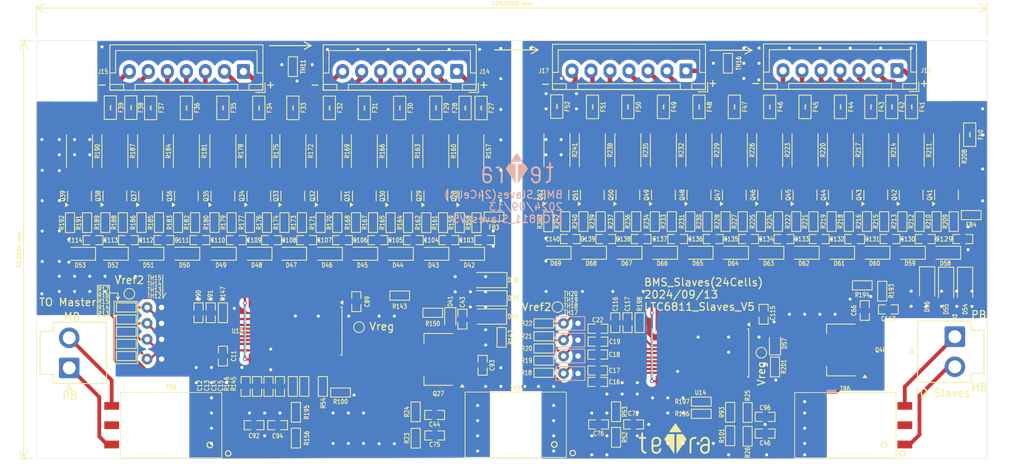
<source format=kicad_pcb>
(kicad_pcb (version 20240108) (generator "pcbnew") (generator_version "8.0")
  (layers (0 "F.Cu" signal) (31 "B.Cu" signal) (34 "B.Paste" user) (35 "F.Paste" user) (36 "B.SilkS" user "B.Silkscreen") (37 "F.SilkS" user "F.Silkscreen") (38 "B.Mask" user) (39 "F.Mask" user) (44 "Edge.Cuts" user))
  (net 0 "")
  (net 1 "Net-(U13-V+)")
  (net 2 "Net-(U13-Vref1)")
  (net 3 "Net-(U14-V+)")
  (net 4 "Net-(U14-Vref1)")
  (net 5 "Net-(D41-K)")
  (net 6 "Net-(D57-K)")
  (net 7 "GND_PACK")
  (net 8 "Net-(Q28-G)")
  (net 9 "Net-(Q28-D)")
  (net 10 "Net-(Q29-G)")
  (net 11 "Net-(Q29-D)")
  (net 12 "Net-(Q30-D)")
  (net 13 "Net-(Q30-G)")
  (net 14 "Net-(Q31-D)")
  (net 15 "Net-(Q31-G)")
  (net 16 "Net-(Q32-G)")
  (net 17 "Net-(Q32-D)")
  (net 18 "Net-(Q33-G)")
  (net 19 "Net-(Q33-D)")
  (net 20 "Net-(Q34-G)")
  (net 21 "Net-(Q34-D)")
  (net 22 "Net-(Q35-D)")
  (net 23 "Net-(Q35-G)")
  (net 24 "Net-(Q36-G)")
  (net 25 "Net-(Q36-D)")
  (net 26 "Net-(Q37-G)")
  (net 27 "Net-(Q37-D)")
  (net 28 "Net-(Q38-D)")
  (net 29 "Net-(Q38-G)")
  (net 30 "Net-(Q39-G)")
  (net 31 "Net-(Q39-D)")
  (net 32 "Net-(Q41-G)")
  (net 33 "Net-(Q41-D)")
  (net 34 "Net-(Q42-G)")
  (net 35 "Net-(Q42-D)")
  (net 36 "Net-(Q43-G)")
  (net 37 "Net-(Q43-D)")
  (net 38 "Net-(Q44-G)")
  (net 39 "Net-(Q44-D)")
  (net 40 "Net-(Q45-G)")
  (net 41 "Net-(Q45-D)")
  (net 42 "Net-(Q46-G)")
  (net 43 "Net-(Q46-D)")
  (net 44 "Net-(Q47-G)")
  (net 45 "Net-(Q47-D)")
  (net 46 "Net-(Q48-D)")
  (net 47 "Net-(Q48-G)")
  (net 48 "Net-(Q49-G)")
  (net 49 "Net-(Q49-D)")
  (net 50 "Net-(Q50-D)")
  (net 51 "Net-(Q50-G)")
  (net 52 "Net-(Q51-D)")
  (net 53 "Net-(Q51-G)")
  (net 54 "Net-(Q52-D)")
  (net 55 "Net-(Q52-G)")
  (net 56 "Net-(U13-ICMP)")
  (net 57 "Net-(U13-IBIAS)")
  (net 58 "Net-(U13-ISOMD)")
  (net 59 "Net-(U13-WDT)")
  (net 60 "Net-(U13-DTEN)")
  (net 61 "Net-(U14-IBIAS)")
  (net 62 "Net-(U14-ICMP)")
  (net 63 "Net-(U14-ISOMD)")
  (net 64 "Net-(U14-WDT)")
  (net 65 "Net-(U14-DTEN)")
  (net 70 "/LTC6811_3/T1")
  (net 71 "/LTC6811_3/T2")
  (net 72 "Net-(C93-Pad1)")
  (net 73 "/LTC6811_3/T3")
  (net 74 "/LTC6811_3/T4")
  (net 75 "/LTC6811_3/T5")
  (net 76 "/LTC6811_4/T1")
  (net 77 "/LTC6811_4/T2")
  (net 78 "/LTC6811_4/T3")
  (net 79 "/LTC6811_4/T4")
  (net 80 "/LTC6811_4/T5")
  (net 81 "/LTC6811_3/Vreg")
  (net 82 "/LTC6811_4/Vreg")
  (net 83 "/LTC6811_3/Vref2")
  (net 84 "/LTC6811_3/cell12/C")
  (net 85 "/LTC6811_3/cell11/C")
  (net 86 "/LTC6811_3/cell10/C")
  (net 87 "/LTC6811_3/cell10/CM")
  (net 88 "/LTC6811_3/cell8/C")
  (net 89 "/LTC6811_3/cell7/C")
  (net 90 "/LTC6811_3/cell6/C")
  (net 91 "/LTC6811_3/cell5/C")
  (net 92 "Net-(C119-Pad1)")
  (net 93 "/LTC6811_3/cell4/C")
  (net 94 "/LTC6811_3/cell3/C")
  (net 95 "/LTC6811_3/cell2/C")
  (net 96 "/LTC6811_3/cell1/C")
  (net 97 "/LTC6811_4/Vref2")
  (net 98 "/LTC6811_4/cell12/C")
  (net 99 "/LTC6811_4/cell11/C")
  (net 100 "/LTC6811_4/cell10/C")
  (net 101 "/LTC6811_4/cell10/CM")
  (net 102 "/LTC6811_4/cell8/C")
  (net 103 "/LTC6811_4/cell7/C")
  (net 104 "/LTC6811_4/cell6/C")
  (net 105 "/LTC6811_4/cell5/C")
  (net 106 "/LTC6811_4/cell4/C")
  (net 107 "/LTC6811_4/cell3/C")
  (net 108 "/LTC6811_4/cell2/C")
  (net 109 "/LTC6811_4/cell1/C")
  (net 110 "/LTC6811_3/BAT+")
  (net 111 "/LTC6811_4/BAT+")
  (net 112 "/LTC6811_3/C12")
  (net 113 "/LTC6811_3/cell12/C+")
  (net 114 "/LTC6811_3/C11")
  (net 115 "/LTC6811_3/cell11/C+")
  (net 116 "/LTC6811_3/C10")
  (net 117 "/LTC6811_3/cell10/C+")
  (net 118 "/LTC6811_3/cell10/C-")
  (net 119 "/LTC6811_3/C9")
  (net 120 "/LTC6811_3/cell8/C+")
  (net 121 "/LTC6811_3/C8")
  (net 122 "/LTC6811_3/C7")
  (net 123 "/LTC6811_3/cell7/C+")
  (net 124 "/LTC6811_3/C6")
  (net 125 "/LTC6811_3/cell6/C+")
  (net 126 "/LTC6811_3/cell5/C+")
  (net 127 "/LTC6811_3/C5")
  (net 128 "/LTC6811_3/C4")
  (net 129 "/LTC6811_3/cell4/C+")
  (net 130 "/LTC6811_3/cell3/C+")
  (net 131 "/LTC6811_3/C3")
  (net 132 "/LTC6811_3/cell2/C+")
  (net 133 "/LTC6811_3/C2")
  (net 134 "/LTC6811_3/cell1/C+")
  (net 135 "/LTC6811_3/C1")
  (net 136 "/LTC6811_3/C1_G")
  (net 137 "/LTC6811_4/C12")
  (net 138 "/LTC6811_4/cell12/C+")
  (net 139 "/LTC6811_4/C11")
  (net 140 "/LTC6811_4/cell11/C+")
  (net 141 "/LTC6811_4/C10")
  (net 142 "/LTC6811_4/cell10/C+")
  (net 143 "/LTC6811_4/C9")
  (net 144 "/LTC6811_4/cell10/C-")
  (net 145 "/LTC6811_4/C8")
  (net 146 "/LTC6811_4/cell8/C+")
  (net 147 "/LTC6811_4/cell7/C+")
  (net 148 "/LTC6811_4/C7")
  (net 149 "/LTC6811_4/C6")
  (net 150 "/LTC6811_4/cell6/C+")
  (net 151 "/LTC6811_4/C5")
  (net 152 "/LTC6811_4/cell5/C+")
  (net 153 "/LTC6811_4/cell4/C+")
  (net 154 "/LTC6811_4/C4")
  (net 155 "/LTC6811_4/cell3/C+")
  (net 156 "/LTC6811_4/C3")
  (net 157 "/LTC6811_4/C2")
  (net 158 "/LTC6811_4/cell2/C+")
  (net 159 "/LTC6811_4/C1")
  (net 160 "/LTC6811_4/cell1/C+")
  (net 161 "/LTC6811_4/C1_G")
  (net 162 "/LTC6811_3/DRIVE")
  (net 163 "/LTC6811_4/DRIVE")
  (net 164 "/LTC6811_3/IPB")
  (net 165 "/LTC6811_3/IMB")
  (net 166 "/LTC6811_4/IPB")
  (net 167 "/LTC6811_4/IMB")
  (net 168 "/LTC6811_4/IPA")
  (net 169 "/LTC6811_4/IMA")
  (net 170 "/LTC6811_3/IPA")
  (net 171 "/LTC6811_3/cell12/S")
  (net 172 "/LTC6811_3/cell11/S")
  (net 173 "/LTC6811_3/cell10/S")
  (net 174 "/LTC6811_3/cell9/S")
  (net 175 "/LTC6811_3/cell8/S")
  (net 176 "/LTC6811_3/cell7/S")
  (net 177 "/LTC6811_3/cell6/S")
  (net 178 "/LTC6811_3/cell5/S")
  (net 179 "/LTC6811_3/cell4/S")
  (net 180 "/LTC6811_3/cell3/S")
  (net 181 "/LTC6811_3/cell2/S")
  (net 182 "/LTC6811_3/cell1/S")
  (net 183 "/LTC6811_3/IMA")
  (net 184 "/LTC6811_4/cell12/S")
  (net 185 "/LTC6811_4/cell11/S")
  (net 186 "/LTC6811_4/cell10/S")
  (net 187 "/LTC6811_4/cell9/S")
  (net 188 "/LTC6811_4/cell8/S")
  (net 189 "/LTC6811_4/cell7/S")
  (net 190 "/LTC6811_4/cell6/S")
  (net 191 "/LTC6811_4/cell5/S")
  (net 192 "Net-(C44-Pad1)")
  (net 193 "Net-(C96-Pad1)")
  (net 194 "/LTC6811_4/cell4/S")
  (net 195 "/LTC6811_4/cell3/S")
  (net 196 "/LTC6811_4/cell2/S")
  (net 197 "/LTC6811_4/cell1/S")
  (net 198 "Net-(C46-Pad2)")
  (net 199 "Net-(C92-Pad1)")
  (net 200 "Net-(C94-Pad1)")
  (net 201 "Net-(C72-Pad1)")
  (net 203 "Net-(C75-Pad1)")
  (net 204 "Net-(C76-Pad1)")
  (net 206 "Net-(J9-Pin_2)")
  (net 207 "Net-(J9-Pin_1)")
  (net 208 "Net-(J22-Pin_2)")
  (net 209 "Net-(J22-Pin_1)")
  (footprint "Library:D_SOD-123" (layer "F.Cu") (at 294.5 148.9 180)
    (property "Reference" "D39")
    (property "Value" "1N4148W")
  )
  (footprint "Library:R_0603_1608Metric" (layer "F.Cu") (at 244.05 138.929428 90)
    (property "Reference" "R189")
    (property "Value" "3.3K")
  )
  (footprint "Library:TestPoint_Pad_D1.0mm" (layer "F.Cu") (at 277.4 152.7)
    (property "Reference" "TP7" (hide yes))
    (property "Value" "Vreg")
  )
  (footprint "Library:SOT-23" (layer "F.Cu") (at 254.7 135.429428 90)
    (property "Reference" "Q36")
    (property "Value" "TSM2323")
  )
  (footprint "Library:D_SOD-323_HandSoldering" (layer "F.Cu") (at 287.2 143.041928 180)
    (property "Reference" "D43")
    (property "Value" "PDZ7.5B")
  )
  (footprint "Library:SOT-23" (layer "F.Cu") (at 312.75 135.3 90)
    (property "Reference" "Q50")
    (property "Value" "TSM2323")
  )
  (footprint "Library:Fuse_0805_2012Metric" (layer "F.Cu") (at 308.1 123.7 -90)
    (property "Reference" "F51")
    (property "Value" "MPZ2012S102ATD25")
  )
  (footprint "Library:JST_VH_B2P-VH-B_1x02_P3.96mm_Vertical" (layer "F.Cu") (at 355.75 153.950572 -90)
    (property "Reference" "J9")
    (property "Value" "B2P-VH-B")
  )
  (footprint "Library:C_0603_1608Metric" (layer "F.Cu") (at 313.5 165.5)
    (property "Reference" "C72")
    (property "Value" "10nF/100V")
  )
  (footprint "Library:SOT-23" (layer "F.Cu") (at 240.65 135.441928 90)
    (property "Reference" "Q39")
    (property "Value" "TSM2323")
  )
  (footprint "Library:R_0603_1608Metric" (layer "F.Cu") (at 330.25 138.8 90)
    (property "Reference" "R225")
    (property "Value" "3.3K")
  )
  (footprint "Library:C_0603_1608Metric" (layer "F.Cu") (at 342.575 141.1)
    (property "Reference" "C132")
    (property "Value" "100nF/100V")
  )
  (footprint "Library:R_Axial_DIN0204_L3.6mm_D1.6mm_P1.90mm_Vertical" (layer "F.Cu") (at 304.295 154.4)
    (property "Reference" "TH19")
    (property "Value" "10K NTC")
  )
  (footprint "Library:R_2512_6332Metric" (layer "F.Cu") (at 350 129.4 -90)
    (property "Reference" "R211")
    (property "Value" "36R 1W 2512")
  )
  (footprint "Library:JST_XH_B7B-XH-A_1x07_P2.50mm_Vertical_BAT_6S" (layer "F.Cu") (at 262.2 119.041928 180)
    (property "Reference" "J15")
    (property "Value" "B7B-XH-A")
  )
  (footprint "Library:JST_XH_B7B-XH-A_1x07_P2.50mm_Vertical_BAT_6S" (layer "F.Cu") (at 290.25 119.041928 180)
    (property "Reference" "J14")
    (property "Value" "B7B-XH-A")
  )
  (footprint "Library:SOT-23" (layer "F.Cu") (at 331.4 135.3 90)
    (property "Reference" "Q46")
    (property "Value" "TSM2323")
  )
  (footprint "Library:R_0603_1608Metric" (layer "F.Cu") (at 274.55 138.929428 90)
    (property "Reference" "R170")
    (property "Value" "100R")
  )
  (footprint "Library:R_0603_1608Metric" (layer "F.Cu") (at 301.7 158.7)
    (property "Reference" "R18")
    (property "Value" "10K")
  )
  (footprint "Library:R_0603_1608Metric" (layer "F.Cu") (at 353.35 138.8 90)
    (property "Reference" "R210")
    (property "Value" "3.3K")
  )
  (footprint "Library:SOT-23" (layer "F.Cu") (at 308.075 135.3 90)
    (property "Reference" "Q51")
    (property "Value" "TSM2323")
  )
  (footprint "Library:D_SOD-323_HandSoldering" (layer "F.Cu") (at 307.925 142.9 180)
    (property "Reference" "D68")
    (property "Value" "PDZ7.5B")
  )
  (footprint "Library:MountingHole_3.2mm_M3_ISO7380" (layer "F.Cu") (at 356 118.908072)
    (property "Reference" "J1" (hide yes))
    (property "Value" "Hole /NC")
  )
  (footprint "Library:SOT-23" (layer "F.Cu") (at 287.5 135.429428 90)
    (property "Reference" "Q29")
    (property "Value" "TSM2323")
  )
  (footprint "Library:R_0603_1608Metric" (layer "F.Cu") (at 328.5 167.058072 90)
    (property "Reference" "R26")
    (property "Value" "51R")
  )
  (footprint "Library:C_0603_1608Metric" (layer "F.Cu") (at 308.795 156.3 180)
    (property "Reference" "C18")
    (property "Value" "100nF/100V")
  )
  (footprint "Library:R_0603_1608Metric" (layer "F.Cu") (at 311.2 167.2 -90)
    (property "Reference" "R52")
    (property "Value" "49.9R")
  )
  (footprint "Library:Fuse_0805_2012Metric" (layer "F.Cu") (at 278.1 123.829428 -90)
    (property "Reference" "F31")
    (property "Value" "MPZ2012S102ATD25")
  )
  (footprint "Library:C_0603_1608Metric" (layer "F.Cu") (at 275.225 141.241928)
    (property "Reference" "C107")
    (property "Value" "100nF/100V")
  )
  (footprint "Library:R_0603_1608Metric" (layer "F.Cu") (at 318.525 138.8 90)
    (property "Reference" "R233")
    (property "Value" "100R")
  )
  (footprint "Library:R_0603_1608Metric" (layer "F.Cu") (at 301.7 157.1 180)
    (property "Reference" "R19")
    (property "Value" "10K")
  )
  (footprint "Library:R_2512_6332Metric" (layer "F.Cu") (at 268.7 129.529428 -90)
    (property "Reference" "R172")
    (property "Value" "36R 1W 2512")
  )
  (footprint "Library:C_0603_1608Metric" (layer "F.Cu") (at 308.795 158.4 180)
    (property "Reference" "C17")
    (property "Value" "100nF/100V")
  )
  (footprint "Library:D_SOD-323_HandSoldering" (layer "F.Cu") (at 254.45 143.029428 180)
    (property "Reference" "D50")
    (property "Value" "PDZ7.5B")
  )
  (footprint "Library:R_0603_1608Metric" (layer "F.Cu") (at 316.3 138.8 90)
    (property "Reference" "R234")
    (property "Value" "3.3K")
  )
  (footprint "Library:C_0603_1608Metric" (layer "F.Cu") (at 277.05 149.341928 -90)
    (property "Reference" "C89")
    (property "Value" "100nF/100V")
  )
  (footprint "Library:SOT-23" (layer "F.Cu") (at 350 135.3 90)
    (property "Reference" "Q42")
    (property "Value" "TSM2323")
  )
  (footprint "Library:C_0603_1608Metric" (layer "F.Cu") (at 284.55 141.241928)
    (property "Reference" "C105")
    (property "Value" "100nF/100V")
  )
  (footprint "Library:TSSOP-48_6.1x12.5mm_P0.5mm" (layer "F.Cu") (at 268.8 153.2 -90)
    (property "Reference" "U13")
    (property "Value" "LTC6811HG-1")
  )
  (footprint "Library:C_0603_1608Metric" (layer "F.Cu") (at 311.1 152.1 90)
    (property "Reference" "C116")
    (property "Value" "1uF/25V")
  )
  (footprint "Library:D_SOD-323_HandSoldering" (layer "F.Cu") (at 303.275 142.9 180)
    (property "Reference" "D69")
    (property "Value" "PDZ7.5B")
  )
  (footprint "Library:R_2512_6332Metric" (layer "F.Cu") (at 322.1 129.4 -90)
    (property "Reference" "R229")
    (property "Value" "36R 1W 2512")
  )
  (footprint "Library:D_SOD-123" (layer "F.Cu") (at 354.6 147.158072 -90)
    (property "Reference" "D55")
    (property "Value" "1N4148W")
  )
  (footprint "Library:R_2512_6332Metric" (layer "F.Cu") (at 250 129.529428 -90)
    (property "Reference" "R184")
    (property "Value" "36R 1W 2512")
  )
  (footprint "Library:R_0603_1608Metric" (layer "F.Cu") (at 274.975 161.3)
    (property "Reference" "R100")
    (property "Value" "1K")
  )
  (footprint "Library:R_0603_1608Metric" (layer "F.Cu") (at 248.8 138.929428 90)
    (property "Reference" "R186")
    (property "Value" "3.3K")
  )
  (footprint "Library:R_0603_1608Metric" (layer "F.Cu") (at 269.1 163.9 -90)
    (property "Reference" "R195")
    (property "Value" "51R")
  )
  (footprint "Library:D_SOD-323_HandSoldering" (layer "F.Cu") (at 335.9 142.9 180)
    (property "Reference" "D62")
    (property "Value" "PDZ7.5B")
  )
  (footprint "Library:D_SOD-123F" (layer "F.Cu") (at 294.6 151.3 180)
    (property "Reference" "D40")
    (property "Value" "BZT52H-C62")
  )
  (footprint "Library:R_2512_6332Metric" (layer "F.Cu") (at 292.1 129.541928 -90)
    (property "Reference" "R157")
    (property "Value" "36R 1W 2512")
  )
  (footprint "Library:C_0603_1608Metric" (layer "F.Cu") (at 242.425 141.241928)
    (property "Reference" "C114")
    (property "Value" "100nF/100V")
  )
  (footprint "Library:R_0603_1608Metric" (layer "F.Cu") (at 277 138.929428 90)
    (property "Reference" "R168")
    (property "Value" "3.3K")
  )
  (footprint "Library:Fuse_0805_2012Metric" (layer "F.Cu") (at 312.75 123.7 -90)
    (property "Reference" "F50")
    (property "Value" "MPZ2012S102ATD25")
  )
  (footprint "Library:R_2512_6332Metric" (layer "F.Cu") (at 303.425 129.4 -90)
    (property "Reference" "R241")
    (property "Value" "36R 1W 2512")
  )
  (footprint "Library:R_0603_1608Metric" (layer "F.Cu") (at 328.5 163.925 90)
    (property "Reference" "R25")
    (property "Value" "51R")
  )
  (footprint "Library:D_SOD-323_HandSoldering" (layer "F.Cu") (at 277.85 143.029428 180)
    (property "Reference" "D45")
    (property "Value" "PDZ7.5B")
  )
  (footprint "Library:R_0603_1608Metric" (layer "F.Cu") (at 326.2 163.9 -90)
    (property "Reference" "R93")
    (property "Value" "1K")
  )
  (footprint "Library:Fuse_0805_2012Metric" (layer "F.Cu") (at 357.7 127.358072 -90)
    (property "Reference" "F40")
    (property "Value" "MPZ2012S102ATD25")
  )
  (footprint "Library:LED_0603_1608Metric" (layer "F.Cu") (at 289.4 151.6125 -90)
    (property "Reference" "D41")
    (property "Value" "LED Red")
  )
  (footprint "Library:C_0603_1608Metric" (layer "F.Cu") (at 312.7 152.1 90)
    (property "Reference" "C117")
    (property "Value" "1uF/25V")
  )
  (footprint "Library:R_0603_1608Metric" (layer "F.Cu") (at 351.1 138.8 90)
    (property "Reference" "R212")
    (property "Value" "100R")
  )
  (footprint "Library:C_0603_1608Metric" (layer "F.Cu") (at 247.075 141.241928)
    (property "Reference" "C113")
    (property "Value" "100nF/100V")
  )
  (footprint "Library:R_Axial_DIN0204_L3.6mm_D1.6mm_P1.90mm_Vertical" (layer "F.Cu") (at 304.295 152.2)
    (property "Reference" "TH20")
    (property "Value" "10K NTC")
  )
  (footprint "Library:C_0603_1608Metric" (layer "F.Cu") (at 308.82 154.6 180)
    (property "Reference" "C19")
    (property "Value" "100nF/100V")
  )
  (footprint "Library:R_0603_1608Metric" (layer "F.Cu") (at 355.6 138.8 90)
    (property "Reference" "R209")
    (property "Value" "100R")
  )
  (footprint "Library:SOT-23" (layer "F.Cu") (at 268.7 135.429428 90)
    (property "Reference" "Q33")
    (property "Value" "TSM2323")
  )
  (footprint "Library:D_SOD-323_HandSoldering" (layer "F.Cu") (at 321.95 142.9 180)
    (property "Reference" "D65")
    (property "Value" "PDZ7.5B")
  )
  (footprint "Library:Fuse_0805_2012Metric" (layer "F.Cu") (at 244.7 123.8 -90)
    (property "Reference" "F39")
    (property "Value" "MPZ2012S102ATD25")
  )
  (footprint "Library:R_0603_1608Metric" (layer "F.Cu") (at 246.8 151.7 180)
    (property "Reference" "R16")
    (property "Value" "10K")
  )
  (footprint "Library:D_SOD-323_HandSoldering" (layer "F.Cu") (at 273.2 143.029428 180)
    (property "Reference" "D46")
    (property "Value" "PDZ7.5B")
  )
  (footprint "Library:R_0603_1608Metric" (layer "F.Cu") (at 295.15 138.141928 180)
    (property "Reference" "FB3")
    (property "Value" "BLM18PG330SN1D")
  )
  (footprint "Library:SOT-23" (layer "F.Cu") (at 336.05 135.3 90)
    (property "Reference" "Q45")
    (property "Value" "TSM2323")
  )
  (footprint "Library:R_0603_1608Metric" (layer "F.Cu") (at 259.5 150.8 90)
    (property "Reference" "R147")
    (property "Value" "0")
  )
  (footprint "Library:R_0603_1608Metric" (layer "F.Cu") (at 341.8 138.8 90)
    (property "Reference" "R218")
    (property "Value" "100R")
  )
  (footprint "Library:R_0603_1608Metric" (layer "F.Cu") (at 284.85 167.316928 -90)
    (property "Reference" "R23")
    (property "Value" "49.9R")
  )
  (footprint "Library:R_Axial_DIN0204_L3.6mm_D1.6mm_P1.90mm_Vertical" (layer "F.Cu") (at 304.3 158.8)
    (property "Reference" "TH17")
    (property "Value" "10K NTC")
  )
  (footprint "Library:C_0603_1608Metric" (layer "F.Cu") (at 308.82 152.9 180)
    (property "Reference" "C22")
    (property "Value" "100nF/100V")
  )
  (footprint "Library:R_0603_1608Metric" (layer "F.Cu") (at 258.4 138.929428 90)
    (property "Reference" "R180")
    (property "Value" "3.3K")
  )
  (footprint "Library:D_SOD-123F" (layer "F.Cu") (at 352.1 146.958072 -90)
    (property "Reference" "D56")
    (property "Value" "BZT52H-C62")
  )
  (footprint "Library:D_SOD-323_HandSoldering" (layer "F.Cu") (at 354.5 142.9 180)
    (property "Reference" "D58")
    (property "Value" "PDZ7.5B")
  )
  (footprint "Library:R_0603_1608Metric" (layer "F.Cu") (at 288.45 138.941928 90)
    (property "Reference" "R161")
    (property "Value" "100R")
  )
  (footprint "Library:TestPoint_Pad_D1.0mm" (layer "F.Cu") (at 303.5 150.05)
    (property "Reference" "TP10" (hide yes))
    (property "Value" "Vref2")
  )
  (footprint "Library:R_2512_6332Metric" (layer "F.Cu") (at 273.5 129.529428 -90)
    (property "Reference" "R169")
    (property "Value" "36R 1W 2512")
  )
  (footprint "Library:JST_XH_B7B-XH-A_1x07_P2.50mm_Vertical_BAT_6S" (layer "F.Cu") (at 320.4 118.958072 180)
    (property "Reference" "J17")
    (property "Value" "B7B-XH-A")
  )
  (footprint "Library:C_0603_1608Metric" (layer "F.Cu") (at 256.3 150.8 90)
    (property "Reference" "C90")
    (property "Value" "1uF/25V")
  )
  (footprint "Library:R_2512_6332Metric" (layer "F.Cu") (at 340.7 129.4 -90)
    (property "Reference" "R217")
    (property "Value" "36R 1W 2512")
  )
  (footprint "Library:R_2512_6332Metric" (layer "F.Cu") (at 254.7 129.529428 -90)
    (property "Reference" "R181")
    (property "Value" "36R 1W 2512")
  )
  (footprint "Library:D_SOD-323_HandSoldering" (layer "F.Cu") (at 340.55 142.9 180)
    (property "Reference" "D61")
    (property "Value" "PDZ7.5B")
  )
  (footprint "Library:R_0603_1608Metric" (layer "F.Cu") (at 241.65 138.941928 90)
    (property "Reference" "R191")
    (property "Value" "100R")
  )
  (footprint "Library:R_0603_1608Metric" (layer "F.Cu") (at 325.9 117.958072 -90)
    (property "Reference" "TH16")
    (property "Value" "10K NTC SMD")
  )
  (footprint "Library:SOT-23" (layer "F.Cu") (at 245.3 135.429428 90)
    (property "Reference" "Q38")
    (property "Value" "TSM2323")
  )
  (footprint "Library:D_SOD-323_HandSoldering" (layer "F.Cu") (at 282.525 143.041928 180)
    (property "Reference" "D44")
    (property "Value" "PDZ7.5B")
  )
  (footprint "Library:C_0603_1608Metric" (layer "F.Cu") (at 323.975 141.1)
    (property "Reference" "C136")
    (property "Value" "100nF/100V")
  )
  (footprint "Library:R_0603_1608Metric" (layer "F.Cu") (at 287.1 150.8 180)
    (property "Reference" "R150")
    (property "Value" "1.2K")
  )
  (footprint "Library:D_SOD-323_HandSoldering" (layer "F.Cu") (at 268.5 143.029428 180)
    (property "Reference" "D47")
    (property "Value" "PDZ7.5B")
  )
  (footprint "Library:SOT-23" (layer "F.Cu") (at 354.65 135.3 90)
    (property "Reference" "Q41")
    (property "Value" "TSM2323")
  )
  (footprint "Library:C_0603_1608Metric" (layer "F.Cu") (at 308.9 165.5)
    (property "Reference" "C76")
    (property "Value" "10nF/100V")
  )
  (footprint "Library:R_0603_1608Metric" (layer "F.Cu") (at 282.75 148.541928 180)
    (property "Reference" "R143")
    (property "Value" "100R")
  )
  (footprint "Library:C_0603_1608Metric" (layer "F.Cu") (at 293.65 157.716928 -90)
    (property "Reference" "C93")
    (property "Value" "100nF/100V")
  )
  (footprint "Library:R_2512_6332Metric" (layer "F.Cu") (at 308.075 129.4 -90)
    (property "Reference" "R238")
    (property "Value" "36R 1W 2512")
  )
  (footprint "Library:C_0603_1608Metric" (layer "F.Cu") (at 293.925 141.241928)
    (property "Reference" "C103")
    (property "Value" "100nF/100V")
  )
  (footprint "Library:teTra-LOGO" (layer "F.Cu") (at 319 167.4)
    (property "Reference" "LOGO1" (hide yes))
    (property "Value" "teTra /NC" (hide yes))
  )
  (footprint "Library:R_0603_1608Metric" (layer "F.Cu") (at 327.85 138.8 90)
    (property "Reference" "R227")
    (property "Value" "100R")
  )
  (footprint "Library:D_SOD-323_HandSoldering" (layer "F.Cu") (at 240.75 143.041928 180)
    (property "Reference" "D53")
    (property "Value" "PDZ7.5B")
  )
  (footprint "Library:R_0603_1608Metric" (layer "F.Cu") (at 281.55 138.941928 90)
    (property "Reference" "R165")
    (property "Value" "3.3K")
  )
  (footprint "Library:C_0603_1608Metric" (layer "F.Cu") (at 333.275 141.1)
    (property "Reference" "C134")
    (property "Value" "100nF/100V")
  )
  (footprint "Library:MountingHole_3.2mm_M3_ISO7380" (layer "F.Cu") (at 355.9 165.908072)
    (property "Reference" "J8" (hide yes))
    (property "Value" "Hole /NC")
  )
  (footprint "Library:R_0603_1608Metric" (layer "F.Cu") (at 268.7 160.5 -90)
    (property "Reference" "R146")
    (property "Value" "1M")
  )
  (footprint "Library:R_0603_1608Metric" (layer "F.Cu") (at 284.85 163.841928 -90)
    (property "Reference" "R24")
    (property "Value" "49.9R")
  )
  (footprint "Library:D_SOD-323_HandSoldering" (layer "F.Cu") (at 345.2 142.9 180)
    (property "Reference" "D60")
    (property "Value" "PDZ7.5B")
  )
  (footprint "Library:R_0603_1608Metric" (layer "F.Cu") (at 346.2 147.958072 -90)
    (property "Reference" "R193")
    (property "Value" "100R")
  )
  (footprint "Library:LED_0603_1608Metric" (layer "F.Cu") (at 332.1 154.858072 90)
    (property "Reference" "D57")
    (property "Value" "LED Red")
  )
  (footprint "Library:R_0603_1608Metric" (layer "F.Cu") (at 251.1 138.929428 90)
    (property "Reference" "R185")
    (property "Value" "100R")
  )
  (footprint "Library:Fuse_0805_2012Metric" (layer "F.Cu") (at 247.4 123.8 -90)
    (property "Reference" "F38")
    (property "Value" "MPZ2012S102ATD25")
  )
  (footprint "Library:TestPoint_Pad_D1.0mm" (layer "F.Cu") (at 247.2 148.3)
    (property "Reference" "TP8" (hide yes))
    (property "Value" "Vref2")
  )
  (footprint "Library:Fuse_0805_2012Metric" (layer "F.Cu") (at 317.425 123.7 -90)
    (property "Reference" "F49")
    (property "Value" "MPZ2012S102ATD25")
  )
  (footprint "Library:R_0603_1608Metric" (layer "F.Cu") (at 320.95 138.8 90)
    (property "Reference" "R231")
    (property "Value" "3.3K")
  )
  (footprint "Library:R_0603_1608Metric" (layer "F.Cu") (at 246.8 150.1 180)
    (property "Reference" "R17")
    (property "Value" "10K")
  )
  (footprint "Library:MountingHole_3.2mm_M3_ISO7380" (layer "F.Cu") (at 239 166)
    (property "Reference" "J2" (hide yes))
    (property "Value" "Hole /NC")
  )
  (footprint "Library:R_2512_6332Metric" (layer "F.Cu") (at 326.75 129.4 -90)
    (property "Reference" "R226")
    (property "Value" "36R 1W 2512")
  )
  (footprint "Library:Fuse_0805_2012Metric" (layer "F.Cu") (at 340.7 123.7 -90)
    (property "Reference" "F44")
    (property "Value" "MPZ2012S102ATD25")
  )
  (footprint "Library:D_SOD-323_HandSoldering" (layer "F.Cu") (at 326.6 142.9 180)
    (property "Reference" "D64")
    (property "Value" "PDZ7.5B")
  )
  (footprint "Library:C_0603_1608Metric" (layer "F.Cu") (at 266.7 165.6 180)
    (property "Reference" "C94")
    (property "Value" "10nF/100V")
  )
  (footprint "Library:Fuse_0805_2012Metric" (layer "F.Cu") (at 264.225 123.829428 -90)
    (property "Reference" "F34")
    (property "Value" "MPZ2012S102ATD25")
  )
  (footprint "Library:SOT-23" (layer "F.Cu") (at 273.5 135.429428 90)
    (property "Reference" "Q32")
    (property "Value" "TSM2323")
  )
  (footprint "Library:R_2512_6332Metric" (layer "F.Cu") (at 282.75 129.529428 -90)
    (property "Reference" "R163")
    (property "Value" "36R 1W 2512")
  )
  (footprint "Library:C_0603_1608Metric" (layer "F.Cu") (at 265.9 141.241928)
    (property "Reference" "C109")
    (property "Value" "100nF/100V")
  )
  (footprint "Library:SOT-23" (layer "F.Cu") (at 340.7 135.3 90)
    (property "Reference" "Q44")
    (property "Value" "TSM2323")
  )
  (footprint "Library:Fuse_0805_2012Metric" (layer "F.Cu") (at 326.75 123.7 -90)
    (property "Reference" "F47")
    (property "Value" "MPZ2012S102ATD25")
  )
  (footprint "Library:C_0603_1608Metric" (layer "F.Cu") (at 347 150.358072)
    (property "Reference" "C119")
    (property "Value" "100nF/100V")
  )
  (footprint "Library:R_0603_1608Metric" (layer "F.Cu") (at 268.7 118.404428 -90)
    (property "Reference" "TH11")
    (property "Value" "10K NTC SMD")
  )
  (footprint "Library:R_0603_1608Metric" (layer "F.Cu") (at 246.8 153.3 180)
    (property "Reference" "R15")
    (property "Value" "10K")
  )
  (footprint "Library:Fuse_0805_2012Metric" (layer "F.Cu") (at 259.5 123.829428 -90)
    (property "Reference" "F35")
    (property "Value" "MPZ2012S102ATD25")
  )
  (footprint "Library:Fuse_0805_2012Metric" (layer "F.Cu") (at 322.1 123.7 -90)
    (property "Reference" "F48")
    (property "Value" "MPZ2012S102ATD25")
  )
  (footprint "Library:R_0603_1608Metric" (layer "F.Cu") (at 255.85 138.929428 90)
    (property "Reference" "R182")
    (property "Value" "100R")
  )
  (footprint "Library:C_0603_1608Metric" (layer "F.Cu") (at 305.2 141.1)
    (property "Reference" "C140")
    (property "Value" "100nF/100V")
  )
  (footprint "Library:JST_VH_B2P-VH-B_1x02_P3.96mm_Vertical" (layer "F.Cu") (at 239.3 158.0575 90)
    (property "Reference" "J22" (hide yes))
    (property "Value" "B2P-VH-B")
  )
  (footprint "Library:R_0603_1608Metric" (layer "F.Cu") (at 346.45 138.8 90)
    (property "Reference" "R215")
    (property "Value" "100R")
  )
  (footprint "Library:Fuse_0805_2012Metric" (layer "F.Cu") (at 250 123.829428 -90)
    (property "Reference" "F37")
    (property "Value" "MPZ2012S102ATD25")
  )
  (footprint "Library:Fuse_0805_2012Metric" (layer "F.Cu") (at 273.5 123.829428 -90)
    (property "Reference" "F32")
    (property "Value" "MPZ2012S102ATD25")
  )
  (footprint "Library:R_0603_1608Metric" (layer "F.Cu") (at 302.3 138.825 90)
    (property "Reference" "R243")
    (property "Value" "3.3K")
  )
  (footprint "Library:R_0603_1608Metric" (layer "F.Cu") (at 309.175 138.8 90)
    (property "Reference" "R239")
    (property "Value" "100R")
  )
  (footprint "Library:C_0603_1608Metric" (layer "F.Cu") (at 319.3 141.1)
    (property "Reference" "C137")
    (property "Value" "100nF/100V")
  )
  (footprint "Library:SOT-23" (layer "F.Cu") (at 303.425 135.3 90)
    (property "Reference" "Q52")
    (property "Value" "TSM2323")
  )
  (footprint "Library:R_2512_6332Metric" (layer "F.Cu") (at 240.65 129.541928 -90)
    (property "Reference" "R190")
    (property "Value" "36R 1W 2512")
  )
  (footprint "Library:Fuse_0805_2012Metric" (layer "F.Cu") (at 347.45 123.7 -90)
    (property "Reference" "F42")
    (property "Value" "MPZ2012S102ATD25")
  )
  (footprint "Library:D_SOD-323_HandSoldering" (layer "F.Cu") (at 263.95 143.029428 180)
    (property "Reference" "D48")
    (property "Value" "PDZ7.5B")
  )
  (footprint "Library:D_SOD-323_HandSoldering" (layer "F.Cu") (at 291.9 143.041928 180)
    (property "Reference" "D42")
    (property "Value" "PDZ7.5B")
  )
  (footprint "Library:C_0603_1608Metric" (layer "F.Cu") (at 309.85 141.1)
    (property "Reference" "C139")
    (property "Value" "100nF/100V")
  )
  (footprint "Library:R_0603_1608Metric" (layer "F.Cu") (at 269.9 138.929428 90)
    (property "Reference" "R173")
    (property "Value" "100R")
  )
  (footprint "Library:R_2512_6332Metric" (layer "F.Cu") (at 354.65 129.4 -90)
    (property "Reference" "R208")
    (property "Value" "36R 1W 2512")
  )
  (footprint "Library:C_0603_1608Metric" (layer "F.Cu") (at 257.9 150.8 90)
    (property "Reference" "C91")
    (property "Value" "1uF/25V")
  )
  (footprint "Library:C_0603_1608Metric" (layer "F.Cu") (at 291 151.641928 90)
    (property "Reference" "C43")
    (property "Value" "4.7uF/16V")
  )
  (footprint "Library:C_0603_1608Metric" (layer "F.Cu") (at 263.6 165.6)
    (property "Reference" "C92")
    (property "Value" "10nF/100V")
  )
  (footprint "Library:R_0603_1608Metric" (layer "F.Cu") (at 343.575 147.2 180)
    (property "Reference" "R194")
    (property "Value" "100R")
  )
  (footprint "Library:C_0603_1608Metric" (layer "F.Cu") (at 330.6 151 -90)
    (property "Reference" "C115")
    (property "Value" "100nF/100V")
  )
  (footprint "Library:R_0603_1608Metric" (layer "F.Cu") (at 253.6 138.929428 90)
    (property "Reference" "R183")
    (property "Value" "3.3K")
  )
  (footprint "Library:Fuse_0805_2012Metric" (layer "F.Cu") (at 303.4 123.658072 -90)
    (property "Reference" "F52")
    (property "Value" "MPZ2012S102ATD25")
  )
  (footprint "Library:R_2512_6332Metric" (layer "F.Cu") (at 331.4 129.4 -90)
    (property "Reference" "R223")
    (property "Value" "36R 1W 2512")
  )
  (footprint "Library:SOT-23" (layer "F.Cu") (at 292.1 135.441928 90)
    (property "Reference" "Q28")
    (property "Value" "TSM2323")
  )
  (footprint "Library:R_0603_1608Metric" (layer "F.Cu") (at 334.9 138.8 90)
    (property "Reference" "R222")
    (property "Value" "3.3K")
  )
  (footprint "Library:R_0603_1608Metric" (layer "F.Cu") (at 263.05 138.929428 90)
    (property "Reference" "R177")
    (property "Value" "3.3K")
  )
  (footprint "Library:Fuse_0805_2012Metric" (layer "F.Cu") (at 293.45 123.841928 -90)
    (property "Reference" "F27")
    (property "Value" "MPZ2012S102ATD25")
  )
  (footprint "Library:Fuse_0805_2012Metric" (layer "F.Cu") (at 254.7 123.829428 -90)
    (property "Reference" "F36")
    (property "Value" "MPZ2012S102ATD25")
  )
  (footprint "Library:HM2108NL" (layer "F.Cu") (at 298 165.541928 90)
    (property "Reference" "TR5")
    (property "Value" "HM2108NL")
  )
  (footprint "Library:R_2512_6332Metric" (layer "F.Cu") (at 264.225 129.529428 -90)
    (property "Reference" "R175")
    (property "Value" "36R 1W 2512")
  )
  (footprint "Library:R_Axial_DIN0204_L3.6mm_D1.6mm_P1.90mm_Vertical" (layer "F.Cu") (at 304.3 156.5)
    (property "Reference" "TH18")
    (property "Value" "10K NTC")
  )
  (footprint "Library:R_0603_1608Metric" (layer "F.Cu") (at 290.65 138.941928 90)
    (property "Reference" "R159")
    (property "Value" "3.3K")
  )
  (footprint "Library:C_0603_1608Metric" (layer "F.Cu") (at 337.925 141.1)
    (property "Reference" "C133")
    (property "Value" "100nF/100V")
  )
  (footprint "Library:C_0603_1608Metric" (layer "F.Cu") (at 270.525 141.241928)
    (property "Reference" "C108")
    (property "Value" "100nF/100V")
  )
  (footprint "Library:R_0603_1608Metric" (layer "F.Cu") (at 260.65 138.929428 90)
    (property "Reference" "R179")
    (property "Value" "100R")
  )
  (footprint "Library:SOT-23" (layer "F.Cu") (at 326.75 135.3 90)
    (property "Reference" "Q47")
    (property "Value" "TSM2323")
  )
  (footprint "Library:R_0603_1608Metric" (layer "F.Cu") (at 269.1 167.3 -90)
    (property "Reference" "R156")
    (property "Value" "51R")
  )
  (footprint "Library:R_0603_1608Metric" (layer "F.Cu") (at 323.2 138.8 90)
    (property "Reference" "R230")
    (property "Value" "100R")
  )
  (footprint "Library:R_0603_1608Metric" (layer "F.Cu") (at 332.5 138.8 90)
    (property "Reference" "R224")
    (property "Value" "100R")
  )
  (footprint "Library:C_0603_1608Metric" (layer "F.Cu") (at 251.75 141.241928)
    (property "Reference" "C112")
    (property "Value" "100nF/100V")
  )
  (footprint "Library:TestPoint_Pad_D1.0mm" (layer "F.Cu") (at 330.3 156.058072)
    (property "Reference" "TP9" (hide yes))
    (property "Value" "Vreg")
  )
  (footprint "Library:R_0603_1608Metric" (layer "F.Cu") (at 314.3 152.1 90)
    (property "Reference" "R198")
    (property "Value" "0")
  )
  (footprint "Library:C_0603_1608Metric" (layer "F.Cu") (at 279.875 141.241928)
    (property "Reference" "C106")
    (property "Value" "100nF/100V")
  )
  (footprint "Library:C_0603_1608Metric" (layer "F.Cu") (at 356.8 141.1)
    (property "Reference" "C129")
    (property "Value" "100nF/100V")
  )
  (footprint "Library:R_0603_1608Metric" (layer "F.Cu") (at 357.9 137.95 180)
    (property "Reference" "FB4")
    (property "Value" "BLM18PG330SN1D")
  )
  (footprint "Library:R_0603_1608Metric" (layer "F.Cu") (at 313.85 138.8 90)
    (property "Reference" "R236")
    (property "Value" "100R")
  )
  (footprint "Library:R_2512_6332Metric" (layer "F.Cu") (at 312.75 129.4 -90)
    (property "Reference" "R235")
    (property "Value" "36R 1W 2512")
  )
  (footprint "Library:R_2512_6332Metric" (layer "F.Cu") (at 287.5 129.541928 -90)
    (property "Reference" "R160")
    (property "Value" "36R 1W 2512")
  )
  (footprint "Library:SOT-23" (layer "F.Cu") (at 278.1 135.429428 90)
    (property "Reference" "Q31")
    (property "Value" "TSM2323")
  )
  (footprint "Library:R_0603_1608Metric" (layer "F.Cu") (at 267.6 138.929428 90)
    (property "Reference" "R174")
    (property "Value" "3.3K")
  )
  (footprint "Library:Fuse_0805_2012Metric" (layer "F.Cu") (at 344.7 123.7 -90)
    (property "Reference" "F43")
    (property "Value" "MPZ2012S102ATD25")
  )
  (footprint "Library:D_SOD-323_HandSoldering" (layer "F.Cu") (at 331.25 142.9 180)
    (property "Reference" "D63")
    (property "Value" "PDZ7.5B")
  )
  (footprint "Library:SOT-23" (layer "F.Cu") (at 264.225 135.429428 90)
    (property "Reference" "Q34")
    (property "Value" "TSM2323")
  )
  (footprint "Library:R_0603_1608Metric" (layer "F.Cu") (at 296.15 154.041928 -90)
    (property "Reference" "R142")
    (property "Value" "100R")
  )
  (footprint "Library:R_0603_1608Metric" (layer "F.Cu") (at 306.9 138.8 90)
    (property "Reference" "R240")
    (property "Value" "3.3K")
  )
  (footprint "Library:C_0603_1608Metric" (layer "F.Cu") (at 287.35 166.95 180)
    (property "Reference" "C75")
    (property "Value" "10nF/100V")
  )
  (footprint "Library:R_0603_1608Metric" (layer "F.Cu") (at 339.55 138.8 90)
    (property "Reference" "R219")
    (property "Value" "3.3K")
  )
  (footprint "Library:C_0603_1608Metric" (layer "F.Cu") (at 259.5 156.5 -90)
    (property "Reference" "C11")
    (property "Value" "100nF/100V")
  )
  (footprint "Library:Fuse_0805_2012Metric" (layer "F.Cu") (at 268.7 123.829428 -90)
    (property "Reference" "F33")
    (property "Value" "MPZ2012S102ATD25")
  )
  (footprint "Library:Fuse_0805_2012Metric" (layer "F.Cu") (at 291.35 123.841928 -90)
    (property "Reference" "F28")
    (property "Value" "MPZ2012S102ATD25")
  )
  (footprint "Library:R_0603_1608Metric" (layer "F.Cu") (at 246.35 138.929428 90)
    (property "Reference" "R188")
    (property "Value" "100R")
  )
  (footprint "Library:C_0603_1608Metric" (layer "F.Cu") (at 262.5 160.5 -90)
    (property "Reference" "C12")
    (property "Value" "100nF/100V")
  )
  (footprint "Library:R_0603_1608Metric" (layer "F.Cu") (at 348.85 138.8 90)
    (property "Reference" "R213")
    (property "Value" "3.3K")
  )
  (footprint "Library:R_0603_1608Metric" (layer "F.Cu") (at 326.2 167 -90)
    (property "Reference" "R101")
    (property "Value" "1K")
  )
  (footprint "Library:C_0603_1608Metric" (layer "F.Cu") (at 330.8 164.5 180)
    (property "Reference" "C96")
    (property "Value" "10nF/100V")
  )
  (footprint "Library:TSSOP-48_6.1x12.5mm_P0.5mm" (layer "F.Cu") (at 322.3 156.1 -90)
    (property "Reference" "U14")
    (property "Value" "LTC6811HG-1")
  )
  (footprint "Library:SOT-223" (layer "F.Cu") (at 287.85 156.941928 180)
    (property "Reference" "Q27")
    (property "Value" "NSV1C201MZ4")
  )
  (footprint "Library:R_2512_6332Metric" (layer "F.Cu") (at 345.35 129.4 -90)
    (property "Reference" "R214")
    (property "Value" "36R 1W 2512")
  )
  (footprint "Library:C_0603_1608Metric" (layer "F.Cu") (at 343.9 150.5 90)
    (property "Reference" "C66")
    (property "Value" "4.7uF/16V")
  )
  (footprint "Library:R_0603_1608Metric" (layer "F.Cu") (at 325.6 138.8 90)
    (property "Reference" "R228")
    (property "Value" "3.3K")
  )
  (footprint "Library:C_0603_1608Metric" (layer "F.Cu") (at 308.795 159.9 180)
    (property "Reference" "C16")
    (property "Value" "100nF/100V")
  )
  (footprint "Library:R_0603_1608Metric" (layer "F.Cu") (at 337.15 138.8 90)
    (property "Reference" "R221")
    (property "Value" "100R")
  )
  (footprint "Library:D_SOD-323_HandSoldering" (layer "F.Cu") (at 259.25 143.029428 180)
    (property "Reference" "D49")
    (property "Value" "PDZ7.5B")
  )
  (footprint "Library:R_0603_1608Metric" (layer "F.Cu") (at 283.85 138.941928 90)
    (property "Reference" "R164")
    (property "Value" "100R")
  )
  (footprint "Library:SOT-23" (layer "F.Cu") (at 317.425 135.3 90)
    (property "Reference" "Q49")
    (property "Value" "TSM2323")
  )
  (footprint "Library:R_0603_1608Metric" (layer "F.Cu") (at 292.85 138.941928 90)
    (property "Reference" "R158")
    (property "Value" "100R")
  )
  (footprint "Library:Fuse_0805_2012Metric" (layer "F.Cu") (at 336.05 123.7 -90)
    (property "Reference" "F45")
    (property "Value" "MPZ2012S102ATD25")
  )
  (footprint "Library:R_2512_6332Metric" (layer "F.Cu") (at 278.1 129.529428 -90)
    (property "Reference" "R166")
    (property "Value" "36R 1W 2512")
  )
  (footprint "Library:C_0603_1608Metric" (layer "F.Cu") (at 351.85 141.1)
    (property "Reference" "C130")
    (property "Value" "100nF/100V")
  )
  (footprint "Library:HM2108NL" (layer "F.Cu") (at 252.7 165.6 90)
    (property "Reference" "TR8")
    (property "Value" "HM2108NL")
  )
  (footprint "Library:D_SOD-123" (layer "F.Cu") (at 294.5 146.5 180)
    (property "Reference" "D38")
    (property "Value" "1N4148W")
  )
  (footprint "Library:C_0603_1608Metric" (layer "F.Cu") (at 267 160.5 -90)
    (property "Reference" "C15")
    (property "Value" "100nF/100V")
  )
  (footprint "Library:Fuse_0805_2012Metric" (layer "F.Cu") (at 282.75 123.841928 -90)
    (property "Reference" "F30")
    (property "Value" "MPZ2012S102ATD25")
  )
  (footprint "Library:R_0603_1608Metric" (layer "F.Cu") (at 246.8 156.5)
    (property "Reference" "R13")
    (property "Value" "10K")
  )
  (footprint "Library:C_0603_1608Metric" (layer "F.Cu") (at 328.625 141.1)
    (property "Reference" "C135")
    (property "Value" "100nF/100V")
  )
  (footprint "Library:C_0603_1608Metric" (layer "F.Cu") (at 289.225 141.241928)
    (property "Reference" "C104")
    (property "Value" "100nF/100V")
  )
  (footprint "Library:C_0603_1608Metric" (layer "F.Cu") (at 264 160.5 -90)
    (property "Reference" "C13")
    (property "Value" "100nF/100V")
  )
  (footprint "Library:MountingHole_3.2mm_M3_ISO7380" (layer "F.Cu") (at 239.15 119.05)
    (property "Reference" "J20" (hide yes))
    (property "Value" "Hole /NC")
  )
  (footprint "Library:R_0603_1608Metric" (layer "F.Cu") (at 272.35 138.929428 90)
    (property "Reference" "R171")
    (property "Value" "3.3K")
  )
  (footprint "Library:R_0603_1608Metric" (layer "F.Cu") (at 265.3 138.929428 90)
    (property "Reference" "R176")
    (property "Value" "100R")
  )
  (footprint "Library:C_0603_1608Metric" (layer "F.Cu") (at 256.475 141.241928)
    (property "Reference" "C111")
    (property "Value" "100nF/100V")
  )
  (footprint "Library:R_0603_1608Metric" (layer "F.Cu") (at 322.4 162.5 180)
    (property "Reference" "R197")
    (property "Value" "1M")
  )
  (footprint "Library:C_0603_1608Metric" (layer "F.Cu") (at 347.225 141.1)
    (property "Reference" "C131")
    (property "Value" "100nF/100V")
  )
  (footprint "Library:R_0603_1608Metric" (layer "F.Cu") (at 304.525 138.8 90)
    (property "Reference" "R242")
    (property "Value" "100R")
  )
  (footprint "Library:Fuse_0805_2012Metric" (layer "F.Cu") (at 350.05 123.7 -90)
    (property "Reference" "F41")
    (property "Value" "MPZ2012S102ATD25")
  )
  (footprint "Library:R_0603_1608Metric" (layer "F.Cu") (at 301.7 153.9 180)
    (property "Reference" "R21")
    (property "Value" "10K")
  )
  (footprint "Library:R_2512_6332Metric" (layer "F.Cu") (at 336.05 129.4 -90)
    (property "Reference" "R220")
    (property "Value" "36R 1W 2512")
  )
  (footprint "Library:R_0603_1608Metric" (layer "F.Cu") (at 272.65 160.5 -90)
    (property "Reference" "R54")
    (property "Value" "1K")
  )
  (footprint "Library:D_SOD-323_HandSoldering" (layer "F.Cu") (at 317.275 142.9 180)
    (property "Reference" "D66")
    (property "Value" "PDZ7.5B")
  )
  (footprint "Library:R_Axial_DIN0204_L3.6mm_D1.6mm_P1.90mm_Vertical" (layer "F.Cu") (at 249.545 150.1)
    (property "Reference" "TH15")
    (property "Value" "10K NTC")
  )
  (footprint "Library:R_0603_1608Metric" (layer "F.Cu") (at 286.25 138.941928 90)
    (property "Reference" "R162")
    (property "Value" "3.3K")
  )
  (footprint "Library:R_0603_1608Metric" (layer "F.Cu") (at 301.7 155.5 180)
    (property "Reference" "R20")
    (property "Value" "10K")
  )
  (footprint "Library:R_0603_1608Metric" (layer "F.Cu") (at 239.4 138.941928 90)
    (property "Reference" "R192")
    (property "Value" "3.3K")
  )
  (footprint "Library:HM2108NL" (layer "F.Cu") (at 341.35 165.6 90)
    (property "Reference" "TR6")
    (property "Value" "HM2108NL")
  )
  (footprint "Library:SOT-223" (layer "F.Cu") (at 340.8 155.7 180)
    (property "Reference" "Q40")
    (property "Value" "NSV1C201MZ4")
  )
  (footprint "Library:R_0603_1608Metric" (layer "F.Cu") (at 301.7 152.2 180)
    (property "Reference" "R22")
    (property "Value" "10K")
  )
  (footprint "Library:SOT-23" (layer "F.Cu") (at 250 135.429428 90)
    (property "Reference" "Q37")
    (property "Value" "TSM2323")
  )
  (footprint "Library:R_0603_1608Metric" (layer "F.Cu") (at 332.1 157.933072 -90)
    (property "Reference" "R201")
    (property "Value" "1.2K")
  )
  (footprint "Library:SOT-23" (layer "F.Cu") (at 322.1 135.3 90)
    (property "Reference" "Q48")
    (property "Value" "TSM2323")
  )
  (footprint "Library:JST_XH_B7B-XH-A_1x07_P2.50mm_Vertical_BAT_6S" (layer "F.Cu") (at 348.15 118.925 180)
    (property "Reference" "J16")
    (property "Value" "B7B-XH-A")
  )
  (footprint "Library:R_0603_1608Metric" (layer "F.Cu") (at 311.6 138.8 90)
    (property "Reference" "R237")
    (property "Value" "3.3K")
  )
  (footprint "Library:R_0603_1608Metric" (layer "F.Cu") (at 322.4 164.1 180)
    (property "Reference" "R196")
    (property "Value" "0")
  )
  (footprint "Library:R_Axial_DIN0204_L3.6mm_D1.6mm_P1.90mm_Vertical" (layer "F.Cu") (at 249.545 156.9)
    (property "Reference" "TH12")
    (property "Value" "10K NTC")
  )
  (footprint "Library:D_SOD-323_HandSoldering" (layer "F.Cu") (at 249.725 143.029428 180)
    (property "Reference" "D51")
    (property "Value" "PDZ7.5B")
  )
  (footprint "Library:R_2512_6332Metric" (layer "F.Cu") (at 259.5 129.529428 -90)
    (property "Reference" "R178")
    (property "Value" "36R 1W 2512")
  )
  (footprint "Library:C_0603_1608Metric" (layer "F.Cu") (at 265.5 160.5 -90)
    (property "Reference" "C14")
    (property "Value" "100nF/100V")
  )
  (footprint "Library:C_0603_1608Metric" (layer "F.Cu") (at 287.35 164.25)
    (property "Reference" "C44")
    (property "Value" "10nF/100V")
  )
  (footprint "Library:R_0603_1608Metric" (layer "F.Cu") (at 246.8 154.9 180)
    (property "Reference" "R14")
    (property "Value" "10K")
  )
  (footprint "Library:D_SOD-323_HandSoldering" (layer "F.Cu") (at 312.6 142.9 180)
    (property "Reference" "D67")
    (property "Value" "PDZ7.5B")
  )
  (footprint "Library:R_0603_1608Metric" (layer "F.Cu") (at 311.2 163.825 -90)
    (property "Reference" "R53")
    (property "Value" "49.9R")
  )
  (footprint "Library:C_0603_1608Metric" (layer "F.Cu") (at 330.8 166.7 180)
    (property "Reference" "C46")
    (property "Value" "10nF/100V")
  )
  (footprint "Library:R_2512_6332Metric" (layer "F.Cu") (at 317.425 129.4 -90)
    (property "Reference" "R232")
    (property "Value" "36R 1W 2512")
  )
  (footprint "Library:D_SOD-123" (layer "F.Cu") (at 357.1 147.158072 -90)
    (property "Reference" "D54")
    (property "Value" "1N4148W")
  )
  (footprint "Library:R_Axial_DIN0204_L3.6mm_D1.6mm_P1.90mm_Vertical" (layer "F.Cu") (at 249.55 154.3)
    (property "Reference" "TH13")
    (property "Value" "10K NTC")
  )
  (footprint "Library:R_0603_1608Metric" (layer "F.Cu") (at 279.25 138.929428 90)
    (property "Reference" "R167")
    (property "Value" "100R")
  )
  (footprint "Library:R_2512_6332Metric" (layer "F.Cu") (at 245.3 129.529428 -90)
    (property "Reference" "R187")
    (property "Value" "36R 1W 2512")
  )
  (footprint "Library:SOT-23" (layer "F.Cu") (at 345.35 135.3 90)
    (property "Reference" "Q43")
    (property "Value" "TSM2323")
  )
  (footprint "Library:R_Axial_DIN0204_L3.6mm_D1.6mm_P1.90mm_Vertical" (layer "F.Cu") (at 249.545 152.2)
    (property "Reference" "TH14")
    (property "Value" "10K NTC")
  )
  (footprint "Library:D_SOD-323_HandSoldering" (layer "F.Cu") (at 245.05 143.029428 180)
    (property "Reference" "D52")
    (property "Value" "PDZ7.5B")
  )
  (footprint "Library:Fuse_0805_2012Metric" (layer "F.Cu") (at 287.5 123.829428 -90)
    (property "Reference" "F29")
    (property "Value" "MPZ2012S102ATD25")
  )
  (footprint "Library:SOT-23" (layer "F.Cu") (at 282.75 135.441928 90)
    (property "Reference" "Q30")
    (property "Value" "TSM2323")
  )
  (footprint "Library:D_SOD-323_HandSoldering" (layer "F.Cu") (at 349.85 142.9 180)
    (property "Reference" "D59")
    (property "Value" "PDZ7.5B")
  )
  (footprint "Library:R_0603_1608Metric" (layer "F.Cu") (at 270.2 160.5 -90)
    (property "Reference" "R145")
    (property "Value" "0")
  )
  (footprint "Library:SOT-23" (layer "F.Cu") (at 259.5 135.429428 90)
    (property "Reference" "Q35")
    (property "Value" "TSM2323")
  )
  (footprint "Library:R_0603_1608Metric" (layer "F.Cu") (at 344.2 138.8 90)
    (property "Reference" "R216")
    (property "Value" "3.3K")
  )
  (footprint "Library:Fuse_0805_2012Metric" (layer "F.Cu") (at 331.4 123.7 -90)
    (property "Reference" "F46")
    (property "Value" "MPZ2012S102ATD25")
  )
  (footprint "Library:C_0603_1608Metric" (layer "F.Cu") (at 314.5 141.1)
    (property "Reference" "C138")
    (property "Value" "100nF/100V")
  )
  (footprint "Library:C_0603_1608Metric" (layer "F.Cu") (at 261.275 141.241928)
    (property "Reference" "C110")
    (property "Value" "100nF/100V")
  )
  (footprint "Library:teTra-LOGO" (layer "B.Cu") (at 298.15 131.8 180)
    (property "Reference" "LOGO2" (hide yes))
    (property "Value" "teTra /NC" (hide yes))
  )
  (gr_rect (start 303.3 153.5) (end 307.1 155.3) (stroke (width 0.12)) (fill none) (layer "B.SilkS"))
  (gr_rect (start 303.3 151.3) (end 307.1 153.1) (stroke (width 0.12)) (fill none) (layer "B.SilkS"))
  (gr_rect (start 303.3 155.6) (end 307.1 157.4) (stroke (width 0.12)) (fill none) (layer "B.SilkS"))
  (gr_rect (start 303.3 157.9) (end 307.1 159.7) (stroke (width 0.12)) (fill none) (layer "B.SilkS"))
  (gr_rect (start 243 147.2) (end 244.6 151.3) (stroke (width 0.12)) (fill none) (layer "F.SilkS"))
  (gr_line (start 245.5 148.7) (end 245.7 149.1) (stroke (width 0.12)) (layer "F.SilkS"))
  (gr_line (start 265.6 115.641928) (end 271.1 115.641928) (stroke (width 0.15)) (layer "F.SilkS"))
  (gr_line (start 245.7 149.1) (end 245.9 148.7) (stroke (width 0.12)) (layer "F.SilkS"))
  (gr_line (start 328.15 115.75) (end 329.05 116.25) (stroke (width 0.15)) (layer "F.SilkS"))
  (gr_line (start 329.05 116.25) (end 328.15 116.75) (stroke (width 0.15)) (layer "F.SilkS"))
  (gr_line (start 271.1 115.641928) (end 270.2 116.141928) (stroke (width 0.15)) (layer "F.SilkS"))
  (gr_line (start 323.55 116.25) (end 329.05 116.25) (stroke (width 0.15)) (layer "F.SilkS"))
  (gr_line (start 244.7 148.2) (end 245.7 148.2) (stroke (width 0.12)) (layer "F.SilkS"))
  (gr_rect (start 245.2 149.3) (end 248.3 157.5) (stroke (width 0.12)) (fill none) (layer "F.SilkS"))
  (gr_line (start 245.7 149.1) (end 245.5 148.7) (stroke (width 0.12)) (layer "F.SilkS"))
  (gr_line (start 295.25 116.2) (end 300.75 116.2) (stroke (width 0.15)) (layer "F.SilkS"))
  (gr_line (start 245.7 148.2) (end 245.7 149.1) (stroke (width 0.12)) (layer "F.SilkS"))
  (gr_line (start 251.6 148.9) (end 252 148.2) (stroke (width 0.12)) (layer "F.SilkS"))
  (gr_line (start 270.2 115.141928) (end 271.1 115.641928) (stroke (width 0.15)) (layer "F.SilkS"))
  (gr_line (start 251.6 145.8) (end 251.6 148.9) (stroke (width 0.12)) (layer "F.SilkS"))
  (gr_line (start 300.95 116.2) (end 300.05 116.7) (stroke (width 0.15)) (layer "F.SilkS"))
  (gr_line (start 300.05 115.7) (end 300.95 116.2) (stroke (width 0.15)) (layer "F.SilkS"))
  (gr_rect (start 235 115) (end 360 170) (stroke (width 0.05)) (fill none) (layer "Edge.Cuts"))
  (gr_text "BMS_Slaves(24Cells)\n2024/09/13\nLTC6811_Slaves_V5\n" (at 304.3 139.05 -0) (layer "B.SilkS") (effects (font (size 1 1)) (justify left bottom mirror)))
  (gr_text "-" (at 270.9 121.341928 0) (layer "F.SilkS") (effects (font (size 1 1)) (justify left bottom)))
  (gr_text "-" (at 301.2 121.233072 0) (layer "F.SilkS") (effects (font (size 1 1)) (justify left bottom)))
  (gr_text "PB" (at 238.3 162.3 0) (layer "F.SilkS") (effects (font (size 1 1)) (justify left bottom)))
  (gr_text "-" (at 328.85 121.133072 0) (layer "F.SilkS") (effects (font (size 1 1)) (justify left bottom)))
  (gr_text "PB" (at 357.8 151.65 0) (layer "F.SilkS") (effects (font (size 1 1)) (justify left bottom)))
  (gr_text "MB" (at 357.8 161.2 0) (layer "F.SilkS") (effects (font (size 1 1)) (justify left bottom)))
  (gr_text "+" (at 351 121.15 0) (layer "F.SilkS") (effects (font (size 1 1)) (justify left bottom)))
  (gr_text "+" (at 265.05 121.341928 0) (layer "F.SilkS") (effects (font (size 1 1)) (justify left bottom)))
  (gr_text "MB" (at 238.5 151.9 0) (layer "F.SilkS") (effects (font (size 1 1)) (justify left bottom)))
  (gr_text "BMS_Slaves(24Cells)\n2024/09/13\nLTC6811_Slaves_V5\n" (at 314.8 150.6 0) (layer "F.SilkS") (effects (font (size 1 1)) (justify left bottom)))
  (gr_text "-" (at 242.9 121.341928 0) (layer "F.SilkS") (effects (font (size 1 1)) (justify left bottom)))
  (gr_text "+" (at 293.1 121.341928 0) (layer "F.SilkS") (effects (font (size 1 1)) (justify left bottom)))
  (gr_text "+" (at 323.2 121.133072 0) (layer "F.SilkS") (effects (font (size 1 1)) (justify left bottom)))
  (gr_text "TO Slaves" (at 350.3 161.95 0) (layer "F.SilkS") (effects (font (size 1 1)) (justify left bottom)))
  (gr_text "TO Master" (at 235.25 150 0) (layer "F.SilkS") (effects (font (size 1 1)) (justify left bottom)))
  (dimension (type aligned) (layer "F.SilkS") (pts (xy 235 115) (xy 235 170)) (height 1.7) (gr_text "55.0000 mm" (at 232.7 142.5 90) (layer "F.SilkS") (effects (font (size 0.5 0.5) (thickness 0.1)))) (format (prefix "") (suffix "") (units 3) (units_format 1) (precision 4)) (style (thickness 0.12) (arrow_length 1.27) (text_position_mode 0) (extension_height 0.58642) (extension_offset 0.5) keep_text_aligned))
  (dimension (type aligned) (layer "F.SilkS") (pts (xy 360 115) (xy 235 115)) (height 4.299999) (gr_text "125.0000 mm" (at 297.5 110.100001 0) (layer "F.SilkS") (effects (font (size 0.5 0.5) (thickness 0.1)))) (format (prefix "") (suffix "") (units 3) (units_format 1) (precision 4)) (style (thickness 0.12) (arrow_length 1.27) (text_position_mode 0) (extension_height 0.58642) (extension_offset 0.5) keep_text_aligned))
  (segment (start 274.55 148.855945) (end 274.55 149.516928) (width 0.3) (layer "F.Cu") (net 1))
  (segment (start 274.839017 148.566928) (end 274.55 148.855945) (width 0.3) (layer "F.Cu") (net 1))
  (segment (start 277.05 148.566928) (end 274.839017 148.566928) (width 0.3) (layer "F.Cu") (net 1))
  (segment (start 281.9 148.566928) (end 277.05 148.566928) (width 0.3) (layer "F.Cu") (net 1))
  (segment (start 258.725 152.4) (end 257.9 151.575) (width 0.3) (layer "F.Cu") (net 2))
  (segment (start 268.05 153.735788) (end 266.714212 152.4) (width 0.3) (layer "F.Cu") (net 2))
  (segment (start 266.714212 152.4) (end 258.725 152.4) (width 0.3) (layer "F.Cu") (net 2))
  (segment (start 268.05 156.9125) (end 268.05 153.735788) (width 0.3) (layer "F.Cu") (net 2))
  (segment (start 329.703986 150.1) (end 339.175 150.1) (width 0.3) (layer "F.Cu") (net 3))
  (segment (start 328.05 152.3875) (end 328.05 151.753986) (width 0.3) (layer "F.Cu") (net 3))
  (segment (start 339.175 150.1) (end 342.075 147.2) (width 0.3) (layer "F.Cu") (net 3))
  (segment (start 328.05 151.753986) (end 329.703986 150.1) (width 0.3) (layer "F.Cu") (net 3))
  (segment (start 342.075 147.2) (end 342.85 147.2) (width 0.3) (layer "F.Cu") (net 3))
  (segment (start 321.55 157.45) (end 321.55 159.8125) (width 0.3) (layer "F.Cu") (net 4))
  (segment (start 312.7 152.875) (end 312.7 153.3) (width 0.3) (layer "F.Cu") (net 4))
  (segment (start 319.7 155.6) (end 321.55 157.45) (width 0.3) (layer "F.Cu") (net 4))
  (segment (start 315 155.6) (end 319.7 155.6) (width 0.3) (layer "F.Cu") (net 4))
  (segment (start 312.7 153.3) (end 315 155.6) (width 0.3) (layer "F.Cu") (net 4))
  (segment (start 289.375 150.8) (end 289.4 150.825) (width 0.3) (layer "F.Cu") (net 5))
  (segment (start 288.025 150.8) (end 289.375 150.8) (width 0.3) (layer "F.Cu") (net 5))
  (segment (start 332.1 157.108072) (end 332.1 155.645572) (width 0.3) (layer "F.Cu") (net 6))
  (segment (start 329.4 141.1) (end 330.275 141.1) (width 0.5) (layer "F.Cu") (net 7))
  (segment (start 290 141.241928) (end 290.85 141.241928) (width 0.5) (layer "F.Cu") (net 7))
  (segment (start 319.3 158.6) (end 319.3 158.524872) (width 0.8) (layer "F.Cu") (net 7))
  (segment (start 308.045 154.6) (end 306.395 154.6) (width 0.5) (layer "F.Cu") (net 7))
  (segment (start 265.8 155.591928) (end 265.8 158.3) (width 0.8) (layer "F.Cu") (net 7))
  (segment (start 262.05 141.241928) (end 262.85 141.241928) (width 0.5) (layer "F.Cu") (net 7))
  (segment (start 330.8 165.514382) (end 330.8 165.5) (width 1) (layer "F.Cu") (net 7))
  (segment (start 265.925 165.6) (end 264.375 165.6) (width 0.3) (layer "F.Cu") (net 7))
  (segment (start 303.4 126.4125) (end 303.425 126.4375) (width 0.6) (layer "F.Cu") (net 7))
  (segment (start 295.05 140.041928) (end 294.7 140.391928) (width 0.5) (layer "F.Cu") (net 7))
  (segment (start 310.725 141.1) (end 311.575 141.1) (width 0.5) (layer "F.Cu") (net 7))
  (segment (start 303.4 124.595572) (end 303.4 126.4125) (width 0.6) (layer "F.Cu") (net 7))
  (segment (start 307.345 152.2) (end 306.195 152.2) (width 0.5) (layer "F.Cu") (net 7))
  (segment (start 348 141.1) (end 348.875 141.1) (width 0.5) (layer "F.Cu") (net 7))
  (segment (start 252.525 141.241928) (end 253.55 141.241928) (width 0.5) (layer "F.Cu") (net 7))
  (segment (start 318.9 161.4) (end 319.3 161) (width 0.3) (layer "F.Cu") (net 7))
  (segment (start 320.075 141.1) (end 320.975 141.1) (width 0.5) (layer "F.Cu") (net 7))
  (segment (start 330.785618 165.5) (end 330.025 164.739382) (width 1) (layer "F.Cu") (net 7))
  (segment (start 324.75 141.1) (end 325.675 141.1) (width 0.5) (layer "F.Cu") (net 7))
  (segment (start 285.325 141.241928) (end 286.15 141.241928) (width 0.5) (layer "F.Cu") (net 7))
  (segment (start 308.02 156.3) (end 306.5 156.3) (width 0.5) (layer "F.Cu") (net 7))
  (segment (start 306.395 154.6) (end 306.195 154.4) (width 0.5) (layer "F.Cu") (net 7))
  (segment (start 317.05 160.7) (end 317.75 161.4) (width 0.3) (layer "F.Cu") (net 7))
  (segment (start 317.05 159.8125) (end 317.05 160.7) (width 0.3) (layer "F.Cu") (net 7))
  (segment (start 319.3 158.6) (end 319.3 161) (width 0.8) (layer "F.Cu") (net 7))
  (segment (start 352.65 141.1) (end 353.575 141.1) (width 0.5) (layer "F.Cu") (net 7))
  (segment (start 343.35 141.1) (end 344.275 141.1) (width 0.5) (layer "F.Cu") (net 7))
  (segment (start 242.491928 124.7375) (end 244.7 124.7375) (width 0.6) (layer "F.Cu") (net 7))
  (segment (start 317.75 161.4) (end 318.9 161.4) (width 0.3) (layer "F.Cu") (net 7))
  (segment (start 257.25 141.241928) (end 258.15 141.241928) (width 0.5) (layer "F.Cu") (net 7))
  (segment (start 331.575 166.7) (end 331.575 166.289382) (width 1) (layer "F.Cu") (net 7))
  (segment (start 263.55 157.75312) (end 262.95312 158.35) (width 0.3) (layer "F.Cu") (net 7))
  (segment (start 319.3 161) (end 319.55 160.75) (width 0.3) (layer "F.Cu") (net 7))
  (segment (start 240.65 126.579428) (end 242.491928 124.7375) (width 0.6) (layer "F.Cu") (net 7))
  (segment (start 330.025 164.739382) (end 330.025 164.5) (width 1) (layer "F.Cu") (net 7))
  (segment (start 334.05 141.1) (end 334.975 141.1) (width 0.5) (layer "F.Cu") (net 7))
  (segment (start 338.7 141.1) (end 339.575 141.1) (width 0.5) (layer "F.Cu") (net 7))
  (segment (start 331.575 166.289382) (end 330.8 165.514382) (width 1) (layer "F.Cu") (net 7))
  (segment (start 280.65 141.241928) (end 281.55 141.241928) (width 0.5) (layer "F.Cu") (net 7))
  (segment (start 266.75 141.241928) (end 267.55 141.241928) (width 0.5) (layer "F.Cu") (net 7))
  (segment (start 271.3 141.241928) (end 272.15 141.241928) (width 0.5) (layer "F.Cu") (net 7))
  (segment (start 267.275 161.05) (end 267.3 161.075) (width 0.2) (layer "F.Cu") (net 7))
  (segment (start 243.2 141.241928) (end 244.05 141.241928) (width 0.5) (layer "F.Cu") (net 7))
  (segment (start 319.05 161.25) (end 318.9 161.4) (width 0.3) (layer "F.Cu") (net 7))
  (segment (start 263.55 156.9125) (end 263.55 157.75312) (width 0.3) (layer "F.Cu") (net 7))
  (segment (start 306.075 141.1) (end 306.975 141.1) (width 0.5) (layer "F.Cu") (net 7))
  (segment (start 262.95312 158.35) (end 262.5 158.35) (width 0.3) (layer "F.Cu") (net 7))
  (segment (start 319.55 160.75) (end 319.55 159.8125) (width 0.3) (layer "F.Cu") (net 7))
  (segment (start 294.7 140.391928) (end 294.7 141.241928) (width 0.5) (layer "F.Cu") (net 7))
  (segment (start 276 141.241928) (end 276.95 141.241928) (width 0.5) (layer "F.Cu") (net 7))
  (segment (start 315.4 141.1) (end 316.275 141.1) (width 0.5) (layer "F.Cu") (net 7))
  (segment (start 319.3 158.524872) (end 319.29925 158.524122) (width 0.8) (layer "F.Cu") (net 7))
  (segment (start 308.045 152.9) (end 307.345 152.2) (width 0.5) (layer "F.Cu") (net 7))
  (segment (start 330.8 165.5) (end 330.785618 165.5) (width 1) (layer "F.Cu") (net 7))
  (segment (start 247.85 141.241928) (end 248.75 141.241928) (width 0.5) (layer "F.Cu") (net 7))
  (via (at 267.25 118.141928) (size 0.8) (drill 0.4) (layers "F.Cu" "B.Cu") (net 7))
  (via (at 278 164) (size 0.8) (drill 0.4) (layers "F.Cu" "B.Cu") (net 7))
  (via (at 276.95 141.241928) (size 0.5) (drill 0.3) (layers "F.Cu" "B.Cu") (net 7))
  (via (at 267 164) (size 0.8) (drill 0.4) (layers "F.Cu" "B.Cu") (net 7))
  (via (at 359.45 127.4) (size 0.8) (drill 0.4) (layers "F.Cu" "B.Cu") (net 7))
  (via (at 306 121.958072) (size 0.8) (drill 0.4) (layers "F.Cu" "B.Cu") (net 7))
  (via (at 294.05 160.5) (size 0.8) (drill 0.4) (layers "F.Cu" "B.Cu") (net 7))
  (via (at 244 148) (size 0.8) (drill 0.4) (layers "F.Cu" "B.Cu") (net 7))
  (via (at 302 148) (size 0.8) (drill 0.4) (layers "F.Cu" "B.Cu") (net 7))
  (via (at 359.4 131.875) (size 0.8) (drill 0.4) (layers "F.Cu" "B.Cu") (net 7))
  (via (at 330 154) (size 0.8) (drill 0.4) (layers "F.Cu" "B.Cu") (net 7))
  (via (at 328 115.958072) (size 0.8) (drill 0.4) (layers "F.Cu" "B.Cu") (net 7))
  (via (at 243.6 115.8) (size 0.8) (drill 0.4) (layers "F.Cu" "B.Cu") (net 7))
  (via (at 257.9 148.95) (size 0.8) (drill 0.4) (layers "F.Cu" "B.Cu") (net 7))
  (via (at 294.05 155.041928) (size 0.8) (drill 0.4) (layers "F.Cu" "B.Cu") (net 7))
  (via (at 248 146) (size 0.8) (drill 0.4) (layers "F.Cu" "B.Cu") (net 7))
  (via (at 258.15 141.241928) (size 0.5) (drill 0.3) (layers "F.Cu" "B.Cu") (net 7))
  (via (at 356 149.958072) (size 0.8) (drill 0.4) (layers "F.Cu" "B.Cu") (net 7))
  (via (at 265.8 155.591928) (size 0.8) (drill 0.4) (layers "F.Cu" "B.Cu") (net 7))
  (via (at 256 160) (size 0.8) (drill 0.4) (layers "F.Cu" "B.Cu") (net 7))
  (via (at 262.85 141.241928) (size 0.5) (drill 0.3) (layers "F.Cu" "B.Cu") (net 7))
  (via (at 354 147.958072) (size 0.8) (drill 0.4) (layers "F.Cu" "B.Cu") (net 7))
  (via (at 314 160) (size 0.8) (drill 0.4) (layers "F.Cu" "B.Cu") (net 7))
  (via (at 324 117.958072) (size 0.8) (drill 0.4) (layers "F.Cu" "B.Cu") (net 7))
  (via (at 328 117.958072) (size 0.8) (drill 0.4) (layers "F.Cu" "B.Cu") (net 7))
  (via (at 356 147.958072) (size 0.8) (drill 0.4) (layers "F.Cu" "B.Cu") (net 7))
  (via (at 324 168) (size 0.8) (drill 0.4) (layers "F.Cu" "B.Cu") (net 7))
  (via (at 311.575 141.1) (size 0.5) (drill 0.3) (layers "F.Cu" "B.Cu") (net 7))
  (via (at 235.75 136.05) (size 0.8) (drill 0.4) (layers "F.Cu" "B.Cu") (net 7))
  (via (at 296.05 128.041928) (size 0.8) (drill 0.4) (layers "F.Cu" "B.Cu") (net 7))
  (via (at 290.05 148.041928) (size 0.8) (drill 0.4) (layers "F.Cu" "B.Cu") (net 7))
  (via (at 269.025 151.225) (size 0.8) (drill 0.4) (layers "F.Cu" "B.Cu") (net 7))
  (via (at 282.05 151.241928) (size 0.8) (drill 0.4) (layers "F.Cu" "B.Cu") (net 7))
  (via (at 334 115.958072) (size 0.8) (drill 0.4) (layers "F.Cu" "B.Cu") (net 7))
  (via (at 295.05 140.041928) (size 0.8) (drill 0.4) (layers "F.Cu" "B.Cu") (net 7))
  (via (at 344.275 141.1) (size 0.5) (drill 0.3) (layers "F.Cu" "B.Cu") (net 7))
  (via (at 244.05 141.241928) (size 0.5) (drill 0.3) (layers "F.Cu" "B.Cu") (net 7))
  (via (at 293 165) (size 0.8) (drill 0.4) (layers "F.Cu" "B.Cu") (net 7))
  (via (at 314 167) (size 0.8) (drill 0.4) (layers "F.Cu" "B.Cu") (net 7))
  (via (at 328 119.958072) (size 0.8) (drill 0.4) (layers "F.Cu" "B.Cu") (net 7))
  (via (at 336 169.5) (size 0.8) (drill 0.4) (layers "F.Cu" "B.Cu") (net 7))
  (via (at 329.975 120.15) (size 0.8) (drill 0.4) (layers "F.Cu" "B.Cu") (net 7))
  (via (at 278 168) (size 0.8) (drill 0.4) (layers "F.Cu" "B.Cu") (net 7))
  (via (at 341.975 149) (size 0.8) (drill 0.4) (layers "F.Cu" "B.Cu") (net 7))
  (via (at 338 115.958072) (size 0.8) (drill 0.4) (layers "F.Cu" "B.Cu") (net 7))
  (via (at 318 168) (size 0.8) (drill 0.4) (layers "F.Cu" "B.Cu") (net 7))
  (via (at 296.05 124.041928) (size 0.8) (drill 0.4) (layers "F.Cu" "B.Cu") (net 7))
  (via (at 316 162) (size 0.8) (drill 0.4) (layers "F.Cu" "B.Cu") (net 7))
  (via (at 235.75 140.05) (size 0.8) (drill 0.4) (layers "F.Cu" "B.Cu") (net 7))
  (via (at 265.8 158.3) (size 0.8) (drill 0.4) (layers "F.Cu" "B.Cu") (net 7))
  (via (at 354 149.958072) (size 0.8) (drill 0.4) (layers "F.Cu" "B.Cu") (net 7))
  (via (at 350 147.958072) (size 0.8) (drill 0.4) (layers "F.Cu" "B.Cu") (net 7))
  (via (at 320 162) (size 0.8) (drill 0.4) (layers "F.Cu" "B.Cu") (net 7))
  (via (at 238 132.1) (size 0.8) (drill 0.4) (layers "F.Cu" "B.Cu") (net 7))
  (via (at 344.7 148.658072) (size 0.8) (drill 0.4) (layers "F.Cu" "B.Cu") (net 7))
  (via (at 253.55 141.241928) (size 0.5) (drill 0.3) (layers "F.Cu" "B.Cu") (net 7))
  (via (at 259.5 148.95) (size 0.8) (drill 0.4) (layers "F.Cu" "B.Cu") (net 7))
  (via (at 240 146) (size 0.8) (drill 0.4) (layers "F.Cu" "B.Cu") (net 7))
  (via (at 357.475 142.5) (size 0.8) (drill 0.4) (layers "F.Cu" "B.Cu") (net 7))
  (via (at 269.25 120.291928) (size 0.8) (drill 0.4) (layers "F.Cu" "B.Cu") (net 7))
  (via (at 358 149.958072) (size 0.8) (drill 0.4) (layers "F.Cu" "B.Cu") (net 7))
  (via (at 358 147.958072) (size 0.8) (drill 0.4) (layers "F.Cu" "B.Cu") (net 7))
  (via (at 322 154) (size 0.8) (drill 0.4) (layers "F.Cu" "B.Cu") (net 7))
  (via (at 330.275 141.1) (size 0.5) (drill 0.3) (layers "F.Cu" "B.Cu") (net 7))
  (via (at 263 164) (size 0.8) (drill 0.4) (layers "F.Cu" "B.Cu") (net 7))
  (via (at 318 162) (size 0.8) (drill 0.4) (layers "F.Cu" "B.Cu") (net 7))
  (via (at 315.5 165.5) (size 0.8) (drill 0.4) (layers "F.Cu" "B.Cu") (net 7))
  (via (at 274 168) (size 0.8) (drill 0.4) (layers "F.Cu" "B.Cu") (net 7))
  (via (at 238 140.041928) (size 0.8) (drill 0.4) (layers "F.Cu" "B.Cu") (net 7))
  (via (at 276.75 161.641928) (size 0.8) (drill 0.4) (layers "F.Cu" "B.Cu") (net 7))
  (via (at 296.05 136.041928) (size 0.8) (drill 0.4) (layers "F.Cu" "B.Cu") (net 7))
  (via (at 238 148) (size 0.8) (drill 0.4) (layers "F.Cu" "B.Cu") (net 7))
  (via (at 238 144.041928) (size 0.8) (drill 0.4) (layers "F.Cu" "B.Cu") (net 7))
  (via (at 303 167) (size 0.8) (drill 0.4) (layers "F.Cu" "B.Cu") (net 7))
  (via (at 310 164) (size 0.8) (drill 0.4) (layers "F.Cu" "B.Cu") (net 7))
  (via (at 260 160) (size 0.8) (drill 0.4) (layers "F.Cu" "B.Cu") (net 7))
  (via (at 290.05 146.041928) (size 0.8) (drill 0.4) (layers "F.Cu" "B.Cu") (net 7))
  (via (at 308 167) (size 0.8) (drill 0.4) (layers "F.Cu" "B.Cu") (net 7))
  (via (at 296.05 160.5) (size 0.8) (drill 0.4) (layers "F.Cu" "B.Cu") (net 7))
  (via (at 280.05 168.041928) (size 0.8) (drill 0.4) (layers "F.Cu" "B.Cu") (net 7))
  (via (at 304 119.958072) (size 0.8) (drill 0.4) (layers "F.Cu" "B.Cu") (net 7))
  (via (at 281.25 116.141928) (size 0.8) (drill 0.4) (layers "F.Cu" "B.Cu") (net 7))
  (via (at 276 164) (size 0.8) (drill 0.4) (layers "F.Cu" "B.Cu") (net 7))
  (via (at 239.25 141.141928) (size 0.8) (drill 0.4) (layers "F.Cu" "B.Cu") (net 7))
  (via (at 336 164) (size 0.8) (drill 0.4) (layers "F.Cu" "B.Cu") (net 7))
  (via (at 352 149.958072) (size 0.8) (drill 0.4) (layers "F.Cu" "B.Cu") (net 7))
  (via (at 258 162) (size 0.8) (drill 0.4) (layers "F.Cu" "B.Cu") (net 7))
  (via (at 296.05 120) (size 0.8) (drill 0.4) (layers "F.Cu" "B.Cu") (net 7))
  (via (at 242 146) (size 0.8) (drill 0.4) (layers "F.Cu" "B.Cu") (net 7))
  (via (at 306.775 148) (size 0.8) (drill 0.4) (layers "F.Cu" "B.Cu") (net 7))
  (via (at 350 115.958072) (size 0.8) (drill 0.4) (layers "F.Cu" "B.Cu") (net 7))
  (via (at 274 164) (size 0.8) (drill 0.4) (layers "F.Cu" "B.Cu") (net 7))
  (via (at 294.05 148.041928) (size 0.8) (drill 0.4) (layers "F.Cu" "B.Cu") (net 7))
  (via (at 310.775 148) (size 0.8) (drill 0.4) (layers "F.Cu" "B.Cu") (net 7))
  (via (at 273.25 116.141928) (size 0.8) (drill 0.4) (layers "F.Cu" "B.Cu") (net 7))
  (via (at 314.775 148) (size 0.8) (drill 0.4) (layers "F.Cu" "B.Cu") (net 7))
  (via (at 330 115.958072) (size 0.8) (drill 0.4) (layers "F.Cu" "B.Cu") (net 7))
  (via (at 235.75 132.05) (size 0.8) (drill 0.4) (layers "F.Cu" "B.Cu") (net 7))
  (via (at 244 146) (size 0.8) (drill 0.4) (layers "F.Cu" "B.Cu") (net 7))
  (via (at 242 130) (size 0.8) (drill 0.4) (layers "F.Cu" "B.Cu") (net 7))
  (via (at 301 160.5) (size 0.8) (drill 0.4) (layers "F.Cu" "B.Cu") (net 7))
  (via (at 330.7 157.658072) (size 0.8) (drill 0.4) (layers "F.Cu" "B.Cu") (net 7))
  (via (at 261 150.225) (size 0.8) (drill 0.4) (layers "F.Cu" "B.Cu") (net 7))
  (via (at 239.25 144.141928) (size 0.8) (drill 0.4) (layers "F.Cu" "B.Cu") (net 7))
  (via (at 310 167) (size 0.8) (drill 0.4) (layers "F.Cu" "B.Cu") (net 7))
  (via (at 332.2 159.658072) (size 0.8) (drill 0.4) (layers "F.Cu" "B.Cu") (net 7))
  (via (at 326 154) (size 0.8) (drill 0.4) (layers "F.Cu" "B.Cu") (net 7))
  (via (at 299.2 160.5) (size 0.8) (drill 0.4) (layers "F.Cu" "B.Cu") (net 7))
  (via (at 277.25 116.141928) (size 0.8) (drill 0.4) (layers "F.Cu" "B.Cu") (net 7))
  (via (at 242 128) (size 0.8) (drill 0.4) (layers "F.Cu" "B.Cu") (net 7))
  (via (at 290.85 141.241928) (size 0.5) (drill 0.3) (layers "F.Cu" "B.Cu") (net 7))
  (via (at 334 151) (size 0.8) (drill 0.4) (layers "F.Cu" "B.Cu") (net 7))
  (via (at 331 169.5) (size 0.8) (drill 0.4) (layers "F.Cu" "B.Cu") (net 7))
  (via (at 303 165) (size 0.8) (drill 0.4) (layers "F.Cu" "B.Cu") (net 7))
  (via (at 336 162.5) (size 0.8) (drill 0.4) (layers "F.Cu" "B.Cu") (net 7))
  (via (at 312 160) (size 0.8) (drill 0.4) (layers "F.Cu" "B.Cu") (net 7))
  (via (at 258 166) (size 0.8) (drill 0.4) (layers "F.Cu" "B.Cu") (net 7))
  (via (at 238 130) (size 0.8) (drill 0.4) (layers "F.Cu" "B.Cu") (net 7))
  (via (at 357.475 139.5) (size 0.8) (drill 0.4) (layers "F.Cu" "B.Cu") (net 7))
  (via (at 359.4 136.075) (size 0.8) (drill 0.4) (layers "F.Cu" "B.Cu") (net 7))
  (via (at 235.7 148.3) (size 0.8) (drill 0.4) (layers "F.Cu" "B.Cu") (net 7))
  (via (at 303 160.5) (size 0.8) (drill 0.4) (layers "F.Cu" "B.Cu") (net 7))
  (via (at 295.05 142.041928) (size 0.8) (drill 0.4) (layers "F.Cu" "B.Cu") (net 7))
  (via (at 346 115.958072) (size 0.8) (drill 0.4) (layers "F.Cu" "B.Cu") (net 7))
  (via (at 308 169.5) (size 0.8) (drill 0.4) (layers "F.Cu" "B.Cu") (net 7))
  (via (at 306.975 141.1) (size 0.5) (drill 0.3) (layers "F.Cu" "B.Cu") (net 7))
  (via (at 310 161.5) (size 0.8) (drill 0.4) (layers "F.Cu" "B.Cu") (net 7))
  (via (at 320 164) (size 0.8) (drill 0.4) (layers "F.Cu" "B.Cu") (net 7))
  (via (at 312 161.5) (size 0.8) (drill 0.4) (layers "F.Cu" "B.Cu") (net 7))
  (via (at 276 168) (size 0.8) (drill 0.4) (layers "F.Cu" "B.Cu") (net 7))
  (via (at 303 163) (size 0.8) (drill 0.4) (layers "F.Cu" "B.Cu") (net 7))
  (via (at 301.975 144) (size 0.8) (drill 0.4) (layers "F.Cu" "B.Cu") (net 7))
  (via (at 294.05 146.041928) (size 0.8) (drill 0.4) (layers "F.Cu" "B.Cu") (net 7))
  (via (at 302 121.958072) (size 0.8) (drill 0.4) (layers "F.Cu" "B.Cu") (net 7))
  (via (at 272.15 141.241928) (size 0.5) (drill 0.3) (layers "F.Cu" "B.Cu") (net 7))
  (via (at 306 123.958072) (size 0.8) (drill 0.4) (layers "F.Cu" "B.Cu") (net 7))
  (via (at 303 169) (size 0.8) (drill 0.4) (layers "F.Cu" "B.Cu") (net 7))
  (via (at 240 148) (size 0.8) (drill 0.4) (layers "F.Cu" "B.Cu") (net 7))
  (via (at 326 169.5) (size 0.8) (drill 0.4) (layers "F.Cu" "B.Cu") (net 7))
  (via (at 294.05 153.041928) (size 0.8) (drill 0.4) (layers "F.Cu" "B.Cu") (net 7))
  (via (at 339.575 141.1) (size 0.5) (drill 0.3) (layers "F.Cu" "B.Cu") (net 7))
  (via (at 281.55 141.241928) (size 0.5) (drill 0.3) (layers "F.Cu" "B.Cu") (net 7))
  (via (at 286.15 141.241928) (size 0.5) (drill 0.3) (layers "F.Cu" "B.Cu") (net 7))
  (via (at 310 169.5) (size 0.8) (drill 0.4) (layers "F.Cu" "B.Cu") (net 7))
  (via (at 330.8 165.5) (size 0.8) (drill 0.4) (layers "F.Cu" "B.Cu") (net 7))
  (via (at 325.675 141.1) (size 0.5) (drill 0.3) (layers "F.Cu" "B.Cu") (net 7))
  (via (at 336 166) (size 0.8) (drill 0.4) (layers "F.Cu" "B.Cu") (net 7))
  (via (at 302 123.958072) (size 0.8) (drill 0.4) (layers "F.Cu" "B.Cu") (net 7))
  (via (at 289.25 116.141928) (size 0.8) (drill 0.4) (layers "F.Cu" "B.Cu") (net 7))
  (via (at 293 163) (size 0.8) (drill 0.4) (layers "F.Cu" "B.Cu") (net 7))
  (via (at 340 151) (size 0.8) (drill 0.4) (layers "F.Cu" "B.Cu") (net 7))
  (via (at 292.05 148.041928) (size 0.8) (drill 0.4) (layers "F.Cu" "B.Cu") (net 7))
  (via (at 308 164) (size 0.8) (drill 0.4) (layers "F.Cu" "B.Cu") (net 7))
  (via (at 280.05 151.241928) (size 0.8) (drill 0.4) (layers "F.Cu" "B.Cu") (net 7))
  (via (at 334.975 141.1) (size 0.5) (drill 0.3) (layers "F.Cu" "B.Cu") (net 7))
  (via (at 301.975 128) (size 0.8) (drill 0.4) (layers "F.Cu" "B.Cu") (net 7))
  (via (at 293 169) (size 0.8) (drill 0.4) (layers "F.Cu" "B.Cu") (net 7))
  (via (at 318 164) (size 0.8) (drill 0.4) (layers "F.Cu" "B.Cu") (net 7))
  (via (at 272.05 151.241928) (size 0.8) (drill 0.4) (layers "F.Cu" "B.Cu") (net 7))
  (via (at 293.25 116.141928) (size 0.8) (drill 0.4) (layers "F.Cu" "B.Cu") (net 7))
  (via (at 300 115.958072) (size 0.8) (drill 0.4) (layers "F.Cu" "B.Cu") (net 7))
  (via (at 292.05 150.041928) (size 0.8) (drill 0.4) (layers "F.Cu" "B.Cu") (net 7))
  (via (at 303.975 128) (size 0.8) (drill 0.4) (layers "F.Cu" "B.Cu") (net 7))
  (via (at 316.275 141.1) (size 0.5) (drill 0.3) (layers "F.Cu" "B.Cu") (net 7))
  (via (at 296.05 132.041928) (size 0.8) (drill 0.4) (layers "F.Cu" "B.Cu") (net 7))
  (via (at 314 161.5) (size 0.8) (drill 0.4) (layers "F.Cu" "B.Cu") (net 7))
  (via (at 353.575 141.1) (size 0.5) (drill 0.3) (layers "F.Cu" "B.Cu") (net 7))
  (via (at 258 158) (size 0.8) (drill 0.4) (layers "F.Cu" "B.Cu") (net 7))
  (via (at 262 158) (size 0.8) (drill 0.4) (layers "F.Cu" "B.Cu") (net 7))
  (via (at 331.975 152) (size 0.8) (drill 0.4) (layers "F.Cu" "B.Cu") (net 7))
  (via (at 293 167) (size 0.8) (drill 0.4) (layers "F.Cu" "B.Cu") (net 7))
  (via (at 322 168) (size 0.8) (drill 0.4) (layers "F.Cu" "B.Cu") (net 7))
  (via (at 338 151) (size 0.8) (drill 0.4) (layers "F.Cu" "B.Cu") (net 7))
  (via (at 294.05 150.041928) (size 0.8) (drill 0.4) (layers "F.Cu" "B.Cu") (net 7))
  (via (at 258 164) (size 0.8) (drill 0.4) (layers "F.Cu" "B.Cu") (net 7))
  (via (at 282.05 168.041928) (size 0.8) (drill 0.4) (layers "F.Cu" "B.Cu") (net 7))
  (via (at 320 168) (size 0.8) (drill 0.4) (layers "F.Cu" "B.Cu") (net 7))
  (via (at 285.25 116.141928) (size 0.8) (drill 0.4) (layers "F.Cu" "B.Cu") (net 7))
  (via (at 235.75 144.05) (size 0.8) (drill 0.4) (layers "F.Cu" "B.Cu") (net 7))
  (via (at 296.05 116) (size 0.8) (drill 0.4) (layers "F.Cu" "B.Cu") (net 7))
  (via (at 265 164) (size 0.8) (drill 0.4) (layers "F.Cu" "B.Cu") (net 7))
  (via (at 342 115.958072) (size 0.8) (drill 0.4) (layers "F.Cu" "B.Cu") (net 7))
  (via (at 314 164) (size 0.8) (drill 0.4) (layers "F.Cu" "B.Cu") (net 7))
  (via (at 240 130) (size 0.8) (drill 0.4) (layers "F.Cu" "B.Cu") (net 7))
  (via (at 350 149.958072) (size 0.8) (drill 0.4) (layers "F.Cu" "B.Cu") (net 7))
  (via (at 326 156) (size 0.8) (drill 0.4) (layers "F.Cu" "B.Cu") (net 7))
  (via (at 330 117.958072) (size 0.8) (drill 0.4) (layers "F.Cu" "B.Cu") (net 7))
  (via (at 359.4 123.95) (size 0.8) (drill 0.4) (layers "F.Cu" "B.Cu") (net 7))
  (via (at 238 128) (size 0.8) (drill 0.4) (layers "F.Cu" "B.Cu") (net 7))
  (via (at 271.25 118.141928) (size 0.8) (drill 0.4) (layers "F.Cu" "B.Cu") (net 7))
  (via (at 256.25 148.95) (size 0.8) (drill 0.4) (layers "F.Cu" "B.Cu") (net 7))
  (via (at 336 168) (size 0.8) (drill 0.4) (layers "F.Cu" "B.Cu") (net 7))
  (via (at 319.29925 158.524122) (size 0.8) (drill 0.4) (layers "F.Cu" "B.Cu") (net 7))
  (via (at 248.75 141.241928) (size 0.5) (drill 0.3) (layers "F.Cu" "B.Cu") (net 7))
  (via (at 303.975 130) (size 0.8) (drill 0.4) (layers "F.Cu" "B.Cu") (net 7))
  (via (at 320.975 141.1) (size 0.5) (drill 0.3) (layers "F.Cu" "B.Cu") (net 7))
  (via (at 276.05 151.241928) (size 0.8) (drill 0.4) (layers "F.Cu" "B.Cu") (net 7))
  (via (at 240 128) (size 0.8) (drill 0.4) (layers "F.Cu" "B.Cu") (net 7))
  (via (at 238 146) (size 0.8) (drill 0.4) (layers "F.Cu" "B.Cu") (net 7))
  (via (at 235.7 128) (size 0.8) (drill 0.4) (layers "F.Cu" "B.Cu") (net 7))
  (via (at 267.55 141.241928) (size 0.5) (drill 0.3) (layers "F.Cu" "B.Cu") (net 7))
  (via (at 238 136.041928) (size 0.8) (drill 0.4) (layers "F.Cu" "B.Cu") (net 7))
  (via (at 348.875 141.1) (size 0.5) (drill 0.3) (layers "F.Cu" "B.Cu") (net 7))
  (via (at 258 160) (size 0.8) (drill 0.4) (layers "F.Cu" "B.Cu") (net 7))
  (via (at 258 168) (size 0.8) (drill 0.4) (layers "F.Cu" "B.Cu") (net 7))
  (via (at 296.05 158.041928) (size 0.8) (drill 0.4) (layers "F.Cu" "B.Cu") (net 7))
  (via (at 301.975 141) (size 0.8) (drill 0.4) (layers "F.Cu" "B.Cu") (net 7))
  (via (at 301.975 130) (size 0.8) (drill 0.4) (layers "F.Cu" "B.Cu") (net 7))
  (via (at 265 167) (size 0.8) (drill 0.4) (layers "F.Cu" "B.Cu") (net 7))
  (via (at 256 158) (size 0.8) (drill 0.4) (layers "F.Cu" "B.Cu") (net 7))
  (via (at 246 146) (size 0.8) (drill 0.4) (layers "F.Cu" "B.Cu") (net 7))
  (via (at 336 151) (size 0.8) (drill 0.4) (layers "F.Cu" "B.Cu") (net 7))
  (via (at 242 148) (size 0.8) (drill 0.4) (layers "F.Cu" "B.Cu") (net 7))
  (segment (start 291.15 136.379428) (end 291.15 137.716928) (width 0.3) (layer "F.Cu") (net 8))
  (segment (start 291.15 137.716928) (end 290.75 138.116928) (width 0.3) (layer "F.Cu") (net 8))
  (segment (start 292.1 134.504428) (end 292.1 132.504428) (width 0.6) (layer "F.Cu") (net 9))
  (segment (start 286.55 137.916928) (end 286.35 138.116928) (width 0.3) (layer "F.Cu") (net 10))
  (segment (start 286.55 136.366928) (end 286.55 137.916928) (width 0.3) (layer "F.Cu") (net 10))
  (segment (start 287.5 134.491928) (end 287.5 132.504428) (width 0.6) (layer "F.Cu") (net 11))
  (segment (start 282.75 134.504428) (end 282.75 132.491928) (width 0.6) (layer "F.Cu") (net 12))
  (segment (start 281.8 136.379428) (end 281.8 138.016928) (width 0.3) (layer "F.Cu") (net 13))
  (segment (start 281.8 138.016928) (end 281.7 138.116928) (width 0.3) (layer "F.Cu") (net 13))
  (segment (start 278.1 134.491928) (end 278.1 132.491928) (width 0.6) (layer "F.Cu") (net 14))
  (segment (start 277.15 136.366928) (end 277.15 137.954428) (width 0.3) (layer "F.Cu") (net 15))
  (segment (start 277.15 137.954428) (end 277 138.104428) (width 0.3) (layer "F.Cu") (net 15))
  (segment (start 272.55 136.366928) (end 272.55 137.904428) (width 0.3) (layer "F.Cu") (net 16))
  (segment (start 272.55 137.904428) (end 272.35 138.104428) (width 0.3) (layer "F.Cu") (net 16))
  (segment (start 273.5 132.491928) (end 273.5 134.491928) (width 0.6) (layer "F.Cu") (net 17))
  (segment (start 267.75 136.366928) (end 267.75 138.054428) (width 0.3) (layer "F.Cu") (net 18))
  (segment (start 267.75 138.054428) (end 267.7 138.104428) (width 0.3) (layer "F.Cu") (net 18))
  (segment (start 268.7 134.491928) (end 268.7 132.491928) (width 0.6) (layer "F.Cu") (net 19))
  (segment (start 263.275 136.366928) (end 263.275 137.929428) (width 0.3) (layer "F.Cu") (net 20))
  (segment (start 263.275 137.929428) (end 263.1 138.104428) (width 0.3) (layer "F.Cu") (net 20))
  (segment (start 264.225 134.491928) (end 264.225 132.491928) (width 0.6) (layer "F.Cu") (net 21))
  (segment (start 259.5 134.491928) (end 259.5 132.491928) (width 0.6) (layer "F.Cu") (net 22))
  (segment (start 258.55 136.366928) (end 258.55 137.954428) (width 0.3) (layer "F.Cu") (net 23))
  (segment (start 258.55 137.954428) (end 258.4 138.104428) (width 0.3) (layer "F.Cu") (net 23))
  (segment (start 253.75 137.954428) (end 253.6 138.104428) (width 0.3) (layer "F.Cu") (net 24))
  (segment (start 253.75 136.366928) (end 253.75 137.954428) (width 0.3) (layer "F.Cu") (net 24))
  (segment (start 254.7 134.491928) (end 254.7 132.491928) (width 0.6) (layer "F.Cu") (net 25))
  (segment (start 249.05 137.929428) (end 248.875 138.104428) (width 0.3) (layer "F.Cu") (net 26))
  (segment (start 249.05 136.366928) (end 249.05 137.929428) (width 0.3) (layer "F.Cu") (net 26))
  (segment (start 250 134.491928) (end 250 132.491928) (width 0.6) (layer "F.Cu") (net 27))
  (segment (start 245.3 132.491928) (end 245.3 134.491928) (width 0.6) (layer "F.Cu") (net 28))
  (segment (start 244.35 137.754428) (end 244 138.104428) (width 0.3) (layer "F.Cu") (net 29))
  (segment (start 244.35 136.366928) (end 244.35 137.754428) (width 0.3) (layer "F.Cu") (net 29))
  (segment (start 239.7 136.379428) (end 239.7 137.966928) (width 0.3) (layer "F.Cu") (net 30))
  (segment (start 239.7 137.966928) (end 239.55 138.116928) (width 0.3) (layer "F.Cu") (net 30))
  (segment (start 240.65 134.504428) (end 240.65 132.504428) (width 0.6) (layer "F.Cu") (net 31))
  (segment (start 353.7 136.2375) (end 353.7 137.925) (width 0.3) (layer "F.Cu") (net 32))
  (segment (start 353.7 137.925) (end 353.65 137.975) (width 0.3) (layer "F.Cu") (net 32))
  (segment (start 354.65 134.3625) (end 354.65 132.3625) (width 0.6) (layer "F.Cu") (net 33))
  (segment (start 349.05 137.925) (end 349 137.975) (width 0.3) (layer "F.Cu") (net 34))
  (segment (start 349.05 136.2375) (end 349.05 137.925) (width 0.3) (layer "F.Cu") (net 34))
  (segment (start 350 132.3625) (end 350 134.3625) (width 0.6) (layer "F.Cu") (net 35))
  (segment (start 344.4 137.925) (end 344.35 137.975) (width 0.3) (layer "F.Cu") (net 36))
  (segment (start 344.4 136.2375) (end 344.4 137.925) (width 0.3) (layer "F.Cu") (net 36))
  (segment (start 345.35 132.3625) (end 345.35 134.3625) (width 0.6) (layer "F.Cu") (net 37))
  (segment (start 339.75 136.2375) (end 339.75 137.925) (width 0.3) (layer "F.Cu") (net 38))
  (segment (start 339.75 137.925) (end 339.7 137.975) (width 0.3) (layer "F.Cu") (net 38))
  (segment (start 340.7 134.3625) (end 340.7 132.3625) (width 0.6) (layer "F.Cu") (net 39))
  (segment (start 335.1 137.925) (end 335.05 137.975) (width 0.3) (layer "F.Cu") (net 40))
  (segment (start 335.1 136.2375) (end 335.1 137.925) (width 0.3) (layer "F.Cu") (net 40))
  (segment (start 336.05 132.3625) (end 336.05 134.3625) (width 0.6) (layer "F.Cu") (net 41))
  (segment (start 330.45 136.2375) (end 330.45 137.925) (width 0.3) (layer "F.Cu") (net 42))
  (segment (start 330.45 137.925) (end 330.4 137.975) (width 0.3) (layer "F.Cu") (net 42))
  (segment (start 331.4 132.3625) (end 331.4 134.3625) (width 0.6) (layer "F.Cu") (net 43))
  (segment (start 325.8 136.2375) (end 325.8 137.925) (width 0.3) (layer "F.Cu") (net 44))
  (segment (start 325.8 137.925) (end 325.75 137.975) (width 0.3) (layer "F.Cu") (net 44))
  (segment (start 326.75 132.3625) (end 326.75 134.3625) (width 0.6) (layer "F.Cu") (net 45))
  (segment (start 322.1 132.3625) (end 322.1 134.3625) (width 0.6) (layer "F.Cu") (net 46))
  (segment (start 321.15 136.2375) (end 321.15 137.925) (width 0.3) (layer "F.Cu") (net 47))
  (segment (start 321.15 137.925) (end 321.1 137.975) (width 0.3) (layer "F.Cu") (net 47))
  (segment (start 316.475 136.2375) (end 316.475 137.925) (width 0.3) (layer "F.Cu") (net 48))
  (segment (start 316.475 137.925) (end 316.425 137.975) (width 0.3) (layer "F.Cu") (net 48))
  (segment (start 317.425 132.3625) (end 317.425 134.3625) (width 0.6) (layer "F.Cu") (net 49))
  (segment (start 312.75 132.3625) (end 312.75 134.3625) (width 0.6) (layer "F.Cu") (net 50))
  (segment (start 311.8 136.2375) (end 311.8 137.925) (width 0.3) (layer "F.Cu") (net 51))
  (segment (start 311.8 137.925) (end 311.75 137.975) (width 0.3) (layer "F.Cu") (net 51))
  (segment (start 308.075 132.3625) (end 308.075 134.3625) (width 0.6) (layer "F.Cu") (net 52))
  (segment (start 307.125 136.2375) (end 307.125 137.925) (width 0.3) (layer "F.Cu") (net 53))
  (segment (start 307.125 137.925) (end 307.075 137.975) (width 0.3) (layer "F.Cu") (net 53))
  (segment (start 303.425 132.3625) (end 303.425 134.3625) (width 0.6) (layer "F.Cu") (net 54))
  (segment (start 302.475 137.95) (end 302.425 138) (width 0.3) (layer "F.Cu") (net 55))
  (segment (start 302.475 136.2375) (end 302.475 137.95) (width 0.3) (layer "F.Cu") (net 55))
  (segment (start 273.55 156.941928) (end 273.55 160.7) (width 0.3) (layer "F.Cu") (net 56))
  (segment (start 272.65 161.325) (end 272.675 161.3) (width 0.3) (layer "F.Cu") (net 56))
  (segment (start 273.55 160.7) (end 274.15 161.3) (width 0.3) (layer "F.Cu") (net 56))
  (segment (start 272.675 161.3) (end 274.15 161.3) (width 0.3) (layer "F.Cu") (net 56))
  (segment (start 273.05 159.275) (end 272.65 159.675) (width 0.3) (layer "F.Cu") (net 57))
  (segment (start 273.05 156.941928) (end 273.05 159.275) (width 0.3) (layer "F.Cu") (net 57))
  (segment (start 270.55 156.9125) (end 270.55 159.325) (width 0.3) (layer "F.Cu") (net 58))
  (segment (start 270.55 159.325) (end 270.2 159.675) (width 0.3) (layer "F.Cu") (net 58))
  (segment (start 268.7 159.675) (end 270.05 158.325) (width 0.3) (layer "F.Cu") (net 59))
  (segment (start 270.05 158.325) (end 270.05 156.9125) (width 0.3) (layer "F.Cu") (net 59))
  (segment (start 268.55 156.9125) (end 268.55 153.528681) (width 0.3) (layer "F.Cu") (net 60))
  (segment (start 268.55 153.528681) (end 266.646319 151.625) (width 0.3) (layer "F.Cu") (net 60))
  (segment (start 266.646319 151.625) (end 259.5 151.625) (width 0.3) (layer "F.Cu") (net 60))
  (segment (start 326.55 159.8125) (end 326.55 162.725) (width 0.3) (layer "F.Cu") (net 61))
  (segment (start 326.55 162.725) (end 326.2 163.075) (width 0.3) (layer "F.Cu") (net 61))
  (segment (start 327.05 159.8125) (end 327.05 163.875) (width 0.3) (layer "F.Cu") (net 62))
  (segment (start 327.05 163.875) (end 326.2 164.725) (width 0.3) (layer "F.Cu") (net 62))
  (segment (start 326.2 164.725) (end 326.2 166.175) (width 0.3) (layer "F.Cu") (net 62))
  (segment (start 324.05 163.275) (end 323.225 164.1) (width 0.3) (layer "F.Cu") (net 63))
  (segment (start 324.05 159.8125) (end 324.05 163.275) (width 0.3) (layer "F.Cu") (net 63))
  (segment (start 323.55 162.175) (end 323.225 162.5) (width 0.3) (layer "F.Cu") (net 64))
  (segment (start 323.55 159.8125) (end 323.55 162.175) (width 0.3) (layer "F.Cu") (net 64))
  (segment (start 315.8 155.1) (end 314.3 153.6) (width 0.3) (layer "F.Cu") (net 65))
  (segment (start 322.05 159.8125) (end 322.05 157.05) (width 0.3) (layer "F.Cu") (net 65))
  (segment (start 314.3 153.6) (end 314.3 152.925) (width 0.3) (layer "F.Cu") (net 65))
  (segment (start 322.05 157.05) (end 320.1 155.1) (width 0.3) (layer "F.Cu") (net 65))
  (segment (start 320.1 155.1) (end 315.8 155.1) (width 0.3) (layer "F.Cu") (net 65))
  (segment (start 263.72812 155.75) (end 256.45 155.75) (width 0.3) (layer "F.Cu") (net 70))
  (segment (start 236.9 149.9) (end 236.9 124.2) (width 0.3) (layer "F.Cu") (net 70))
  (segment (start 264.05 156.9125) (end 264.05 156.07188) (width 0.3) (layer "F.Cu") (net 70))
  (segment (start 249.625 158.5) (end 247.625 156.5) (width 0.3) (layer "F.Cu") (net 70))
  (segment (start 244.5 150.8) (end 237.8 150.8) (width 0.3) (layer "F.Cu") (net 70))
  (segment (start 245.225 157.008358) (end 245.225 151.525) (width 0.3) (layer "F.Cu") (net 70))
  (segment (start 246.8 157.325) (end 245.541642 157.325) (width 0.3) (layer "F.Cu") (net 70))
  (segment (start 250.4 158.5) (end 249.625 158.5) (width 0.3) (layer "F.Cu") (net 70))
  (segment (start 242.912132 123.3) (end 243.4 122.812132) (width 0.3) (layer "F.Cu") (net 70))
  (segment (start 236.9 124.2) (end 237.8 123.3) (width 0.3) (layer "F.Cu") (net 70))
  (segment (start 245.8 116.5) (end 267.620572 116.5) (width 0.3) (layer "F.Cu") (net 70))
  (segment (start 253.7 158.5) (end 250.4 158.5) (width 0.3) (layer "F.Cu") (net 70))
  (segment (start 267.620572 116.5) (end 268.7 117.579428) (width 0.3) (layer "F.Cu") (net 70))
  (segment (start 237.8 150.8) (end 236.9 149.9) (width 0.3) (layer "F.Cu") (net 70))
  (segment (start 243.4 122.812132) (end 243.4 118.9) (width 0.3) (layer "F.Cu") (net 70))
  (segment (start 243.4 118.9) (end 245.8 116.5) (width 0.3) (layer "F.Cu") (net 70))
  (segment (start 237.8 123.3) (end 242.912132 123.3) (width 0.3) (layer "F.Cu") (net 70))
  (segment (start 247.625 156.5) (end 246.8 157.325) (width 0.3) (layer "F.Cu") (net 70))
  (segment (start 245.541642 157.325) (end 245.225 157.008358) (width 0.3) (layer "F.Cu") (net 70))
  (segment (start 245.225 151.525) (end 244.5 150.8) (width 0.3) (layer "F.Cu") (net 70))
  (segment (start 264.05 156.07188) (end 263.72812 155.75) (width 0.3) (layer "F.Cu") (net 70))
  (segment (start 256.45 155.75) (end 253.7 158.5) (width 0.3) (layer "F.Cu") (net 70))
  (segment (start 249.545 156.9) (end 249.545 156.82) (width 0.3) (layer "F.Cu") (net 71))
  (segment (start 264.55 158.25) (end 263.875 158.925) (width 0.3) (layer "F.Cu") (net 71))
  (segment (start 249.545 156.82) (end 247.625 154.9) (width 0.3) (layer "F.Cu") (net 71))
  (segment (start 249.505 156.9) (end 249.960075 156.9) (width 0.3) (layer "F.Cu") (net 71))
  (segment (start 263.907106 154.9) (end 264.55 155.542894) (width 0.3) (layer "F.Cu") (net 71))
  (segment (start 249.960075 156.9) (end 251.010075 155.85) (width 0.3) (layer "F.Cu") (net 71))
  (segment (start 264.55 155.542894) (end 264.55 156.9125) (width 0.3) (layer "F.Cu") (net 71))
  (segment (start 256.592894 154.9) (end 263.907106 154.9) (width 0.3) (layer "F.Cu") (net 71))
  (segment (start 263.875 158.925) (end 263.3 158.925) (width 0.3) (layer "F.Cu") (net 71))
  (segment (start 264.55 156.9125) (end 264.55 158.25) (width 0.3) (layer "F.Cu") (net 71))
  (segment (start 263.3 158.925) (end 262.5 159.725) (width 0.3) (layer "F.Cu") (net 71))
  (segment (start 251.010075 155.85) (end 255.642894 155.85) (width 0.3) (layer "F.Cu") (net 71))
  (segment (start 255.642894 155.85) (end 256.592894 154.9) (width 0.3) (layer "F.Cu") (net 71))
  (segment (start 296.15 154.866928) (end 296.15 154.9) (width 0.5) (layer "F.Cu") (net 72))
  (segment (start 291 156.941928) (end 284.7 156.941928) (width 0.5) (layer "F.Cu") (net 72))
  (segment (start 294.108072 156.941928) (end 291 156.941928) (width 0.6) (layer "F.Cu") (net 72))
  (segment (start 296.15 154.9) (end 294.108072 156.941928) (width 0.6) (layer "F.Cu") (net 72))
  (segment (start 256.385787 154.4) (end 255.435787 155.35) (width 0.3) (layer "F.Cu") (net 73))
  (segment (start 265.05 155.335788) (end 264.407106 154.692893) (width 0.3) (layer "F.Cu") (net 73))
  (segment (start 255.435787 155.35) (end 250.6 155.35) (width 0.3) (layer "F.Cu") (net 73))
  (segment (start 264.114213 154.4) (end 256.385787 154.4) (width 0.3) (layer "F.Cu") (net 73))
  (segment (start 265.05 156.9125) (end 265.05 155.335788) (width 0.3) (layer "F.Cu") (net 73))
  (segment (start 250.6 155.35) (end 249.55 154.3) (width 0.3) (layer "F.Cu") (net 73))
  (segment (start 265.05 158.475) (end 264 159.525) (width 0.3) (layer "F.Cu") (net 73))
  (segment (start 247.625 153.3) (end 248.625 154.3) (width 0.3) (layer "F.Cu") (net 73))
  (segment (start 248.625 154.3) (end 249.55 154.3) (width 0.3) (layer "F.Cu") (net 73))
  (segment (start 264.407106 154.692893) (end 264.114213 154.4) (width 0.3) (layer "F.Cu") (net 73))
  (segment (start 265.05 156.9125) (end 265.05 158.475) (width 0.3) (layer "F.Cu") (net 73))
  (segment (start 248.125 152.2) (end 249.545 152.2) (width 0.3) (layer "F.Cu") (net 74))
  (segment (start 266.55 158.675) (end 265.5 159.725) (width 0.3) (layer "F.Cu") (net 74))
  (segment (start 266.55 156.9125) (end 266.55 154.357106) (width 0.3) (layer "F.Cu") (net 74))
  (segment (start 266.55 154.357106) (end 266.092894 153.9) (width 0.3) (layer "F.Cu") (net 74))
  (segment (start 250.595 153.25) (end 249.545 152.2) (width 0.3) (layer "F.Cu") (net 74))
  (segment (start 255.642894 153.25) (end 250.595 153.25) (width 0.3) (layer "F.Cu") (net 74))
  (segment (start 256.292894 153.9) (end 255.642894 153.25) (width 0.3) (layer "F.Cu") (net 74))
  (segment (start 266.55 156.9125) (end 266.55 158.675) (width 0.3) (layer "F.Cu") (net 74))
  (segment (start 266.092894 153.9) (end 256.292894 153.9) (width 0.3) (layer "F.Cu") (net 74))
  (segment (start 247.625 151.7) (end 248.125 152.2) (width 0.3) (layer "F.Cu") (net 74))
  (segment (start 256.5 153.4) (end 254.25 151.15) (width 0.3) (layer "F.Cu") (net 75))
  (segment (start 250.645 151.15) (end 249.545 150.05) (width 0.3) (layer "F.Cu") (net 75))
  (segment (start 267.05 154.15) (end 266.3 153.4) (width 0.3) (layer "F.Cu") (net 75))
  (segment (start 266.3 153.4) (end 256.5 153.4) (width 0.3) (layer "F.Cu") (net 75))
  (segment (start 249.5325 149.7375) (end 249.545 149.75) (width 0.3) (layer "F.Cu") (net 75))
  (segment (start 247.625 150.1) (end 249.545 150.1) (width 0.3) (layer "F.Cu") (net 75))
  (segment (start 254.25 151.15) (end 250.645 151.15) (width 0.3) (layer "F.Cu") (net 75))
  (segment (start 267.05 156.9125) (end 267.05 159.675) (width 0.3) (layer "F.Cu") (net 75))
  (segment (start 267.05 159.675) (end 267 159.725) (width 0.3) (layer "F.Cu") (net 75))
  (segment (start 267.05 156.9125) (end 267.05 154.15) (width 0.3) (layer "F.Cu") (net 75))
  (segment (start 301.7 159.525) (end 300.425 159.525) (width 0.3) (layer "F.Cu") (net 76))
  (segment (start 310.57 158.7) (end 309.57 159.7) (width 0.3) (layer "F.Cu") (net 76))
  (segment (start 300.425 159.525) (end 299.95 159.05) (width 0.3) (layer "F.Cu") (net 76))
  (segment (start 317.55 159.8125) (end 317.55 158.97188) (width 0.3) (layer "F.Cu") (net 76))
  (segment (start 309.57 159.9) (end 308.745 160.725) (width 0.3) (layer "F.Cu") (net 76))
  (segment (start 299.95 119.208072) (end 302.858072 116.3) (width 0.3) (layer "F.Cu") (net 76))
  (segment (start 302.525 158.7) (end 301.7 159.525) (width 0.3) (layer "F.Cu") (net 76))
  (segment (start 317.27812 158.7) (end 310.57 158.7) (width 0.3) (layer "F.Cu") (net 76))
  (segment (start 304.6875 160.725) (end 302.6625 158.7) (width 0.3) (layer "F.Cu") (net 76))
  (segment (start 325.066928 116.3) (end 325.9 117.133072) (width 0.3) (layer "F.Cu") (net 76))
  (segment (start 302.6625 158.7) (end 302.525 158.7) (width 0.3) (layer "F.Cu") (net 76))
  (segment (start 299.95 159.05) (end 299.95 119.208072) (width 0.3) (layer "F.Cu") (net 76))
  (segment (start 308.745 160.725) (end 304.6875 160.725) (width 0.3) (layer "F.Cu") (net 76))
  (segment (start 302.858072 116.3) (end 325.066928 116.3) (width 0.3) (layer "F.Cu") (net 76))
  (segment (start 317.55 158.97188) (end 317.27812 158.7) (width 0.3) (layer "F.Cu") (net 76))
  (segment (start 318.05 158.764773) (end 317.485227 158.2) (width 0.3) (layer "F.Cu") (net 77))
  (segment (start 305.525 157.575) (end 304.3 158.8) (width 0.3) (layer "F.Cu") (net 77))
  (segment (start 317.485227 158.2) (end 309.77 158.2) (width 0.3) (layer "F.Cu") (net 77))
  (segment (start 318.05 159.8125) (end 318.05 158.764773) (width 0.3) (layer "F.Cu") (net 77))
  (segment (start 304.3 158.8) (end 302.6 157.1) (width 0.3) (layer "F.Cu") (net 77))
  (segment (start 309.77 158.2) (end 309.145 157.575) (width 0.3) (layer "F.Cu") (net 77))
  (segment (start 306.1 157.575) (end 305.525 157.575) (width 0.3) (layer "F.Cu") (net 77))
  (segment (start 309.145 157.575) (end 306.1 157.575) (width 0.3) (layer "F.Cu") (net 77))
  (segment (start 308.72 155.45) (end 305.35 155.45) (width 0.3) (layer "F.Cu") (net 78))
  (segment (start 303.3 155.5) (end 302.525 155.5) (width 0.3) (layer "F.Cu") (net 78))
  (segment (start 305.35 155.45) (end 304.3 156.5) (width 0.3) (layer "F.Cu") (net 78))
  (segment (start 318.55 159.8125) (end 318.55 158.557666) (width 0.3) (layer "F.Cu") (net 78))
  (segment (start 304.3 156.5) (end 303.3 155.5) (width 0.3) (layer "F.Cu") (net 78))
  (segment (start 318.55 158.557666) (end 317.692334 157.7) (width 0.3) (layer "F.Cu") (net 78))
  (segment (start 309.57 156.3) (end 308.72 155.45) (width 0.3) (layer "F.Cu") (net 78))
  (segment (start 317.692334 157.7) (end 310.97 157.7) (width 0.3) (layer "F.Cu") (net 78))
  (segment (start 310.97 157.7) (end 309.57 156.3) (width 0.3) (layer "F.Cu") (net 78))
  (segment (start 307.575592 153.725) (end 307.200592 153.35) (width 0.3) (layer "F.Cu") (net 79))
  (segment (start 308.72 153.725) (end 307.575592 153.725) (width 0.3) (layer "F.Cu") (net 79))
  (segment (start 311.9 157.2) (end 309.595 154.895) (width 0.3) (layer "F.Cu") (net 79))
  (segment (start 303.025 154.4) (end 302.525 153.9) (width 0.3) (layer "F.Cu") (net 79))
  (segment (start 305.345 153.35) (end 304.295 154.4) (width 0.3) (layer "F.Cu") (net 79))
  (segment (start 320.05 159.8125) (end 320.05 158.071318) (width 0.3) (layer "F.Cu") (net 79))
  (segment (start 307.200592 153.35) (end 305.345 153.35) (width 0.3) (layer "F.Cu") (net 79))
  (segment (start 320.05 158.071318) (end 319.178682 157.2) (width 0.3) (layer "F.Cu") (net 79))
  (segment (start 319.178682 157.2) (end 311.9 157.2) (width 0.3) (layer "F.Cu") (net 79))
  (segment (start 304.295 154.4) (end 303.025 154.4) (width 0.3) (layer "F.Cu") (net 79))
  (segment (start 309.595 154.895) (end 309.595 154.595) (width 0.3) (layer "F.Cu") (net 79))
  (segment (start 309.595 154.6) (end 308.72 153.725) (width 0.3) (layer "F.Cu") (net 79))
  (segment (start 313.395 156.7) (end 309.595 152.9) (width 0.3) (layer "F.Cu") (net 80))
  (segment (start 319.385788 156.7) (end 313.395 156.7) (width 0.3) (layer "F.Cu") (net 80))
  (segment (start 320.55 157.864212) (end 319.385788 156.7) (width 0.3) (layer "F.Cu") (net 80))
  (segment (start 309.595 152.9) (end 309.339408 152.9) (width 0.3) (layer "F.Cu") (net 80))
  (segment (start 307.845 151.15) (end 305.55 151.15) (width 0.3) (layer "F.Cu") (net 80))
  (segment (start 309.595 152.9) (end 307.845 151.15) (width 0.3) (layer "F.Cu") (net 80))
  (segment (start 305.55 151.15) (end 304.5 152.2) (width 0.3) (layer "F.Cu") (net 80))
  (segment (start 320.55 159.8125) (end 320.55 157.864212) (width 0.3) (layer "F.Cu") (net 80))
  (segment (start 304.295 152.2) (end 302.525 152.2) (width 0.3) (layer "F.Cu") (net 80))
  (segment (start 291 152.466928) (end 291 154.641928) (width 0.5) (layer "F.Cu") (net 81))
  (segment (start 267.875 158.92812) (end 269.05 157.75312) (width 0.3) (layer "F.Cu") (net 81))
  (segment (start 269.05 154.05) (end 269.05 156.9125) (width 0.3) (layer "F.Cu") (net 81))
  (segment (start 270.683072 152.416928) (end 269.05 154.05) (width 0.3) (layer "F.Cu") (net 81))
  (segment (start 269.05 157.75312) (end 269.05 156.9125) (width 0.3) (layer "F.Cu") (net 81))
  (segment (start 268.7 161.325) (end 267.875 160.5) (width 0.3) (layer "F.Cu") (net 81))
  (segment (start 267.875 160.5) (end 267.875 158.92812) (width 0.3) (layer "F.Cu") (net 81))
  (segment (start 290.95 152.416928) (end 270.683072 152.416928) (width 0.3) (layer "F.Cu") (net 81))
  (segment (start 270.2 161.325) (end 268.7 161.325) (width 0.3) (layer "F.Cu") (net 81))
  (segment (start 322.55 161.525) (end 321.575 162.5) (width 0.3) (layer "F.Cu") (net 82))
  (segment (start 322.55 158.65) (end 323.8 157.4) (width 0.3) (layer "F.Cu") (net 82))
  (segment (start 322.55 159.8125) (end 322.55 158.65) (width 0.3) (layer "F.Cu") (net 82))
  (segment (start 343.95 151.3) (end 343.95 153.4) (width 0.5) (layer "F.Cu") (net 82))
  (segment (start 343.183072 151.275) (end 343.9 151.275) (width 0.3) (layer "F.Cu") (net 82))
  (segment (start 334.058072 152.3) (end 342.158072 152.3) (width 0.3) (layer "F.Cu") (net 82))
  (segment (start 342.158072 152.3) (end 343.183072 151.275) (width 0.3) (layer "F.Cu") (net 82))
  (segment (start 323.8 157.4) (end 328.958072 157.4) (width 0.3) (layer "F.Cu") (net 82))
  (segment (start 328.958072 157.4) (end 334.058072 152.3) (width 0.3) (layer "F.Cu") (net 82))
  (segment (start 322.55 159.8125) (end 322.55 161.525) (width 0.3) (layer "F.Cu") (net 82))
  (segment (start 321.575 162.5) (end 321.575 164.1) (width 0.3) (layer "F.Cu") (net 82))
  (segment (start 247.2 148.3) (end 247.2 148.85) (width 0.3) (layer "F.Cu") (net 83))
  (segment (start 247.2125 148.8625) (end 245.975 150.1) (width 0.3) (layer "F.Cu") (net 83))
  (segment (start 267.55 156.9125) (end 267.55 153.942894) (width 0.3) (layer "F.Cu") (net 83))
  (segment (start 267.55 153.942894) (end 266.507106 152.9) (width 0.3) (layer "F.Cu") (net 83))
  (segment (start 245.975 156.5) (end 245.975 150.1) (width 0.3) (layer "F.Cu") (net 83))
  (segment (start 256.3 151.575) (end 253.5875 148.8625) (width 0.3) (layer "F.Cu") (net 83))
  (segment (start 253.5875 148.8625) (end 247.2125 148.8625) (width 0.3) (layer "F.Cu") (net 83))
  (segment (start 257.225 152.9) (end 256.3 151.975) (width 0.3) (layer "F.Cu") (net 83))
  (segment (start 266.507106 152.9) (end 257.225 152.9) (width 0.3) (layer "F.Cu") (net 83))
  (segment (start 247.2 148.85) (end 247.2125 148.8625) (width 0.3) (layer "F.Cu") (net 83))
  (segment (start 274.05 148.648839) (end 275.319411 147.379428) (width 0.3) (layer "F.Cu") (net 84))
  (segment (start 291.8 144.391928) (end 293.15 143.041928) (width 0.3) (layer "F.Cu") (net 84))
  (segment (start 293.15 143.041928) (end 293.15 139.766928) (width 0.3) (layer "F.Cu") (net 84))
  (segment (start 275.319411 147.379428) (end 285.526714 147.379428) (width 0.3) (layer "F.Cu") (net 84))
  (segment (start 274.05 149.516928) (end 274.05 148.648839) (width 0.3) (layer "F.Cu") (net 84))
  (segment (start 288.514214 144.391928) (end 291.8 144.391928) (width 0.3) (layer "F.Cu") (net 84))
  (segment (start 285.526714 147.379428) (end 288.514214 144.391928) (width 0.3) (layer "F.Cu") (net 84))
  (segment (start 285.1125 146.379428) (end 288.45 143.041928) (width 0.3) (layer "F.Cu") (net 85))
  (segment (start 288.45 143.041928) (end 290.65 143.041928) (width 0.3) (layer "F.Cu") (net 85))
  (segment (start 274.905199 146.379428) (end 285.1125 146.379428) (width 0.3) (layer "F.Cu") (net 85))
  (segment (start 273.05 149.516928) (end 273.05 148.234627) (width 0.3) (layer "F.Cu") (net 85))
  (segment (start 273.05 148.234627) (end 274.905199 146.379428) (width 0.3) (layer "F.Cu") (net 85))
  (segment (start 288.45 139.766928) (end 288.45 143.041928) (width 0.3) (layer "F.Cu") (net 85))
  (segment (start 283.775 139.766928) (end 283.775 143.041928) (width 0.3) (layer "F.Cu") (net 86))
  (segment (start 281.4375 145.379428) (end 283.775 143.041928) (width 0.3) (layer "F.Cu") (net 86))
  (segment (start 274.490987 145.379428) (end 281.4375 145.379428) (width 0.3) (layer "F.Cu") (net 86))
  (segment (start 272.05 147.820415) (end 274.490987 145.379428) (width 0.3) (layer "F.Cu") (net 86))
  (segment (start 285.95 143.041928) (end 283.775 143.041928) (width 0.3) (layer "F.Cu") (net 86))
  (segment (start 272.05 149.516928) (end 272.05 147.820415) (width 0.3) (layer "F.Cu") (net 86))
  (segment (start 279.0625 143.029428) (end 279.1 143.029428) (width 0.3) (layer "F.Cu") (net 87))
  (segment (start 279.1 143.029428) (end 281.2625 143.029428) (width 0.3) (layer "F.Cu") (net 87))
  (segment (start 271.05 149.516928) (end 271.05 147.406203) (width 0.3) (layer "F.Cu") (net 87))
  (segment (start 271.05 147.406203) (end 274.076775 144.379428) (width 0.3) (layer "F.Cu") (net 87))
  (segment (start 279.1 139.754428) (end 279.1 143.029428) (width 0.3) (layer "F.Cu") (net 87))
  (segment (start 281.2625 143.029428) (end 281.275 143.041928) (width 0.3) (layer "F.Cu") (net 87))
  (segment (start 277.7125 144.379428) (end 279.0625 143.029428) (width 0.3) (layer "F.Cu") (net 87))
  (segment (start 274.076775 144.379428) (end 277.7125 144.379428) (width 0.3) (layer "F.Cu") (net 87))
  (segment (start 270.05 146.991991) (end 274.012563 143.029428) (width 0.3) (layer "F.Cu") (net 88))
  (segment (start 270.05 149.516928) (end 270.05 146.991991) (width 0.3) (layer "F.Cu") (net 88))
  (segment (start 274.012563 143.029428) (end 274.45 143.029428) (width 0.3) (layer "F.Cu") (net 88))
  (segment (start 274.45 139.754428) (end 274.45 143.029428) (width 0.3) (layer "F.Cu") (net 88))
  (segment (start 276.6 143.029428) (end 274.45 143.029428) (width 0.3) (layer "F.Cu") (net 88))
  (segment (start 271.95 143.029428) (end 269.825 143.029428) (width 0.3) (layer "F.Cu") (net 89))
  (segment (start 269.75 143.029428) (end 269.75 139.754428) (width 0.3) (layer "F.Cu") (net 89))
  (segment (start 269.05 143.729428) (end 269.75 143.029428) (width 0.3) (layer "F.Cu") (net 89))
  (segment (start 269.05 149.516928) (end 269.05 143.729428) (width 0.3) (layer "F.Cu") (net 89))
  (segment (start 265.2 143.029428) (end 265.2 139.754428) (width 0.3) (layer "F.Cu") (net 90))
  (segment (start 268.05 143.829428) (end 267.25 143.029428) (width 0.3) (layer "F.Cu") (net 90))
  (segment (start 267.25 143.029428) (end 265.2 143.029428) (width 0.3) (layer "F.Cu") (net 90))
  (segment (start 268.05 149.516928) (end 268.05 143.829428) (width 0.3) (layer "F.Cu") (net 90))
  (segment (start 260.5 139.754428) (end 260.5 143.029428) (width 0.3) (layer "F.Cu") (net 91))
  (segment (start 267.05 146.95) (end 263.129428 143.029428) (width 0.3) (layer "F.Cu") (net 91))
  (segment (start 263.129428 143.029428) (end 260.5 143.029428) (width 0.3) (layer "F.Cu") (net 91))
  (segment (start 267.05 149.516928) (end 267.05 146.95) (width 0.3) (layer "F.Cu") (net 91))
  (segment (start 346.2 153.758072) (end 344.258072 155.7) (width 0.6) (layer "F.Cu") (net 92))
  (segment (start 344.258072 155.7) (end 343.95 155.7) (width 0.6) (layer "F.Cu") (net 92))
  (segment (start 343.95 155.7) (end 337.65 155.7) (width 0.6) (layer "F.Cu") (net 92))
  (segment (start 346.2 148.783072) (end 346.2 153.758072) (width 0.6) (layer "F.Cu") (net 92))
  (segment (start 266.05 149.516928) (end 266.05 147.364212) (width 0.3) (layer "F.Cu") (net 93))
  (segment (start 266.05 147.364212) (end 263.065216 144.379428) (width 0.3) (layer "F.Cu") (net 93))
  (segment (start 258 143.029428) (end 255.7 143.029428) (width 0.3) (layer "F.Cu") (net 93))
  (segment (start 259.35 144.379428) (end 258 143.029428) (width 0.3) (layer "F.Cu") (net 93))
  (segment (start 263.065216 144.379428) (end 259.35 144.379428) (width 0.3) (layer "F.Cu") (net 93))
  (segment (start 255.7 143.029428) (end 255.7 139.754428) (width 0.3) (layer "F.Cu") (net 93))
  (segment (start 265.05 147.778424) (end 262.651004 145.379428) (width 0.3) (layer "F.Cu") (net 94))
  (segment (start 250.975 143.029428) (end 250.975 139.754428) (width 0.3) (layer "F.Cu") (net 94))
  (segment (start 262.651004 145.379428) (end 253.879428 145.379428) (width 0.3) (layer "F.Cu") (net 94))
  (segment (start 265.05 149.516928) (end 265.05 147.778424) (width 0.3) (layer "F.Cu") (net 94))
  (segment (start 253.2 144.7) (end 253.2 143.029428) (width 0.3) (layer "F.Cu") (net 94))
  (segment (start 250.975 143.029428) (end 253.2 143.029428) (width 0.3) (layer "F.Cu") (net 94))
  (segment (start 253.879428 145.379428) (end 253.2 144.7) (width 0.3) (layer "F.Cu") (net 94))
  (segment (start 264.05 149.516928) (end 264.05 148.192636) (width 0.3) (layer "F.Cu") (net 95))
  (segment (start 248.475 143.029428) (end 246.3 143.029428) (width 0.3) (layer "F.Cu") (net 95))
  (segment (start 262.236792 146.379428) (end 252.2 146.379428) (width 0.3) (layer "F.Cu") (net 95))
  (segment (start 264.05 148.192636) (end 262.236792 146.379428) (width 0.3) (layer "F.Cu") (net 95))
  (segment (start 246.3 143.029428) (end 246.3 139.754428) (width 0.3) (layer "F.Cu") (net 95))
  (segment (start 252.2 146.379428) (end 248.85 143.029428) (width 0.3) (layer "F.Cu") (net 95))
  (segment (start 248.85 143.029428) (end 248.475 143.029428) (width 0.3) (layer "F.Cu") (net 95))
  (segment (start 245.2 144.429428) (end 243.8 143.029428) (width 0.3) (layer "F.Cu") (net 96))
  (segment (start 263.05 148.657106) (end 261.772322 147.379428) (width 0.3) (layer "F.Cu") (net 96))
  (segment (start 261.772322 147.379428) (end 251.785788 147.379428) (width 0.3) (layer "F.Cu") (net 96))
  (segment (start 241.6625 143.029428) (end 241.65 143.041928) (width 0.3) (layer "F.Cu") (net 96))
  (segment (start 263.05 149.516928) (end 263.05 148.657106) (width 0.3) (layer "F.Cu") (net 96))
  (segment (start 243.8 143.029428) (end 241.6625 143.029428) (width 0.3) (layer "F.Cu") (net 96))
  (segment (start 251.785788 147.379428) (end 248.835788 144.429428) (width 0.3) (layer "F.Cu") (net 96))
  (segment (start 241.65 143.041928) (end 241.65 139.766928) (width 0.3) (layer "F.Cu") (net 96))
  (segment (start 248.835788 144.429428) (end 245.2 144.429428) (width 0.3) (layer "F.Cu") (net 96))
  (segment (start 303.416642 150.05) (end 308.275 150.05) (width 0.3) (layer "F.Cu") (net 97))
  (segment (start 321.05 157.657106) (end 321.05 159.8125) (width 0.3) (layer "F.Cu") (net 97))
  (segment (start 311.1 153.25) (end 313.95 156.1) (width 0.3) (layer "F.Cu") (net 97))
  (segment (start 308.275 150.05) (end 311.1 152.875) (width 0.3) (layer "F.Cu") (net 97))
  (segment (start 300.875 158.3) (end 300.875 152.591642) (width 0.3) (layer "F.Cu") (net 97))
  (segment (start 311.1 152.8) (end 311.1 153.25) (width 0.3) (layer "F.Cu") (net 97))
  (segment (start 300.875 152.591642) (end 303.416642 150.05) (width 0.3) (layer "F.Cu") (net 97))
  (segment (start 319.492894 156.1) (end 321.05 157.657106) (width 0.3) (layer "F.Cu") (net 97))
  (segment (start 313.95 156.1) (end 319.492894 156.1) (width 0.3) (layer "F.Cu") (net 97))
  (segment (start 329.69688 149.4) (end 339.105205 149.4) (width 0.3) (layer "F.Cu") (net 98))
  (segment (start 355.75 142.9) (end 355.75 139.625) (width 0.3) (layer "F.Cu") (net 98))
  (segment (start 339.105205 149.4) (end 342.205205 146.3) (width 0.3) (layer "F.Cu") (net 98))
  (segment (start 355.475 142.9) (end 355.75 142.9) (width 0.3) (layer "F.Cu") (net 98))
  (segment (start 348.789212 146.3) (end 350.839212 144.25) (width 0.3) (layer "F.Cu") (net 98))
  (segment (start 342.205205 146.3) (end 348.789212 146.3) (width 0.3) (layer "F.Cu") (net 98))
  (segment (start 327.55 152.3875) (end 327.55 151.54688) (width 0.3) (layer "F.Cu") (net 98))
  (segment (start 354.125 144.25) (end 355.475 142.9) (width 0.3) (layer "F.Cu") (net 98))
  (segment (start 327.55 151.54688) (end 329.69688 149.4) (width 0.3) (layer "F.Cu") (net 98))
  (segment (start 350.839212 144.25) (end 354.125 144.25) (width 0.3) (layer "F.Cu") (net 98))
  (segment (start 341.790991 145.3) (end 348.375 145.3) (width 0.3) (layer "F.Cu") (net 99))
  (segment (start 348.375 145.3) (end 350.775 142.9) (width 0.3) (layer "F.Cu") (net 99))
  (segment (start 351.1 139.625) (end 351.1 142.9) (width 0.3) (layer "F.Cu") (net 99))
  (segment (start 326.55 152.3875) (end 326.55 151.099742) (width 0.3) (layer "F.Cu") (net 99))
  (segment (start 353.25 142.9) (end 351.1 142.9) (width 0.3) (layer "F.Cu") (net 99))
  (segment (start 329.249742 148.4) (end 338.690991 148.4) (width 0.3) (layer "F.Cu") (net 99))
  (segment (start 326.55 151.099742) (end 329.249742 148.4) (width 0.3) (layer "F.Cu") (net 99))
  (segment (start 350.775 142.9) (end 351.1 142.9) (width 0.3) (layer "F.Cu") (net 99))
  (segment (start 338.690991 148.4) (end 341.790991 145.3) (width 0.3) (layer "F.Cu") (net 99))
  (segment (start 328.83553 147.4) (end 338.276777 147.4) (width 0.3) (layer "F.Cu") (net 100))
  (segment (start 325.55 152.3875) (end 325.55 150.68553) (width 0.3) (layer "F.Cu") (net 100))
  (segment (start 348.6 142.9) (end 346.45 142.9) (width 0.3) (layer "F.Cu") (net 100))
  (segment (start 346.45 142.9) (end 346.45 139.625) (width 0.3) (layer "F.Cu") (net 100))
  (segment (start 345.05 144.3) (end 346.45 142.9) (width 0.3) (layer "F.Cu") (net 100))
  (segment (start 325.55 150.68553) (end 328.83553 147.4) (width 0.3) (layer "F.Cu") (net 100))
  (segment (start 341.376777 144.3) (end 345.05 144.3) (width 0.3) (layer "F.Cu") (net 100))
  (segment (start 338.276777 147.4) (end 341.376777 144.3) (width 0.3) (layer "F.Cu") (net 100))
  (segment (start 343.95 142.9) (end 341.8 142.9) (width 0.3) (layer "F.Cu") (net 101))
  (segment (start 328.421318 146.4) (end 337.862563 146.4) (width 0.3) (layer "F.Cu") (net 101))
  (segment (start 324.55 152.3875) (end 324.55 150.271318) (width 0.3) (layer "F.Cu") (net 101))
  (segment (start 337.862563 146.4) (end 341.362563 142.9) (width 0.3) (layer "F.Cu") (net 101))
  (segment (start 324.55 150.271318) (end 328.421318 146.4) (width 0.3) (layer "F.Cu") (net 101))
  (segment (start 341.8 139.625) (end 341.8 142.9) (width 0.3) (layer "F.Cu") (net 101))
  (segment (start 341.362563 142.9) (end 341.8 142.9) (width 0.3) (layer "F.Cu") (net 101))
  (segment (start 337.15 139.625) (end 337.15 142.9) (width 0.3) (layer "F.Cu") (net 102))
  (segment (start 323.55 149.857106) (end 328.107106 145.3) (width 0.3) (layer "F.Cu") (net 102))
  (segment (start 328.107106 145.3) (end 334.75 145.3) (width 0.3) (layer "F.Cu") (net 102))
  (segment (start 334.75 145.3) (end 337.15 142.9) (width 0.3) (layer "F.Cu") (net 102))
  (segment (start 339.3 142.9) (end 337.15 142.9) (width 0.3) (layer "F.Cu") (net 102))
  (segment (start 323.55 152.3875) (end 323.55 149.857106) (width 0.3) (layer "F.Cu") (net 102))
  (segment (start 332.5 142.9) (end 332.475 142.9) (width 0.3) (layer "F.Cu") (net 103))
  (segment (start 326.9 145.014213) (end 322.55 149.364213) (width 0.3) (layer "F.Cu") (net 103))
  (segment (start 332.5 139.625) (end 332.5 142.9) (width 0.3) (layer "F.Cu") (net 103))
  (segment (start 322.55 149.364213) (end 322.55 152.3875) (width 0.3) (layer "F.Cu") (net 103))
  (segment (start 334.65 142.9) (end 332.5 142.9) (width 0.3) (layer "F.Cu") (net 103))
  (segment (start 332.475 142.9) (end 331.125 144.25) (width 0.3) (layer "F.Cu") (net 103))
  (segment (start 327.664212 144.25) (end 326.9 145.014213) (width 0.3) (layer "F.Cu") (net 103))
  (segment (start 331.125 144.25) (end 327.664212 144.25) (width 0.3) (layer "F.Cu") (net 103))
  (segment (start 327.6 142.9) (end 321.55 148.95) (width 0.3) (layer "F.Cu") (net 104))
  (segment (start 321.55 148.95) (end 321.55 152.3875) (width 0.3) (layer "F.Cu") (net 104))
  (segment (start 327.85 142.9) (end 327.6 142.9) (width 0.3) (layer "F.Cu") (net 104))
  (segment (start 327.85 142.9) (end 330 142.9) (width 0.3) (layer "F.Cu") (net 104))
  (segment (start 327.85 139.625) (end 327.85 142.9) (width 0.3) (layer "F.Cu") (net 104))
  (segment (start 320.55 145.35) (end 323 142.9) (width 0.3) (layer "F.Cu") (net 105))
  (segment (start 325.35 142.9) (end 323.2 142.9) (width 0.3) (layer "F.Cu") (net 105))
  (segment (start 323 142.9) (end 323.2 142.9) (width 0.3) (layer "F.Cu") (net 105))
  (segment (start 323.2 142.9) (end 323.2 139.625) (width 0.3) (layer "F.Cu") (net 105))
  (segment (start 320.55 152.3875) (end 320.55 145.35) (width 0.3) (layer "F.Cu") (net 105))
  (segment (start 319.55 152.3875) (end 319.55 144.57335) (width 0.3) (layer "F.Cu") (net 106))
  (segment (start 319.55 144.57335) (end 318.525 143.54835) (width 0.3) (layer "F.Cu") (net 106))
  (segment (start 320.7 142.9) (end 318.525 142.9) (width 0.3) (layer "F.Cu") (net 106))
  (segment (start 318.525 139.625) (end 318.525 142.9) (width 0.3) (layer "F.Cu") (net 106))
  (segment (start 320.7 143.089469) (end 320.7 142.9) (width 0.3) (layer "F.Cu") (net 106))
  (segment (start 318.525 143.54835) (end 318.525 142.9) (width 0.3) (layer "F.Cu") (net 106))
  (segment (start 318.55 152.3875) (end 318.55 145.508072) (width 0.3) (layer "F.Cu") (net 107))
  (segment (start 315.941928 142.9) (end 313.85 142.9) (width 0.3) (layer "F.Cu") (net 107))
  (segment (start 313.85 139.625) (end 313.85 142.9) (width 0.3) (layer "F.Cu") (net 107))
  (segment (start 318.55 145.508072) (end 315.941928 142.9) (width 0.3) (layer "F.Cu") (net 107))
  (segment (start 312.95 144.5) (end 311.35 142.9) (width 0.3) (layer "F.Cu") (net 108))
  (segment (start 309.175 142.9) (end 309.175 139.625) (width 0.3) (layer "F.Cu") (net 108))
  (segment (start 317.55 146.386753) (end 315.663247 144.5) (width 0.3) (layer "F.Cu") (net 108))
  (segment (start 317.55 152.3875) (end 317.55 146.386753) (width 0.3) (layer "F.Cu") (net 108))
  (segment (start 315.663247 144.5) (end 312.95 144.5) (width 0.3) (layer "F.Cu") (net 108))
  (segment (start 309.175 142.9) (end 311.35 142.9) (width 0.3) (layer "F.Cu") (net 108))
  (segment (start 309.275 145.5) (end 306.675 142.9) (width 0.3) (layer "F.Cu") (net 109))
  (segment (start 315.249034 145.5) (end 309.275 145.5) (width 0.3) (layer "F.Cu") (net 109))
  (segment (start 316.55 146.800966) (end 315.249034 145.5) (width 0.3) (layer "F.Cu") (net 109))
  (segment (start 304.525 142.9) (end 304.525 139.625) (width 0.3) (layer "F.Cu") (net 109))
  (segment (start 316.55 152.3875) (end 316.55 146.800966) (width 0.3) (layer "F.Cu") (net 109))
  (segment (start 306.675 142.9) (end 304.525 142.9) (width 0.3) (layer "F.Cu") (net 109))
  (segment (start 283.575 148.541928) (end 285.15 148.541928) (width 0.3) (layer "F.Cu") (net 110))
  (segment (start 288.8 144.891928) (end 296.1 144.891928) (width 0.3) (layer "F.Cu") (net 110))
  (segment (start 295.975 138.141928) (end 296.15 138.316928) (width 0.5) (layer "F.Cu") (net 110))
  (segment (start 285.15 148.541928) (end 288.8 144.891928) (width 0.3) (layer "F.Cu") (net 110))
  (segment (start 296.15 138.316928) (end 296.15 151.241928) (width 0.6) (layer "F.Cu") (net 110))
  (segment (start 296.15 151.241928) (end 296.15 153.216928) (width 0.6) (layer "F.Cu") (net 110))
  (segment (start 346.2 147.133072) (end 344.566928 147.133072) (width 0.3) (layer "F.Cu") (net 111))
  (segment (start 352.1 145.558072) (end 350.6 145.558072) (width 0.6) (layer "F.Cu") (net 111))
  (segment (start 349.025 147.133072) (end 346.2 147.133072) (width 0.6) (layer "F.Cu") (net 111))
  (segment (start 352.15 145.508072) (end 352.1 145.558072) (width 0.6) (layer "F.Cu") (net 111))
  (segment (start 344.566928 147.133072) (end 344.5 147.2) (width 0.3) (layer "F.Cu") (net 111))
  (segment (start 358.7 138.225) (end 358.7 143.908072) (width 0.6) (layer "F.Cu") (net 111))
  (segment (start 357.1 145.508072) (end 352.15 145.508072) (width 0.6) (layer "F.Cu") (net 111))
  (segment (start 350.6 145.558072) (end 349.025 147.133072) (width 0.6) (layer "F.Cu") (net 111))
  (segment (start 358.7 143.908072) (end 357.1 145.508072) (width 0.6) (layer "F.Cu") (net 111))
  (segment (start 290.279428 118.929428) (end 293.45 122.1) (width 0.6) (layer "F.Cu") (net 112))
  (segment (start 293.45 122.1) (end 293.45 122.904428) (width 0.6) (layer "F.Cu") (net 112))
  (segment (start 293.05 136.379428) (end 293.05 138.141928) (width 0.6) (layer "F.Cu") (net 113))
  (segment (start 293.05 138.141928) (end 294.325 138.141928) (width 0.6) (layer "F.Cu") (net 113))
  (segment (start 293.05 135.541928) (end 294.275 134.316928) (width 0.6) (layer "F.Cu") (net 113))
  (segment (start 294.275 125.604428) (end 293.45 124.779428) (width 0.6) (layer "F.Cu") (net 113))
  (segment (start 294.275 134.316928) (end 294.275 125.604428) (width 0.6) (layer "F.Cu") (net 113))
  (segment (start 293.05 136.379428) (end 293.05 135.541928) (width 0.6) (layer "F.Cu") (net 113))
  (segment (start 287.75 118.929428) (end 287.75 119.641928) (width 0.6) (layer "F.Cu") (net 114))
  (segment (start 291.0125 122.904428) (end 291.35 122.904428) (width 0.6) (layer "F.Cu") (net 114))
  (segment (start 287.75 119.641928) (end 291.0125 122.904428) (width 0.6) (layer "F.Cu") (net 114))
  (segment (start 291.35 125.829428) (end 291.35 124.779428) (width 0.6) (layer "F.Cu") (net 115))
  (segment (start 288.45 136.366928) (end 288.45 138.116928) (width 0.6) (layer "F.Cu") (net 115))
  (segment (start 289.75 134.241928) (end 289.75 128.041928) (width 0.6) (layer "F.Cu") (net 115))
  (segment (start 288.45 136.366928) (end 288.45 135.541928) (width 0.6) (layer "F.Cu") (net 115))
  (segment (start 289.75 128.041928) (end 291.2125 126.579428) (width 0.6) (layer "F.Cu") (net 115))
  (segment (start 292.1 126.579428) (end 291.35 125.829428) (width 0.6) (layer "F.Cu") (net 115))
  (segment (start 288.45 135.541928) (end 289.75 134.241928) (width 0.6) (layer "F.Cu") (net 115))
  (segment (start 291.2125 126.579428) (end 292.1 126.579428) (width 0.6) (layer "F.Cu") (net 115))
  (segment (start 285.25 118.929428) (end 285.25 120.641928) (width 0.6) (layer "F.Cu") (net 116))
  (segment (start 285.25 120.641928) (end 287.5 122.891928) (width 0.6) (layer "F.Cu") (net 116))
  (segment (start 285.25 134.041928) (end 283.7 135.591928) (width 0.6) (layer "F.Cu") (net 117))
  (segment (start 283.7 136.379428) (end 283.7 138.041928) (width 0.6) (layer "F.Cu") (net 117))
  (segment (start 287.5 126.579428) (end 286.6125 126.579428) (width 0.6) (layer "F.Cu") (net 117))
  (segment (start 287.5 124.766928) (end 287.5 126.579428) (width 0.6) (layer "F.Cu") (net 117))
  (segment (start 285.25 127.941928) (end 285.25 134.041928) (width 0.6) (layer "F.Cu") (net 117))
  (segment (start 283.7 135.591928) (end 283.7 136.379428) (width 0.6) (layer "F.Cu") (net 117))
  (segment (start 283.7 138.041928) (end 283.775 138.116928) (width 0.6) (layer "F.Cu") (net 117))
  (segment (start 286.6125 126.579428) (end 285.25 127.941928) (width 0.6) (layer "F.Cu") (net 117))
  (segment (start 279.05 136.366928) (end 279.05 138.054428) (width 0.6) (layer "F.Cu") (net 118))
  (segment (start 279.05 138.054428) (end 279.1 138.104428) (width 0.6) (layer "F.Cu") (net 118))
  (segment (start 280.575 134.016928) (end 280.575 127.816928) (width 0.6) (layer "F.Cu") (net 118))
  (segment (start 279.05 136.366928) (end 279.05 135.541928) (width 0.6) (layer "F.Cu") (net 118))
  (segment (start 280.575 127.816928) (end 281.825 126.566928) (width 0.6) (layer "F.Cu") (net 118))
  (segment (start 279.05 135.541928) (end 280.575 134.016928) (width 0.6) (layer "F.Cu") (net 118))
  (segment (start 282.75 126.566928) (end 282.75 124.779428) (width 0.6) (layer "F.Cu") (net 118))
  (segment (start 281.825 126.566928) (end 282.75 126.566928) (width 0.6) (layer "F.Cu") (net 118))
  (segment (start 282.75 118.929428) (end 282.75 122.904428) (width 0.6) (layer "F.Cu") (net 119))
  (segment (start 275.925 134.166928) (end 275.925 127.866928) (width 0.6) (layer "F.Cu") (net 120))
  (segment (start 274.45 136.366928) (end 274.45 138.104428) (width 0.6) (layer "F.Cu") (net 120))
  (segment (start 275.925 127.866928) (end 277.225 126.566928) (width 0.6) (layer "F.Cu") (net 120))
  (segment (start 274.45 136.366928) (end 274.45 135.641928) (width 0.6) (layer "F.Cu") (net 120))
  (segment (start 278.1 126.566928) (end 278.1 124.766928) (width 0.6) (layer "F.Cu") (net 120))
  (segment (start 277.225 126.566928) (end 278.1 126.566928) (width 0.6) (layer "F.Cu") (net 120))
  (segment (start 274.45 135.641928) (end 275.925 134.166928) (width 0.6) (layer "F.Cu") (net 120))
  (segment (start 280.25 120.741928) (end 278.1 122.891928) (width 0.6) (layer "F.Cu") (net 121))
  (segment (start 280.25 118.929428) (end 280.25 120.741928) (width 0.6) (layer "F.Cu") (net 121))
  (segment (start 277.75 119.841928) (end 274.7 122.891928) (width 0.6) (layer "F.Cu") (net 122))
  (segment (start 277.75 118.929428) (end 277.75 119.841928) (width 0.6) (layer "F.Cu") (net 122))
  (segment (start 274.7 122.891928) (end 273.5 122.891928) (width 0.6) (layer "F.Cu") (net 122))
  (segment (start 269.65 136.366928) (end 269.65 135.541928) (width 0.6) (layer "F.Cu") (net 123))
  (segment (start 271.25 133.941928) (end 271.25 127.941928) (width 0.6) (layer "F.Cu") (net 123))
  (segment (start 269.65 135.541928) (end 271.25 133.941928) (width 0.6) (layer "F.Cu") (net 123))
  (segment (start 269.65 136.366928) (end 269.65 137.854428) (width 0.6) (layer "F.Cu") (net 123))
  (segment (start 273.5 126.566928) (end 273.5 124.766928) (width 0.6) (layer "F.Cu") (net 123))
  (segment (start 269.65 137.854428) (end 269.9 138.104428) (width 0.6) (layer "F.Cu") (net 123))
  (segment (start 271.25 127.941928) (end 272.625 126.566928) (width 0.6) (layer "F.Cu") (net 123))
  (segment (start 269.9 138.104428) (end 269.75 138.104428) (width 0.6) (layer "F.Cu") (net 123))
  (segment (start 272.625 126.566928) (end 273.5 126.566928) (width 0.6) (layer "F.Cu") (net 123))
  (segment (start 266.341928 122.891928) (end 268.7 122.891928) (width 0.6) (layer "F.Cu") (net 124))
  (segment (start 262.2 118.929428) (end 262.379428 118.929428) (width 0.6) (layer "F.Cu") (net 124))
  (segment (start 275.220572 118.929428) (end 271.258072 122.891928) (width 0.6) (layer "F.Cu") (net 124))
  (segment (start 271.258072 122.891928) (end 268.7 122.891928) (width 0.6) (layer "F.Cu") (net 124))
  (segment (start 275.25 118.929428) (end 275.220572 118.929428) (width 0.6) (layer "F.Cu") (net 124))
  (segment (start 262.379428 118.929428) (end 266.341928 122.891928) (width 0.6) (layer "F.Cu") (net 124))
  (segment (start 265.175 135.616928) (end 266.45 134.341928) (width 0.6) (layer "F.Cu") (net 125))
  (segment (start 266.45 127.941928) (end 267.825 126.566928) (width 0.6) (layer "F.Cu") (net 125))
  (segment (start 265.175 138.079428) (end 265.2 138.104428) (width 0.6) (layer "F.Cu") (net 125))
  (segment (start 266.45 134.341928) (end 266.45 127.941928) (width 0.6) (layer "F.Cu") (net 125))
  (segment (start 268.7 126.566928) (end 268.7 124.766928) (width 0.6) (layer "F.Cu") (net 125))
  (segment (start 265.175 136.366928) (end 265.175 138.079428) (width 0.6) (layer "F.Cu") (net 125))
  (segment (start 267.825 126.566928) (end 268.7 126.566928) (width 0.6) (layer "F.Cu") (net 125))
  (segment (start 265.175 136.366928) (end 265.175 135.616928) (width 0.6) (layer "F.Cu") (net 125))
  (segment (start 260.45 135.541928) (end 261.85 134.141928) (width 0.6) (layer "F.Cu") (net 126))
  (segment (start 260.45 138.054428) (end 260.5 138.104428) (width 0.6) (layer "F.Cu") (net 126))
  (segment (start 263.325 126.566928) (end 264.225 126.566928) (width 0.6) (layer "F.Cu") (net 126))
  (segment (start 261.85 134.141928) (end 261.85 128.041928) (width 0.6) (layer "F.Cu") (net 126))
  (segment (start 264.225 126.566928) (end 264.225 124.766928) (width 0.6) (layer "F.Cu") (net 126))
  (segment (start 260.45 136.366928) (end 260.45 135.541928) (width 0.6) (layer "F.Cu") (net 126))
  (segment (start 261.85 128.041928) (end 263.325 126.566928) (width 0.6) (layer "F.Cu") (net 126))
  (segment (start 260.45 136.366928) (end 260.45 138.054428) (width 0.6) (layer "F.Cu") (net 126))
  (segment (start 259.7 118.929428) (end 259.7 119.010678) (width 0.6) (layer "F.Cu") (net 127))
  (segment (start 259.7 119.010678) (end 263.58125 122.891928) (width 0.6) (layer "F.Cu") (net 127))
  (segment (start 263.58125 122.891928) (end 264.225 122.891928) (width 0.6) (layer "F.Cu") (net 127))
  (segment (start 259.5 122.891928) (end 257.2 120.591928) (width 0.6) (layer "F.Cu") (net 128))
  (segment (start 257.2 120.591928) (end 257.2 118.929428) (width 0.6) (layer "F.Cu") (net 128))
  (segment (start 255.65 136.366928) (end 255.65 134.741928) (width 0.6) (layer "F.Cu") (net 129))
  (segment (start 257.05 128.141928) (end 258.625 126.566928) (width 0.6) (layer "F.Cu") (net 129))
  (segment (start 255.65 134.741928) (end 257.05 133.341928) (width 0.6) (layer "F.Cu") (net 129))
  (segment (start 255.65 136.366928) (end 255.65 138.054428) (width 0.6) (layer "F.Cu") (net 129))
  (segment (start 258.625 126.566928) (end 259.5 126.566928) (width 0.6) (layer "F.Cu") (net 129))
  (segment (start 257.05 133.341928) (end 257.05 128.141928) (width 0.6) (layer "F.Cu") (net 129))
  (segment (start 255.65 138.054428) (end 255.7 138.104428) (width 0.6) (layer "F.Cu") (net 129))
  (segment (start 259.5 126.566928) (end 259.5 124.766928) (width 0.6) (layer "F.Cu") (net 129))
  (segment (start 254.7 124.766928) (end 254.7 126.566928) (width 0.6) (layer "F.Cu") (net 130))
  (segment (start 252.35 134.141928) (end 252.35 128.041928) (width 0.6) (layer "F.Cu") (net 130))
  (segment (start 250.95 135.541928) (end 252.35 134.141928) (width 0.6) (layer "F.Cu") (net 130))
  (segment (start 252.35 128.041928) (end 253.825 126.566928) (width 0.6) (layer "F.Cu") (net 130))
  (segment (start 250.95 136.366928) (end 250.95 138.079428) (width 0.6) (layer "F.Cu") (net 130))
  (segment (start 250.95 136.366928) (end 250.95 135.541928) (width 0.6) (layer "F.Cu") (net 130))
  (segment (start 253.825 126.566928) (end 254.7 126.566928) (width 0.6) (layer "F.Cu") (net 130))
  (segment (start 250.95 138.079428) (end 250.975 138.104428) (width 0.6) (layer "F.Cu") (net 130))
  (segment (start 254.7 122.891928) (end 254.7 118.929428) (width 0.6) (layer "F.Cu") (net 131))
  (segment (start 246.25 135.541928) (end 247.75 134.041928) (width 0.6) (layer "F.Cu") (net 132))
  (segment (start 247.75 134.041928) (end 247.75 127.941928) (width 0.6) (layer "F.Cu") (net 132))
  (segment (start 246.25 136.366928) (end 246.25 138.054428) (width 0.6) (layer "F.Cu") (net 132))
  (segment (start 246.25 138.054428) (end 246.3 138.104428) (width 0.6) (layer "F.Cu") (net 132))
  (segment (start 247.75 127.941928) (end 249.125 126.566928) (width 0.6) (layer "F.Cu") (net 132))
  (segment (start 249.125 126.566928) (end 250 126.566928) (width 0.6) (layer "F.Cu") (net 132))
  (segment (start 246.25 136.366928) (end 246.25 135.541928) (width 0.6) (layer "F.Cu") (net 132))
  (segment (start 250 126.566928) (end 250 124.766928) (width 0.6) (layer "F.Cu") (net 132))
  (segment (start 252.2 120.691928) (end 250 122.891928) (width 0.6) (layer "F.Cu") (net 133))
  (segment (start 252.2 118.929428) (end 252.2 120.691928) (width 0.6) (layer "F.Cu") (net 133))
  (segment (start 244.325 126.566928) (end 245.3 126.566928) (width 0.6) (layer "F.Cu") (net 134))
  (segment (start 241.6 136.379428) (end 241.6 135.691928) (width 0.6) (layer "F.Cu") (net 134))
  (segment (start 245.570572 126.566928) (end 247.4 124.7375) (width 0.6) (layer "F.Cu") (net 134))
  (segment (start 243.1 134.191928) (end 243.1 127.791928) (width 0.6) (layer "F.Cu") (net 134))
  (segment (start 245.3 126.566928) (end 245.570572 126.566928) (width 0.6) (layer "F.Cu") (net 134))
  (segment (start 241.6 135.691928) (end 243.1 134.191928) (width 0.6) (layer "F.Cu") (net 134))
  (segment (start 241.6 138.066928) (end 241.65 138.116928) (width 0.6) (layer "F.Cu") (net 134))
  (segment (start 243.1 127.791928) (end 244.325 126.566928) (width 0.6) (layer "F.Cu") (net 134))
  (segment (start 241.6 136.379428) (end 241.6 138.066928) (width 0.6) (layer "F.Cu") (net 134))
  (segment (start 249.7 119.291928) (end 247.4 121.591928) (width 0.6) (layer "F.Cu") (net 135))
  (segment (start 249.7 118.929428) (end 249.7 119.291928) (width 0.6) (layer "F.Cu") (net 135))
  (segment (start 247.4 121.591928) (end 247.4 122.8625) (width 0.6) (layer "F.Cu") (net 135))
  (segment (start 247.2 118.929428) (end 244.7 121.429428) (width 0.6) (layer "F.Cu") (net 136))
  (segment (start 244.7 121.429428) (end 244.7 122.8625) (width 0.6) (layer "F.Cu") (net 136))
  (segment (start 351.45 122.774264) (end 351.45 121.3) (width 0.6) (layer "F.Cu") (net 137))
  (segment (start 357.7 126.358072) (end 355.3 123.958072) (width 0.6) (layer "F.Cu") (net 137))
  (segment (start 357.7 126.420572) (end 357.7 126.358072) (width 0.6) (layer "F.Cu") (net 137))
  (segment (start 351.45 121.3) (end 349.075 118.925) (width 0.6) (layer "F.Cu") (net 137))
  (segment (start 352.633808 123.958072) (end 351.45 122.774264) (width 0.6) (layer "F.Cu") (net 137))
  (segment (start 349.075 118.925) (end 348.15 118.925) (width 0.6) (layer "F.Cu") (net 137))
  (segment (start 355.3 123.958072) (end 352.633808 123.958072) (width 0.6) (layer "F.Cu") (net 137))
  (segment (start 355.6 135.475) (end 355.6 136.2375) (width 0.6) (layer "F.Cu") (net 138))
  (segment (start 357.075 138) (end 355.775 138) (width 0.6) (layer "F.Cu") (net 138))
  (segment (start 357.7 128.295572) (end 357.7 133.375) (width 0.6) (layer "F.Cu") (net 138))
  (segment (start 357.7 133.375) (end 355.6 135.475) (width 0.6) (layer "F.Cu") (net 138))
  (segment (start 355.775 138) (end 355.6 137.825) (width 0.6) (layer "F.Cu") (net 138))
  (segment (start 355.6 137.825) (end 355.6 136.2375) (width 0.6) (layer "F.Cu") (net 138))
  (segment (start 345.65 119.3) (end 345.65 118.925) (width 0.6) (layer "F.Cu") (net 139))
  (segment (start 350.05 122.7625) (end 350.0125 122.7625) (width 0.6) (layer "F.Cu") (net 139))
  (segment (start 347.65 120.4) (end 346.75 120.4) (width 0.6) (layer "F.Cu") (net 139))
  (segment (start 346.75 120.4) (end 345.65 119.3) (width 0.6) (layer "F.Cu") (net 139))
  (segment (start 350.0125 122.7625) (end 347.65 120.4) (width 0.6) (layer "F.Cu") (net 139))
  (segment (start 350.95 136.2375) (end 350.95 137.825) (width 0.6) (layer "F.Cu") (net 140))
  (segment (start 350.95 137.825) (end 351.1 137.975) (width 0.6) (layer "F.Cu") (net 140))
  (segment (start 350.7 124.6375) (end 351.279428 124.6375) (width 0.6) (layer "F.Cu") (net 140))
  (segment (start 350.95 135.525) (end 352.175 134.3) (width 0.6) (layer "F.Cu") (net 140))
  (segment (start 353.5375 126.4375) (end 354.65 126.4375) (width 0.6) (layer "F.Cu") (net 140))
  (segment (start 352.175 134.3) (end 352.175 127.8) (width 0.6) (layer "F.Cu") (net 140))
  (segment (start 352.175 127.8) (end 353.5375 126.4375) (width 0.6) (layer "F.Cu") (net 140))
  (segment (start 351.279428 124.6375) (end 353.079428 126.4375) (width 0.6) (layer "F.Cu") (net 140))
  (segment (start 350.95 136.2375) (end 350.95 135.525) (width 0.6) (layer "F.Cu") (net 140))
  (segment (start 353.079428 126.4375) (end 354.65 126.4375) (width 0.6) (layer "F.Cu") (net 140))
  (segment (start 347.4125 122.7625) (end 347.45 122.7625) (width 0.6) (layer "F.Cu") (net 141))
  (segment (start 343.15 119.9) (end 344.4 121.15) (width 0.6) (layer "F.Cu") (net 141))
  (segment (start 345.8 121.15) (end 347.4125 122.7625) (width 0.6) (layer "F.Cu") (net 141))
  (segment (start 344.4 121.15) (end 345.8 121.15) (width 0.6) (layer "F.Cu") (net 141))
  (segment (start 343.15 118.925) (end 343.15 119.9) (width 0.6) (layer "F.Cu") (net 141))
  (segment (start 346.3 136.2375) (end 346.3 135.575) (width 0.6) (layer "F.Cu") (net 142))
  (segment (start 348.8375 126.4375) (end 350 126.4375) (width 0.6) (layer "F.Cu") (net 142))
  (segment (start 346.3 136.2375) (end 346.3 137.825) (width 0.6) (layer "F.Cu") (net 142))
  (segment (start 346.3 137.825) (end 346.45 137.975) (width 0.6) (layer "F.Cu") (net 142))
  (segment (start 347.675 127.6) (end 348.8375 126.4375) (width 0.6) (layer "F.Cu") (net 142))
  (segment (start 347.479428 124.6375) (end 349.279428 126.4375) (width 0.6) (layer "F.Cu") (net 142))
  (segment (start 347.45 124.6375) (end 347.479428 124.6375) (width 0.6) (layer "F.Cu") (net 142))
  (segment (start 349.279428 126.4375) (end 350 126.4375) (width 0.6) (layer "F.Cu") (net 142))
  (segment (start 347.675 134.2) (end 347.675 127.6) (width 0.6) (layer "F.Cu") (net 142))
  (segment (start 346.3 135.575) (end 347.675 134.2) (width 0.6) (layer "F.Cu") (net 142))
  (segment (start 340.65 118.925) (end 340.65 120.108072) (width 0.6) (layer "F.Cu") (net 143))
  (segment (start 340.65 120.108072) (end 343.304428 122.7625) (width 0.6) (layer "F.Cu") (net 143))
  (segment (start 343.304428 122.7625) (end 344.7 122.7625) (width 0.6) (layer "F.Cu") (net 143))
  (segment (start 345.35 125.2875) (end 344.7 124.6375) (width 0.6) (layer "F.Cu") (net 144))
  (segment (start 343.175 133.9) (end 343.175 127.4) (width 0.6) (layer "F.Cu") (net 144))
  (segment (start 341.65 136.2375) (end 341.65 135.425) (width 0.6) (layer "F.Cu") (net 144))
  (segment (start 341.65 136.2375) (end 341.65 137.825) (width 0.6) (layer "F.Cu") (net 144))
  (segment (start 345.35 126.4375) (end 345.35 125.2875) (width 0.6) (layer "F.Cu") (net 144))
  (segment (start 341.65 135.425) (end 343.175 133.9) (width 0.6) (layer "F.Cu") (net 144))
  (segment (start 341.65 137.825) (end 341.8 137.975) (width 0.6) (layer "F.Cu") (net 144))
  (segment (start 343.175 127.4) (end 344.1375 126.4375) (width 0.6) (layer "F.Cu") (net 144))
  (segment (start 344.1375 126.4375) (end 345.35 126.4375) (width 0.6) (layer "F.Cu") (net 144))
  (segment (start 338.15 120.25) (end 340.6625 122.7625) (width 0.6) (layer "F.Cu") (net 145))
  (segment (start 338.15 118.925) (end 338.15 120.25) (width 0.6) (layer "F.Cu") (net 145))
  (segment (start 340.6625 122.7625) (end 340.7 122.7625) (width 0.6) (layer "F.Cu") (net 145))
  (segment (start 339.5375 126.4375) (end 340.7 126.4375) (width 0.6) (layer "F.Cu") (net 146))
  (segment (start 337 136.2375) (end 337 137.825) (width 0.6) (layer "F.Cu") (net 146))
  (segment (start 337 136.2375) (end 337 135.475) (width 0.6) (layer "F.Cu") (net 146))
  (segment (start 337 135.475) (end 338.525 133.95) (width 0.6) (layer "F.Cu") (net 146))
  (segment (start 338.525 133.95) (end 338.525 127.45) (width 0.6) (layer "F.Cu") (net 146))
  (segment (start 340.7 124.6375) (end 340.7 126.4375) (width 0.6) (layer "F.Cu") (net 146))
  (segment (start 338.525 127.45) (end 339.5375 126.4375) (width 0.6) (layer "F.Cu") (net 146))
  (segment (start 337 137.825) (end 337.15 137.975) (width 0.6) (layer "F.Cu") (net 146))
  (segment (start 336.05 126.4375) (end 336.05 124.6375) (width 0.6) (layer "F.Cu") (net 147))
  (segment (start 333.775 127.5) (end 334.8375 126.4375) (width 0.6) (layer "F.Cu") (net 147))
  (segment (start 334.8375 126.4375) (end 336.05 126.4375) (width 0.6) (layer "F.Cu") (net 147))
  (segment (start 332.35 137.825) (end 332.5 137.975) (width 0.6) (layer "F.Cu") (net 147))
  (segment (start 333.775 134.1) (end 333.775 127.5) (width 0.6) (layer "F.Cu") (net 147))
  (segment (start 332.35 136.2375) (end 332.35 137.825) (width 0.6) (layer "F.Cu") (net 147))
  (segment (start 332.35 135.525) (end 333.775 134.1) (width 0.6) (layer "F.Cu") (net 147))
  (segment (start 332.35 136.2375) (end 332.35 135.525) (width 0.6) (layer "F.Cu") (net 147))
  (segment (start 335.65 122.3625) (end 335.65 118.925) (width 0.6) (layer "F.Cu") (net 148))
  (segment (start 336.05 122.7625) (end 335.65 122.3625) (width 0.6) (layer "F.Cu") (net 148))
  (segment (start 323.1 118.958072) (end 325.5 121.358072) (width 0.6) (layer "F.Cu") (net 149))
  (segment (start 320.85 118.958072) (end 323.1 118.958072) (width 0.6) (layer "F.Cu") (net 149))
  (segment (start 333.15 121.108072) (end 331.495572 122.7625) (width 0.6) (layer "F.Cu") (net 149))
  (segment (start 333.15 118.925) (end 333.15 121.108072) (width 0.6) (layer "F.Cu") (net 149))
  (segment (start 329.204428 122.7625) (end 331.4 122.7625) (width 0.6) (layer "F.Cu") (net 149))
  (segment (start 331.495572 122.7625) (end 331.4 122.7625) (width 0.6) (layer "F.Cu") (net 149))
  (segment (start 325.5 121.358072) (end 327.8 121.358072) (width 0.6) (layer "F.Cu") (net 149))
  (segment (start 327.8 121.358072) (end 329.204428 122.7625) (width 0.6) (layer "F.Cu") (net 149))
  (segment (start 329.225 127.55) (end 330.3375 126.4375) (width 0.6) (layer "F.Cu") (net 150))
  (segment (start 330.3375 126.4375) (end 331.4 126.4375) (width 0.6) (layer "F.Cu") (net 150))
  (segment (start 327.7 136.2375) (end 327.7 135.475) (width 0.6) (layer "F.Cu") (net 150))
  (segment (start 327.7 135.475) (end 329.225 133.95) (width 0.6) (layer "F.Cu") (net 150))
  (segment (start 327.7 137.825) (end 327.85 137.975) (width 0.6) (layer "F.Cu") (net 150))
  (segment (start 327.7 136.2375) (end 327.7 137.825) (width 0.6) (layer "F.Cu") (net 150))
  (segment (start 329.225 133.95) (end 329.225 127.55) (width 0.6) (layer "F.Cu") (net 150))
  (segment (start 331.4 124.6375) (end 331.4 126.4375) (width 0.6) (layer "F.Cu") (net 150))
  (segment (start 319.8 121.258072) (end 322.6 121.258072) (width 0.6) (layer "F.Cu") (net 151))
  (segment (start 324.104428 122.7625) (end 326.75 122.7625) (width 0.6) (layer "F.Cu") (net 151))
  (segment (start 317.9 119.358072) (end 319.8 121.258072) (width 0.6) (layer "F.Cu") (net 151))
  (segment (start 322.6 121.258072) (end 324.104428 122.7625) (width 0.6) (layer "F.Cu") (net 151))
  (segment (start 317.9 118.958072) (end 317.9 119.358072) (width 0.6) (layer "F.Cu") (net 151))
  (segment (start 323.05 135.525) (end 324.575 134) (width 0.6) (layer "F.Cu") (net 152))
  (segment (start 324.575 134) (end 324.575 127.6) (width 0.6) (layer "F.Cu") (net 152))
  (segment (start 323.05 137.825) (end 323.2 137.975) (width 0.6) (layer "F.Cu") (net 152))
  (segment (start 324.575 127.6) (end 325.7375 126.4375) (width 0.6) (layer "F.Cu") (net 152))
  (segment (start 323.05 136.2375) (end 323.05 135.525) (width 0.6) (layer "F.Cu") (net 152))
  (segment (start 325.7375 126.4375) (end 326.75 126.4375) (width 0.6) (layer "F.Cu") (net 152))
  (segment (start 323.05 136.2375) (end 323.05 137.825) (width 0.6) (layer "F.Cu") (net 152))
  (segment (start 326.75 124.6375) (end 326.75 126.4375) (width 0.6) (layer "F.Cu") (net 152))
  (segment (start 318.375 136.2375) (end 318.375 135.375) (width 0.6) (layer "F.Cu") (net 153))
  (segment (start 318.375 137.825) (end 318.525 137.975) (width 0.6) (layer "F.Cu") (net 153))
  (segment (start 321.0375 126.4375) (end 322.1 126.4375) (width 0.6) (layer "F.Cu") (net 153))
  (segment (start 319.925 127.55) (end 321.0375 126.4375) (width 0.6) (layer "F.Cu") (net 153))
  (segment (start 318.375 135.375) (end 319.925 133.825) (width 0.6) (layer "F.Cu") (net 153))
  (segment (start 319.925 133.825) (end 319.925 127.55) (width 0.6) (layer "F.Cu") (net 153))
  (segment (start 322.1 124.6375) (end 322.1 126.4375) (width 0.6) (layer "F.Cu") (net 153))
  (segment (start 318.375 136.2375) (end 318.375 137.825) (width 0.6) (layer "F.Cu") (net 153))
  (segment (start 322.1 122.7625) (end 319.183576 122.7625) (width 0.6) (layer "F.Cu") (net 154))
  (segment (start 319.183576 122.7625) (end 315.4 118.978924) (width 0.6) (layer "F.Cu") (net 154))
  (segment (start 313.7 136.2375) (end 313.7 137.825) (width 0.6) (layer "F.Cu") (net 155))
  (segment (start 316.3375 126.4375) (end 317.425 126.4375) (width 0.6) (layer "F.Cu") (net 155))
  (segment (start 313.7 137.825) (end 313.85 137.975) (width 0.6) (layer "F.Cu") (net 155))
  (segment (start 315.075 127.7) (end 316.3375 126.4375) (width 0.6) (layer "F.Cu") (net 155))
  (segment (start 313.7 136.2375) (end 313.7 135.475) (width 0.6) (layer "F.Cu") (net 155))
  (segment (start 313.7 135.475) (end 315.075 134.1) (width 0.6) (layer "F.Cu") (net 155))
  (segment (start 317.425 124.6375) (end 317.425 126.4375) (width 0.6) (layer "F.Cu") (net 155))
  (segment (start 315.075 134.1) (end 315.075 127.7) (width 0.6) (layer "F.Cu") (net 155))
  (segment (start 312.9 119.258072) (end 312.9 118.958072) (width 0.6) (layer "F.Cu") (net 156))
  (segment (start 316.404428 122.7625) (end 312.9 119.258072) (width 0.6) (layer "F.Cu") (net 156))
  (segment (start 317.425 122.7625) (end 316.404428 122.7625) (width 0.6) (layer "F.Cu") (net 156))
  (segment (start 310.4 120.4125) (end 312.75 122.7625) (width 0.6) (layer "F.Cu") (net 157))
  (segment (start 310.4 118.958072) (end 310.4 120.4125) (width 0.6) (layer "F.Cu") (net 157))
  (segment (start 312.75 124.6375) (end 312.75 126.4375) (width 0.6) (layer "F.Cu") (net 158))
  (segment (start 310.575 127.5) (end 311.6375 126.4375) (width 0.6) (layer "F.Cu") (net 158))
  (segment (start 311.6375 126.4375) (end 312.75 126.4375) (width 0.6) (layer "F.Cu") (net 158))
  (segment (start 309.025 135.45) (end 310.575 133.9) (width 0.6) (layer "F.Cu") (net 158))
  (segment (start 309.025 136.2375) (end 309.025 137.825) (width 0.6) (layer "F.Cu") (net 158))
  (segment (start 309.025 136.2375) (end 309.025 135.45) (width 0.6) (layer "F.Cu") (net 158))
  (segment (start 310.575 133.9) (end 310.575 127.5) (width 0.6) (layer "F.Cu") (net 158))
  (segment (start 309.025 137.825) (end 309.175 137.975) (width 0.6) (layer "F.Cu") (net 158))
  (segment (start 307.9 118.958072) (end 308.1 119.158072) (width 0.6) (layer "F.Cu") (net 159))
  (segment (start 308.1 119.158072) (end 308.1 122.7625) (width 0.6) (layer "F.Cu") (net 159))
  (segment (start 304.375 137.825) (end 304.525 137.975) (width 0.6) (layer "F.Cu") (net 160))
  (segment (start 304.375 135.4) (end 305.6 134.175) (width 0.6) (layer "F.Cu") (net 160))
  (segment (start 305.6 134.175) (end 305.6 127.775) (width 0.6) (layer "F.Cu") (net 160))
  (segment (start 306.9375 126.4375) (end 308.075 126.4375) (width 0.6) (layer "F.Cu") (net 160))
  (segment (start 308.1 124.6375) (end 308.075 124.6625) (width 0.6) (layer "F.Cu") (net 160))
  (segment (start 305.6 127.775) (end 306.9375 126.4375) (width 0.6) (layer "F.Cu") (net 160))
  (segment (start 308.075 124.6625) (end 308.075 126.4375) (width 0.6) (layer "F.Cu") (net 160))
  (segment (start 304.375 136.2375) (end 304.375 135.4) (width 0.6) (layer "F.Cu") (net 160))
  (segment (start 304.375 136.2375) (end 304.375 137.825) (width 0.6) (layer "F.Cu") (net 160))
  (segment (start 305.85 120.270572) (end 303.4 122.720572) (width 0.6) (layer "F.Cu") (net 161))
  (segment (start 305.85 118.958072) (end 305.85 120.270572) (width 0.6) (layer "F.Cu") (net 161))
  (segment (start 275.45 154.5) (end 282.45 161.5) (width 0.3) (layer "F.Cu") (net 162))
  (segment (start 269.55 156.9125) (end 269.55 155.05) (width 0.3) (layer "F.Cu") (net 162))
  (segment (start 269.55 155.05) (end 270.1 154.5) (width 0.3) (layer "F.Cu") (net 162))
  (segment (start 288.891928 161.5) (end 291 159.391928) (width 0.3) (layer "F.Cu") (net 162))
  (segment (start 282.45 161.5) (end 288.891928 161.5) (width 0.3) (layer "F.Cu") (net 162))
  (segment (start 291 159.391928) (end 291 159.241928) (width 0.3) (layer "F.Cu") (net 162))
  (segment (start 270.1 154.5) (end 275.45 154.5) (width 0.3) (layer "F.Cu") (net 162))
  (segment (start 343.5 158) (end 343.95 158) (width 0.3) (layer "F.Cu") (net 163))
  (segment (start 324.12188 157.9) (end 328.9 157.9) (width 0.3) (layer "F.Cu") (net 163))
  (segment (start 340.2 161.3) (end 343.5 158) (width 0.3) (layer "F.Cu") (net 163))
  (segment (start 323.05 158.97188) (end 324.12188 157.9) (width 0.3) (layer "F.Cu") (net 163))
  (segment (start 323.05 159.8125) (end 323.05 158.97188) (width 0.3) (layer "F.Cu") (net 163))
  (segment (start 332.3 161.3) (end 340.2 161.3) (width 0.3) (layer "F.Cu") (net 163))
  (segment (start 328.9 157.9) (end 332.3 161.3) (width 0.3) (layer "F.Cu") (net 163))
  (segment (start 274.55 158.241928) (end 284.49 168.181928) (width 0.3) (layer "F.Cu") (net 164))
  (segment (start 274.55 156.941928) (end 274.55 158.241928) (width 0.3) (layer "F.Cu") (net 164))
  (segment (start 290.03 168.181928) (end 290.13 168.081928) (width 0.3) (layer "F.Cu") (net 164))
  (segment (start 284.49 168.181928) (end 290.03 168.181928) (width 0.3) (layer "F.Cu") (net 164))
  (segment (start 274.29688 155.825) (end 274.975 155.825) (width 0.3) (layer "F.Cu") (net 165))
  (segment (start 282.251928 163.101928) (end 290.03 163.101928) (width 0.3) (layer "F.Cu") (net 165))
  (segment (start 290.03 163.101928) (end 290.13 163.001928) (width 0.3) (layer "F.Cu") (net 165))
  (segment (start 274.05 156.07188) (end 274.29688 155.825) (width 0.3) (layer "F.Cu") (net 165))
  (segment (start 274.975 155.825) (end 282.251928 163.101928) (width 0.3) (layer "F.Cu") (net 165))
  (segment (start 274.05 156.941928) (end 274.05 156.07188) (width 0.3) (layer "F.Cu") (net 165))
  (segment (start 328.5 163.1) (end 333.54 163.1) (width 0.3) (layer "F.Cu") (net 166))
  (segment (start 328.05 162.65) (end 328.5 163.1) (width 0.3) (layer "F.Cu") (net 166))
  (segment (start 328.05 159.8125) (end 328.05 162.65) (width 0.3) (layer "F.Cu") (net 166))
  (segment (start 333.54 163.1) (end 333.58 163.06) (width 0.3) (layer "F.Cu") (net 166))
  (segment (start 327.55 166.933072) (end 328.775 168.158072) (width 0.3) (layer "F.Cu") (net 167))
  (segment (start 327.55 159.8125) (end 327.55 166.933072) (width 0.3) (layer "F.Cu") (net 167))
  (segment (start 333.561928 168.158072) (end 333.58 168.14) (width 0.3) (layer "F.Cu") (net 167))
  (segment (start 328.775 168.158072) (end 333.561928 168.158072) (width 0.3) (layer "F.Cu") (net 167))
  (segment (start 324 165.9) (end 325.05 164.85) (width 0.3) (layer "F.Cu") (net 168))
  (segment (start 315.06 168.04) (end 317.2 165.9) (width 0.3) (layer "F.Cu") (net 168))
  (segment (start 305.92 168.04) (end 315.06 168.04) (width 0.3) (layer "F.Cu") (net 168))
  (segment (start 325.05 164.85) (end 325.05 159.8125) (width 0.3) (layer "F.Cu") (net 168))
  (segment (start 317.2 165.9) (end 324 165.9) (width 0.3) (layer "F.Cu") (net 168))
  (segment (start 324.55 164.55) (end 324.55 159.8125) (width 0.3) (layer "F.Cu") (net 169))
  (segment (start 305.72 162.96) (end 314.96 162.96) (width 0.3) (layer "F.Cu") (net 169))
  (segment (start 314.96 162.96) (end 317.1 165.1) (width 0.3) (layer "F.Cu") (net 169))
  (segment (start 317.1 165.1) (end 324 165.1) (width 0.3) (layer "F.Cu") (net 169))
  (segment (start 324 165.1) (end 324.55 164.55) (width 0.3) (layer "F.Cu") (net 169))
  (segment (start 271.55 166.95) (end 270.36 168.14) (width 0.3) (layer "F.Cu") (net 170))
  (segment (start 270.36 168.14) (end 260.52 168.14) (width 0.3) (layer "F.Cu") (net 170))
  (segment (start 271.55 156.9125) (end 271.55 166.95) (width 0.3) (layer "F.Cu") (net 170))
  (segment (start 273.55 148.441733) (end 275.112305 146.879428) (width 0.3) (layer "F.Cu") (net 171))
  (segment (start 291.9 140.916928) (end 290.75 139.766928) (width 0.3) (layer "F.Cu") (net 171))
  (segment (start 273.55 149.516928) (end 273.55 148.441733) (width 0.3) (layer "F.Cu") (net 171))
  (segment (start 288.307107 143.891928) (end 291.155456 143.891928) (width 0.3) (layer "F.Cu") (net 171))
  (segment (start 275.112305 146.879428) (end 285.319607 146.879428) (width 0.3) (layer "F.Cu") (net 171))
  (segment (start 291.9 143.147384) (end 291.9 140.916928) (width 0.3) (layer "F.Cu") (net 171))
  (segment (start 291.155456 143.891928) (end 291.9 143.147384) (width 0.3) (layer "F.Cu") (net 171))
  (segment (start 285.319607 146.879428) (end 288.307107 143.891928) (width 0.3) (layer "F.Cu") (net 171))
  (segment (start 272.55 148.027521) (end 274.698093 145.879428) (width 0.3) (layer "F.Cu") (net 172))
  (segment (start 272.55 149.516928) (end 272.55 148.027521) (width 0.3) (layer "F.Cu") (net 172))
  (segment (start 287.2 143.491928) (end 287.2 140.616928) (width 0.3) (layer "F.Cu") (net 172))
  (segment (start 287.2 140.616928) (end 286.35 139.766928) (width 0.3) (layer "F.Cu") (net 172))
  (segment (start 284.8125 145.879428) (end 287.2 143.491928) (width 0.3) (layer "F.Cu") (net 172))
  (segment (start 274.698093 145.879428) (end 284.8125 145.879428) (width 0.3) (layer "F.Cu") (net 172))
  (segment (start 274.283881 144.879428) (end 281.1125 144.879428) (width 0.3) (layer "F.Cu") (net 173))
  (segment (start 271.55 149.516928) (end 271.55 147.613309) (width 0.3) (layer "F.Cu") (net 173))
  (segment (start 281.1125 144.879428) (end 282.5 143.491928) (width 0.3) (layer "F.Cu") (net 173))
  (segment (start 281.8375 139.766928) (end 281.725 139.766928) (width 0.3) (layer "F.Cu") (net 173))
  (segment (start 271.55 147.613309) (end 274.283881 144.879428) (width 0.3) (layer "F.Cu") (net 173))
  (segment (start 282.5 143.491928) (end 282.5 140.429428) (width 0.3) (layer "F.Cu") (net 173))
  (segment (start 282.5 140.429428) (end 281.8375 139.766928) (width 0.3) (layer "F.Cu") (net 173))
  (segment (start 273.869669 143.879428) (end 277.4125 143.879428) (width 0.3) (layer "F.Cu") (net 174))
  (segment (start 277.8 140.554428) (end 277 139.754428) (width 0.3) (layer "F.Cu") (net 174))
  (segment (start 270.55 149.516928) (end 270.55 147.199097) (width 0.3) (layer "F.Cu") (net 174))
  (segment (start 277.4125 143.879428) (end 277.8 143.491928) (width 0.3) (layer "F.Cu") (net 174))
  (segment (start 277.8 143.491928) (end 277.8 140.554428) (width 0.3) (layer "F.Cu") (net 174))
  (segment (start 270.55 147.199097) (end 273.869669 143.879428) (width 0.3) (layer "F.Cu") (net 174))
  (segment (start 272.45 143.879428) (end 272.455456 143.879428) (width 0.3) (layer "F.Cu") (net 175))
  (segment (start 269.55 146.779428) (end 272.45 143.879428) (width 0.3) (layer "F.Cu") (net 175))
  (segment (start 273.2 140.604428) (end 272.35 139.754428) (width 0.3) (layer "F.Cu") (net 175))
  (segment (start 272.455456 143.879428) (end 273.2 143.134884) (width 0.3) (layer "F.Cu") (net 175))
  (segment (start 273.2 143.134884) (end 273.2 140.604428) (width 0.3) (layer "F.Cu") (net 175))
  (segment (start 269.55 149.516928) (end 269.55 146.779428) (width 0.3) (layer "F.Cu") (net 175))
  (segment (start 267.825 139.754428) (end 267.65 139.754428) (width 0.3) (layer "F.Cu") (net 176))
  (segment (start 268.55 149.516928) (end 268.55 140.479428) (width 0.3) (layer "F.Cu") (net 176))
  (segment (start 268.55 140.479428) (end 267.825 139.754428) (width 0.3) (layer "F.Cu") (net 176))
  (segment (start 267.55 146.7375) (end 267.55 149.516928) (width 0.3) (layer "F.Cu") (net 177))
  (segment (start 263.9 143.0875) (end 267.55 146.7375) (width 0.3) (layer "F.Cu") (net 177))
  (segment (start 263.125 139.754428) (end 263.9 140.529428) (width 0.3) (layer "F.Cu") (net 177))
  (segment (start 263.9 140.529428) (end 263.9 143.0875) (width 0.3) (layer "F.Cu") (net 177))
  (segment (start 266.55 147.157106) (end 263.272322 143.879428) (width 0.3) (layer "F.Cu") (net 178))
  (segment (start 259.2 140.554428) (end 258.4 139.754428) (width 0.3) (layer "F.Cu") (net 178))
  (segment (start 259.994544 143.879428) (end 259.2 143.084884) (width 0.3) (layer "F.Cu") (net 178))
  (segment (start 266.55 149.516928) (end 266.55 147.157106) (width 0.3) (layer "F.Cu") (net 178))
  (segment (start 263.272322 143.879428) (end 259.994544 143.879428) (width 0.3) (layer "F.Cu") (net 178))
  (segment (start 259.2 143.084884) (end 259.2 140.554428) (width 0.3) (layer "F.Cu") (net 178))
  (segment (start 254.4 144.291928) (end 254.4 140.554428) (width 0.3) (layer "F.Cu") (net 179))
  (segment (start 254.4 140.554428) (end 253.6 139.754428) (width 0.3) (layer "F.Cu") (net 179))
  (segment (start 265.55 147.571318) (end 262.85811 144.879428) (width 0.3) (layer "F.Cu") (net 179))
  (segment (start 265.55 149.516928) (end 265.55 147.571318) (width 0.3) (layer "F.Cu") (net 179))
  (segment (start 254.9875 144.879428) (end 254.4 144.291928) (width 0.3) (layer "F.Cu") (net 179))
  (segment (start 262.85811 144.879428) (end 254.9875 144.879428) (width 0.3) (layer "F.Cu") (net 179))
  (segment (start 264.55 147.98553) (end 262.443898 145.879428) (width 0.3) (layer "F.Cu") (net 180))
  (segment (start 249.7 140.579428) (end 248.875 139.754428) (width 0.3) (layer "F.Cu") (net 180))
  (segment (start 252.45 145.879428) (end 249.7 143.129428) (width 0.3) (layer "F.Cu") (net 180))
  (segment (start 264.55 149.4875) (end 264.55 147.98553) (width 0.3) (layer "F.Cu") (net 180))
  (segment (start 249.7 143.129428) (end 249.7 140.579428) (width 0.3) (layer "F.Cu") (net 180))
  (segment (start 262.443898 145.879428) (end 252.45 145.879428) (width 0.3) (layer "F.Cu") (net 180))
  (segment (start 245 143.084884) (end 245 140.729428) (width 0.3) (layer "F.Cu") (net 181))
  (segment (start 245 140.729428) (end 244.025 139.754428) (width 0.3) (layer "F.Cu") (net 181))
  (segment (start 263.55 149.516928) (end 263.55 148.45) (width 0.3) (layer "F.Cu") (net 181))
  (segment (start 245.844544 143.929428) (end 245 143.084884) (width 0.3) (layer "F.Cu") (net 181))
  (segment (start 261.979428 146.879428) (end 251.992894 146.879428) (width 0.3) (layer "F.Cu") (net 181))
  (segment (start 251.992894 146.879428) (end 249.042894 143.929428) (width 0.3) (layer "F.Cu") (net 181))
  (segment (start 263.55 148.45) (end 261.979428 146.879428) (width 0.3) (layer "F.Cu") (net 181))
  (segment (start 249.042894 143.929428) (end 245.844544 143.929428) (width 0.3) (layer "F.Cu") (net 181))
  (segment (start 244.025 139.754428) (end 244 139.754428) (width 0.3) (layer "F.Cu") (net 181))
  (segment (start 240.75 143.341928) (end 240.75 140.966928) (width 0.3) (layer "F.Cu") (net 182))
  (segment (start 262.4125 156.941928) (end 262.4 156.929428) (width 0.3) (layer "F.Cu") (net 182))
  (segment (start 262.4 149.529428) (end 262.4 148.936534) (width 0.3) (layer "F.Cu") (net 182))
  (segment (start 240.75 140.966928) (end 239.55 139.766928) (width 0.3) (layer "F.Cu") (net 182))
  (segment (start 242.3375 144.929428) (end 240.75 143.341928) (width 0.3) (layer "F.Cu") (net 182))
  (segment (start 248.628682 144.929428) (end 242.3375 144.929428) (width 0.3) (layer "F.Cu") (net 182))
  (segment (start 262.4 148.936534) (end 261.342894 147.879428) (width 0.3) (layer "F.Cu") (net 182))
  (segment (start 251.578682 147.879428) (end 248.628682 144.929428) (width 0.3) (layer "F.Cu") (net 182))
  (segment (start 263.05 156.941928) (end 262.4125 156.941928) (width 0.3) (layer "F.Cu") (net 182))
  (segment (start 261.342894 147.879428) (end 251.578682 147.879428) (width 0.3) (layer "F.Cu") (net 182))
  (via (at 262.4 149.529428) (size 0.5) (drill 0.3) (layers "F.Cu" "B.Cu") (net 182))
  (via (at 262.4 156.929428) (size 0.5) (drill 0.3) (layers "F.Cu" "B.Cu") (net 182))
  (segment (start 262.4 156.929428) (end 262.4 149.529428) (width 0.3) (layer "B.Cu") (net 182))
  (segment (start 271.05 156.9125) (end 271.05 162.15) (width 0.3) (layer "F.Cu") (net 183))
  (segment (start 271.05 162.15) (end 270.14 163.06) (width 0.3) (layer "F.Cu") (net 183))
  (segment (start 270.14 163.06) (end 260.52 163.06) (width 0.3) (layer "F.Cu") (net 183))
  (segment (start 350.632106 143.75) (end 353.755456 143.75) (width 0.3) (layer "F.Cu") (net 184))
  (segment (start 338.898098 148.9) (end 341.998098 145.8) (width 0.3) (layer "F.Cu") (net 184))
  (segment (start 353.755456 143.75) (end 354.475 143.030456) (width 0.3) (layer "F.Cu") (net 184))
  (segment (start 327.05 152.3875) (end 327.05 151.306848) (width 0.3) (layer "F.Cu") (net 184))
  (segment (start 327.05 151.306848) (end 329.456848 148.9) (width 0.3) (layer "F.Cu") (net 184))
  (segment (start 341.998098 145.8) (end 348.582106 145.8) (width 0.3) (layer "F.Cu") (net 184))
  (segment (start 329.456848 148.9) (end 338.898098 148.9) (width 0.3) (layer "F.Cu") (net 184))
  (segment (start 354.475 143.030456) (end 354.475 140.6) (width 0.3) (layer "F.Cu") (net 184))
  (segment (start 348.582106 145.8) (end 350.632106 143.75) (width 0.3) (layer "F.Cu") (net 184))
  (segment (start 354.475 140.6) (end 353.5 139.625) (width 0.3) (layer "F.Cu") (net 184))
  (segment (start 326.05 152.3875) (end 326.05 150.892636) (width 0.3) (layer "F.Cu") (net 185))
  (segment (start 341.583884 144.8) (end 348.055456 144.8) (width 0.3) (layer "F.Cu") (net 185))
  (segment (start 348.055456 144.8) (end 349.775 143.080456) (width 0.3) (layer "F.Cu") (net 185))
  (segment (start 349.775 140.4) (end 349 139.625) (width 0.3) (layer "F.Cu") (net 185))
  (segment (start 349.775 143.080456) (end 349.775 140.4) (width 0.3) (layer "F.Cu") (net 185))
  (segment (start 329.042636 147.9) (end 338.483884 147.9) (width 0.3) (layer "F.Cu") (net 185))
  (segment (start 326.05 150.892636) (end 329.042636 147.9) (width 0.3) (layer "F.Cu") (net 185))
  (segment (start 338.483884 147.9) (end 341.583884 144.8) (width 0.3) (layer "F.Cu") (net 185))
  (segment (start 325.05 150.478424) (end 328.628424 146.9) (width 0.3) (layer "F.Cu") (net 186))
  (segment (start 344.975 143.4) (end 344.975 140.25) (width 0.3) (layer "F.Cu") (net 186))
  (segment (start 344.575 143.8) (end 344.975 143.4) (width 0.3) (layer "F.Cu") (net 186))
  (segment (start 338.06967 146.9) (end 341.16967 143.8) (width 0.3) (layer "F.Cu") (net 186))
  (segment (start 344.975 140.25) (end 344.35 139.625) (width 0.3) (layer "F.Cu") (net 186))
  (segment (start 325.05 152.3875) (end 325.05 150.478424) (width 0.3) (layer "F.Cu") (net 186))
  (segment (start 328.628424 146.9) (end 338.06967 146.9) (width 0.3) (layer "F.Cu") (net 186))
  (segment (start 341.16967 143.8) (end 344.575 143.8) (width 0.3) (layer "F.Cu") (net 186))
  (segment (start 337.655456 145.9) (end 340.575 142.980456) (width 0.3) (layer "F.Cu") (net 187))
  (segment (start 340.575 140.5) (end 339.7 139.625) (width 0.3) (layer "F.Cu") (net 187))
  (segment (start 324.05 150.064212) (end 328.214212 145.9) (width 0.3) (layer "F.Cu") (net 187))
  (segment (start 340.575 142.980456) (end 340.575 140.5) (width 0.3) (layer "F.Cu") (net 187))
  (segment (start 324.05 152.3875) (end 324.05 150.064212) (width 0.3) (layer "F.Cu") (net 187))
  (segment (start 328.214212 145.9) (end 337.655456 145.9) (width 0.3) (layer "F.Cu") (net 187))
  (segment (start 323.05 152.3875) (end 323.05 149.65) (width 0.3) (layer "F.Cu") (net 188))
  (segment (start 335.875 143.4) (end 335.875 140.4) (width 0.3) (layer "F.Cu") (net 188))
  (segment (start 323.05 149.65) (end 327.95 144.75) (width 0.3) (layer "F.Cu") (net 188))
  (segment (start 335.875 140.4) (end 335.1 139.625) (width 0.3) (layer "F.Cu") (net 188))
  (segment (start 335.1 139.625) (end 335.05 139.625) (width 0.3) (layer "F.Cu") (net 188))
  (segment (start 327.95 144.75) (end 334.525 144.75) (width 0.3) (layer "F.Cu") (net 188))
  (segment (start 334.525 144.75) (end 335.875 143.4) (width 0.3) (layer "F.Cu") (net 188))
  (segment (start 331.175 143.2) (end 331.175 140.4) (width 0.3) (layer "F.Cu") (net 189))
  (segment (start 322.05 152.3875) (end 322.05 149.157106) (width 0.3) (layer "F.Cu") (net 189))
  (segment (start 331.175 140.4) (end 330.4 139.625) (width 0.3) (layer "F.Cu") (net 189))
  (segment (start 330.625 143.75) (end 331.175 143.2) (width 0.3) (layer "F.Cu") (net 189))
  (segment (start 327.457106 143.75) (end 330.625 143.75) (width 0.3) (layer "F.Cu") (net 189))
  (segment (start 322.05 149.157106) (end 327.457106 143.75) (width 0.3) (layer "F.Cu") (net 189))
  (segment (start 321.05 148.742893) (end 326.575 143.217893) (width 0.3) (layer "F.Cu") (net 190))
  (segment (start 321.05 152.3875) (end 321.05 148.742893) (width 0.3) (layer "F.Cu") (net 190))
  (segment (start 326.575 140.45) (end 325.75 139.625) (width 0.3) (layer "F.Cu") (net 190))
  (segment (start 326.575 143.217893) (end 326.575 140.45) (width 0.3) (layer "F.Cu") (net 190))
  (segment (start 320.05 152.3875) (end 320.05 145.05) (width 0.3) (layer "F.Cu") (net 191))
  (segment (start 321.9 140.425) (end 321.1 139.625) (width 0.3) (layer "F.Cu") (net 191))
  (segment (start 320.05 145.05) (end 321.9 143.2) (width 0.3) (layer "F.Cu") (net 191))
  (segment (start 321.9 143.2) (end 321.9 140.425) (width 0.3) (layer "F.Cu") (net 191))
  (segment (start 284.85 166.491928) (end 284.85 165.441928) (width 0.3) (layer "F.Cu") (net 192))
  (segment (start 286.575 164.25) (end 285.266928 164.25) (width 0.3) (layer "F.Cu") (net 192))
  (segment (start 285.266928 164.25) (end 284.85 164.666928) (width 0.3) (layer "F.Cu") (net 192))
  (segment (start 284.85 165.441928) (end 284.85 164.666928) (width 0.3) (layer "F.Cu") (net 192))
  (segment (start 333.53 165.6) (end 332.675 165.6) (width 0.5) (layer "F.Cu") (net 193))
  (segment (start 332.675 165.6) (end 331.575 164.5) (width 0.5) (layer "F.Cu") (net 193))
  (segment (start 319.05 152.3875) (end 319.05 144.780456) (width 0.3) (layer "F.Cu") (net 194))
  (segment (start 319.05 144.780456) (end 317.275 143.005456) (width 0.3) (layer "F.Cu") (net 194))
  (segment (start 317.275 140.475) (end 316.425 139.625) (width 0.3) (layer "F.Cu") (net 194))
  (segment (start 317.275 143.005456) (end 317.275 140.475) (width 0.3) (layer "F.Cu") (net 194))
  (segment (start 312.575 140.45) (end 311.75 139.625) (width 0.3) (layer "F.Cu") (net 195))
  (segment (start 318.05 146.179646) (end 315.870354 144) (width 0.3) (layer "F.Cu") (net 195))
  (segment (start 318.05 152.3875) (end 318.05 146.179646) (width 0.3) (layer "F.Cu") (net 195))
  (segment (start 315.870354 144) (end 313.594544 144) (width 0.3) (layer "F.Cu") (net 195))
  (segment (start 313.594544 144) (end 312.575 142.980456) (width 0.3) (layer "F.Cu") (net 195))
  (segment (start 312.575 142.980456) (end 312.575 140.45) (width 0.3) (layer "F.Cu") (net 195))
  (segment (start 317.05 146.59386) (end 317.05 152.3875) (width 0.3) (layer "F.Cu") (net 196))
  (segment (start 307.975 140.525) (end 307.975 143.2) (width 0.3) (layer "F.Cu") (net 196))
  (segment (start 307.075 139.625) (end 307.975 140.525) (width 0.3) (layer "F.Cu") (net 196))
  (segment (start 307.975 143.2) (end 309.775 145) (width 0.3) (layer "F.Cu") (net 196))
  (segment (start 315.45614 145) (end 317.05 146.59386) (width 0.3) (layer "F.Cu") (net 196))
  (segment (start 309.775 145) (end 315.45614 145) (width 0.3) (layer "F.Cu") (net 196))
  (segment (start 305.475 146) (end 303.275 143.8) (width 0.3) (layer "F.Cu") (net 197))
  (segment (start 315.9 146.858072) (end 315.041928 146) (width 0.3) (layer "F.Cu") (net 197))
  (segment (start 316.55 159.8125) (end 315.9125 159.8125) (width 0.3) (layer "F.Cu") (net 197))
  (segment (start 315.9125 159.8125) (end 315.9 159.8) (width 0.3) (layer "F.Cu") (net 197))
  (segment (start 315.9 150.8) (end 315.9 146.858072) (width 0.3) (layer "F.Cu") (net 197))
  (segment (start 302.725 139.65) (end 302.425 139.65) (width 0.3) (layer "F.Cu") (net 197))
  (segment (start 303.275 140.2) (end 302.725 139.65) (width 0.3) (layer "F.Cu") (net 197))
  (segment (start 315.041928 146) (end 305.475 146) (width 0.3) (layer "F.Cu") (net 197))
  (segment (start 303.275 143.8) (end 303.275 140.2) (width 0.3) (layer "F.Cu") (net 197))
  (via (at 315.9 150.8) (size 0.5) (drill 0.3) (layers "F.Cu" "B.Cu") (net 197))
  (via (at 315.9 159.8) (size 0.5) (drill 0.3) (layers "F.Cu" "B.Cu") (net 197))
  (segment (start 315.9 159.8) (end 315.9 150.8) (width 0.3) (layer "B.Cu") (net 197))
  (segment (start 329.125 166.7) (end 330.025 166.7) (width 0.3) (layer "F.Cu") (net 198))
  (segment (start 328.5 164.75) (end 328.5 166.075) (width 0.3) (layer "F.Cu") (net 198))
  (segment (start 328.5 166.075) (end 329.125 166.7) (width 0.3) (layer "F.Cu") (net 198))
  (segment (start 262.825 165.6) (end 260.52 165.6) (width 0.3) (layer "F.Cu") (net 199))
  (segment (start 267.475 165.6) (end 269.1 165.6) (width 0.3) (layer "F.Cu") (net 200))
  (segment (start 269.1 165.6) (end 269.1 166.475) (width 0.3) (layer "F.Cu") (net 200))
  (segment (start 269.1 164.725) (end 269.1 165.6) (width 0.3) (layer "F.Cu") (net 200))
  (segment (start 312.725 165.5) (end 311.2 165.5) (width 0.3) (layer "F.Cu") (net 201))
  (segment (start 311.2 166.375) (end 311.2 165.5) (width 0.3) (layer "F.Cu") (net 201))
  (segment (start 311.2 165.5) (end 311.2 164.65) (width 0.3) (layer "F.Cu") (net 201))
  (segment (start 288.125 166.95) (end 289.533072 165.541928) (width 0.3) (layer "F.Cu") (net 203))
  (segment (start 289.533072 165.541928) (end 290.13 165.541928) (width 0.3) (layer "F.Cu") (net 203))
  (segment (start 305.72 165.5) (end 308.125 165.5) (width 0.3) (layer "F.Cu") (net 204))
  (segment (start 351.1 161.7) (end 354.889428 157.910572) (width 0.5) (layer "F.Cu") (net 206))
  (segment (start 354.889428 157.910572) (end 355.75 157.910572) (width 0.5) (layer "F.Cu") (net 206))
  (segment (start 349.81 168.14) (end 351.1 166.85) (width 0.5) (layer "F.Cu") (net 206))
  (segment (start 349.17 168.14) (end 349.81 168.14) (width 0.5) (layer "F.Cu") (net 206))
  (segment (start 351.1 166.85) (end 351.1 161.7) (width 0.5) (layer "F.Cu") (net 206))
  (segment (start 349.17 163.06) (end 349.17 160.530572) (width 0.5) (layer "F.Cu") (net 207))
  (segment (start 349.17 160.530572) (end 355.75 153.950572) (width 0.5) (layer "F.Cu") (net 207))
  (segment (start 244.88 163.06) (end 244.88 159.6775) (width 0.5) (layer "F.Cu") (net 208))
  (segment (start 244.88 159.6775) (end 239.3 154.0975) (width 0.5) (layer "F.Cu") (net 208))
  (segment (start 243.25 161.896446) (end 239.411054 158.0575) (width 0.5) (layer "F.Cu") (net 209))
  (segment (start 244.88 168.14) (end 244.29 168.14) (width 0.5) (layer "F.Cu") (net 209))
  (segment (start 244.29 168.14) (end 243.25 167.1) (width 0.5) (layer "F.Cu") (net 209))
  (segment (start 245.03 168.14) (end 244.59 168.14) (width 0.5) (layer "F.Cu") (net 209))
  (segment (start 239.411054 158.0575) (end 239.3 158.0575) (width 0.5) (layer "F.Cu") (net 209))
  (segment (start 243.25 167.1) (end 243.25 161.896446) (width 0.5) (layer "F.Cu") (net 209))
  (zone (net 0) (net_name "") (layer "F.Cu") (connect_pads yes (clearance 0)) (min_thickness 0.25)
    (keepout (tracks allowed) (vias allowed) (pads allowed) (copperpour not_allowed) (footprints allowed))
    (fill (thermal_gap 0.5) (thermal_bridge_width 0.5))
    (polygon (pts (xy 290.85 140.541928) (xy 241.65 140.541928) (xy 241.65 138.941928) (xy 293.15 138.941928)))
  )
  (zone (net 72) (net_name "Net-(C93-Pad1)") (layer "F.Cu") (priority 3) (connect_pads yes (clearance 0.5)) (min_thickness 0.25) (fill yes (thermal_gap 0.5) (thermal_bridge_width 0.5))
    (polygon (pts (xy 292.25 155.641928) (xy 290.15 155.641928) (xy 287.75 153.241928) (xy 278.75 153.241928) (xy 278.75 156.7) (xy 282.85 160.741928) (xy 287.55 160.741928) (xy 290.35 157.941928) (xy 292.25 157.941928)))
  )
  (zone (net 0) (net_name "") (layer "F.Cu") (connect_pads yes (clearance 0)) (min_thickness 0.25)
    (keepout (tracks allowed) (vias allowed) (pads allowed) (copperpour not_allowed) (footprints allowed))
    (fill (thermal_gap 0.5) (thermal_bridge_width 0.5))
    (polygon (pts (xy 304.075 140.3) (xy 356.275 140.3) (xy 356.275 139.1) (xy 303.775 139.1)))
  )
  (zone (net 92) (net_name "Net-(C119-Pad1)") (layer "F.Cu") (priority 4) (connect_pads yes (clearance 0.5)) (min_thickness 0.25) (fill yes (thermal_gap 0.5) (thermal_bridge_width 0.5))
    (polygon (pts (xy 345.2 154.4) (xy 342.9 154.4) (xy 341 152.5) (xy 334.9 152.558072) (xy 333.2 154.258072) (xy 333.2 160.5) (xy 339.5 160.5) (xy 343 157) (xy 345.2 157)))
  )
  (zone (net 0) (net_name "") (layer "F.Cu") (connect_pads yes (clearance 0)) (min_thickness 0.25)
    (keepout (tracks allowed) (vias allowed) (pads allowed) (copperpour not_allowed) (footprints allowed))
    (fill (thermal_gap 0.5) (thermal_bridge_width 0.5))
    (polygon (pts (xy 265.2 116.7) (xy 265.2 121) (xy 263.8 121) (xy 263.8 116.7)))
  )
  (zone (net 0) (net_name "") (layer "F.Cu") (connect_pads yes (clearance 0)) (min_thickness 0.25)
    (keepout (tracks allowed) (vias allowed) (pads allowed) (copperpour not_allowed) (footprints allowed))
    (fill (thermal_gap 0.5) (thermal_bridge_width 0.5))
    (polygon (pts (xy 356.475 143.2) (xy 358.375 143.2) (xy 358.375 143.6) (xy 356.475 143.6)))
  )
  (zone (net 0) (net_name "") (layers "F&B.Cu") (connect_pads yes (clearance 0)) (min_thickness 0.25)
    (keepout (tracks not_allowed) (vias allowed) (pads allowed) (copperpour not_allowed) (footprints allowed))
    (fill (thermal_gap 0.5) (thermal_bridge_width 0.5))
    (polygon (pts (xy 352.05 114.95) (xy 352.05 122.95) (xy 360.05 122.95) (xy 360.05 114.95)))
  )
  (zone (net 7) (net_name "GND_PACK") (layers "F&B.Cu") (connect_pads yes (clearance 0.5)) (min_thickness 0.25) (fill yes (thermal_gap 0.5) (thermal_bridge_width 0.5))
    (polygon (pts (xy 235 115.041928) (xy 235 170.041928) (xy 297.4 169.841928) (xy 297.4 114.941928)))
  )
  (zone (net 7) (net_name "GND_PACK") (layers "F&B.Cu") (connect_pads yes (clearance 0.5)) (min_thickness 0.25) (fill yes (thermal_gap 0.5) (thermal_bridge_width 0.5))
    (polygon (pts (xy 298.9 115.05) (xy 298.9 170.05) (xy 338.9 169.95) (xy 338.9 161.05) (xy 346.5 161.05) (xy 346.5 151.508072) (xy 360 151.508072) (xy 360 114.95)))
  )
  (zone (net 0) (net_name "") (layers "F&B.Cu") (connect_pads yes (clearance 0)) (min_thickness 0.25)
    (keepout (tracks not_allowed) (vias allowed) (pads allowed) (copperpour not_allowed) (footprints allowed))
    (fill (thermal_gap 0.5) (thermal_bridge_width 0.5))
    (polygon (pts (xy 294.6 161.1) (xy 294.6 170) (xy 301.4 170) (xy 301.4 161.1)))
  )
  (zone (net 0) (net_name "") (layers "F&B.Cu") (connect_pads yes (clearance 0)) (min_thickness 0.25)
    (keepout (tracks not_allowed) (vias allowed) (pads allowed) (copperpour not_allowed) (footprints allowed))
    (fill (thermal_gap 0.5) (thermal_bridge_width 0.5))
    (polygon (pts (xy 235 162) (xy 235 170) (xy 243 170) (xy 243 162)))
  )
  (zone (net 0) (net_name "") (layers "F&B.Cu") (connect_pads (clearance 0)) (min_thickness 0.25)
    (keepout (tracks allowed) (vias allowed) (pads allowed) (copperpour not_allowed) (footprints allowed))
    (fill (thermal_gap 0.5) (thermal_bridge_width 0.5))
    (polygon (pts (xy 234.9 151.1) (xy 245.4 151.1) (xy 245.4 159.2) (xy 255.1 159.2) (xy 255.1 170) (xy 235.15 169.9) (xy 235 169.9)))
  )
  (zone (net 0) (net_name "") (layers "F&B.Cu") (connect_pads yes (clearance 0)) (min_thickness 0.25)
    (keepout (tracks not_allowed) (vias allowed) (pads allowed) (copperpour not_allowed) (footprints allowed))
    (fill (thermal_gap 0.5) (thermal_bridge_width 0.5))
    (polygon (pts (xy 243 115) (xy 243 123) (xy 235 123) (xy 235 115)))
  )
  (zone (net 0) (net_name "") (layers "F&B.Cu") (connect_pads yes (clearance 0)) (min_thickness 0.25)
    (keepout (tracks not_allowed) (vias allowed) (pads allowed) (copperpour not_allowed) (footprints allowed))
    (fill (thermal_gap 0.5) (thermal_bridge_width 0.5))
    (polygon (pts (xy 351.95 161.95) (xy 351.95 169.95) (xy 359.95 169.95) (xy 359.95 161.95)))
  )
)
</source>
